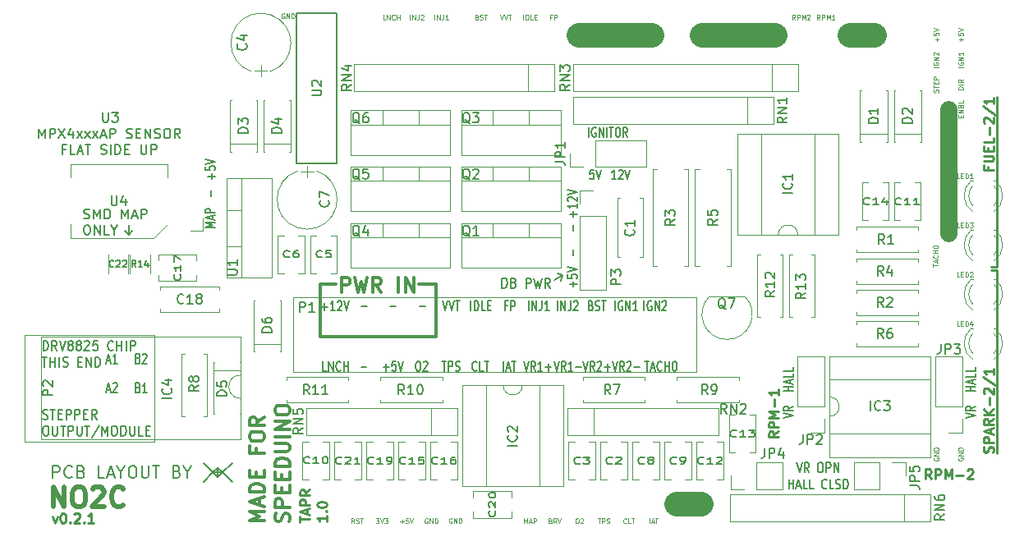
<source format=gto>
G04 #@! TF.FileFunction,Legend,Top*
%FSLAX46Y46*%
G04 Gerber Fmt 4.6, Leading zero omitted, Abs format (unit mm)*
G04 Created by KiCad (PCBNEW 4.0.6) date 01/30/18 16:02:00*
%MOMM*%
%LPD*%
G01*
G04 APERTURE LIST*
%ADD10C,0.100000*%
%ADD11C,0.150000*%
%ADD12C,0.187500*%
%ADD13C,0.250000*%
%ADD14C,0.125000*%
%ADD15C,2.500000*%
%ADD16C,1.800000*%
%ADD17C,0.300000*%
%ADD18C,0.200000*%
%ADD19C,0.500000*%
%ADD20C,0.375000*%
%ADD21C,0.120000*%
G04 APERTURE END LIST*
D10*
D11*
X145841968Y-91349216D02*
X145295557Y-91202806D01*
X145841968Y-91349216D02*
X145695557Y-91895626D01*
X144975942Y-91849216D02*
X145841968Y-91349216D01*
D12*
X139614286Y-92652381D02*
X139614286Y-91652381D01*
X139828571Y-91652381D01*
X139957143Y-91700000D01*
X140042857Y-91795238D01*
X140085714Y-91890476D01*
X140128571Y-92080952D01*
X140128571Y-92223810D01*
X140085714Y-92414286D01*
X140042857Y-92509524D01*
X139957143Y-92604762D01*
X139828571Y-92652381D01*
X139614286Y-92652381D01*
X140814286Y-92128571D02*
X140942857Y-92176190D01*
X140985714Y-92223810D01*
X141028571Y-92319048D01*
X141028571Y-92461905D01*
X140985714Y-92557143D01*
X140942857Y-92604762D01*
X140857143Y-92652381D01*
X140514286Y-92652381D01*
X140514286Y-91652381D01*
X140814286Y-91652381D01*
X140900000Y-91700000D01*
X140942857Y-91747619D01*
X140985714Y-91842857D01*
X140985714Y-91938095D01*
X140942857Y-92033333D01*
X140900000Y-92080952D01*
X140814286Y-92128571D01*
X140514286Y-92128571D01*
X142100000Y-92652381D02*
X142100000Y-91652381D01*
X142442857Y-91652381D01*
X142528571Y-91700000D01*
X142571428Y-91747619D01*
X142614285Y-91842857D01*
X142614285Y-91985714D01*
X142571428Y-92080952D01*
X142528571Y-92128571D01*
X142442857Y-92176190D01*
X142100000Y-92176190D01*
X142914285Y-91652381D02*
X143128571Y-92652381D01*
X143300000Y-91938095D01*
X143471428Y-92652381D01*
X143685714Y-91652381D01*
X144542856Y-92652381D02*
X144242856Y-92176190D01*
X144028571Y-92652381D02*
X144028571Y-91652381D01*
X144371428Y-91652381D01*
X144457142Y-91700000D01*
X144499999Y-91747619D01*
X144542856Y-91842857D01*
X144542856Y-91985714D01*
X144499999Y-92080952D01*
X144457142Y-92128571D01*
X144371428Y-92176190D01*
X144028571Y-92176190D01*
X92314286Y-99108631D02*
X92314286Y-98108631D01*
X92528571Y-98108631D01*
X92657143Y-98156250D01*
X92742857Y-98251488D01*
X92785714Y-98346726D01*
X92828571Y-98537202D01*
X92828571Y-98680060D01*
X92785714Y-98870536D01*
X92742857Y-98965774D01*
X92657143Y-99061012D01*
X92528571Y-99108631D01*
X92314286Y-99108631D01*
X93728571Y-99108631D02*
X93428571Y-98632440D01*
X93214286Y-99108631D02*
X93214286Y-98108631D01*
X93557143Y-98108631D01*
X93642857Y-98156250D01*
X93685714Y-98203869D01*
X93728571Y-98299107D01*
X93728571Y-98441964D01*
X93685714Y-98537202D01*
X93642857Y-98584821D01*
X93557143Y-98632440D01*
X93214286Y-98632440D01*
X93985714Y-98108631D02*
X94285714Y-99108631D01*
X94585714Y-98108631D01*
X95014286Y-98537202D02*
X94928572Y-98489583D01*
X94885715Y-98441964D01*
X94842858Y-98346726D01*
X94842858Y-98299107D01*
X94885715Y-98203869D01*
X94928572Y-98156250D01*
X95014286Y-98108631D01*
X95185715Y-98108631D01*
X95271429Y-98156250D01*
X95314286Y-98203869D01*
X95357143Y-98299107D01*
X95357143Y-98346726D01*
X95314286Y-98441964D01*
X95271429Y-98489583D01*
X95185715Y-98537202D01*
X95014286Y-98537202D01*
X94928572Y-98584821D01*
X94885715Y-98632440D01*
X94842858Y-98727679D01*
X94842858Y-98918155D01*
X94885715Y-99013393D01*
X94928572Y-99061012D01*
X95014286Y-99108631D01*
X95185715Y-99108631D01*
X95271429Y-99061012D01*
X95314286Y-99013393D01*
X95357143Y-98918155D01*
X95357143Y-98727679D01*
X95314286Y-98632440D01*
X95271429Y-98584821D01*
X95185715Y-98537202D01*
X95871429Y-98537202D02*
X95785715Y-98489583D01*
X95742858Y-98441964D01*
X95700001Y-98346726D01*
X95700001Y-98299107D01*
X95742858Y-98203869D01*
X95785715Y-98156250D01*
X95871429Y-98108631D01*
X96042858Y-98108631D01*
X96128572Y-98156250D01*
X96171429Y-98203869D01*
X96214286Y-98299107D01*
X96214286Y-98346726D01*
X96171429Y-98441964D01*
X96128572Y-98489583D01*
X96042858Y-98537202D01*
X95871429Y-98537202D01*
X95785715Y-98584821D01*
X95742858Y-98632440D01*
X95700001Y-98727679D01*
X95700001Y-98918155D01*
X95742858Y-99013393D01*
X95785715Y-99061012D01*
X95871429Y-99108631D01*
X96042858Y-99108631D01*
X96128572Y-99061012D01*
X96171429Y-99013393D01*
X96214286Y-98918155D01*
X96214286Y-98727679D01*
X96171429Y-98632440D01*
X96128572Y-98584821D01*
X96042858Y-98537202D01*
X96557144Y-98203869D02*
X96600001Y-98156250D01*
X96685715Y-98108631D01*
X96900001Y-98108631D01*
X96985715Y-98156250D01*
X97028572Y-98203869D01*
X97071429Y-98299107D01*
X97071429Y-98394345D01*
X97028572Y-98537202D01*
X96514286Y-99108631D01*
X97071429Y-99108631D01*
X97885715Y-98108631D02*
X97457144Y-98108631D01*
X97414287Y-98584821D01*
X97457144Y-98537202D01*
X97542858Y-98489583D01*
X97757144Y-98489583D01*
X97842858Y-98537202D01*
X97885715Y-98584821D01*
X97928572Y-98680060D01*
X97928572Y-98918155D01*
X97885715Y-99013393D01*
X97842858Y-99061012D01*
X97757144Y-99108631D01*
X97542858Y-99108631D01*
X97457144Y-99061012D01*
X97414287Y-99013393D01*
X99514286Y-99013393D02*
X99471429Y-99061012D01*
X99342858Y-99108631D01*
X99257144Y-99108631D01*
X99128572Y-99061012D01*
X99042858Y-98965774D01*
X99000001Y-98870536D01*
X98957144Y-98680060D01*
X98957144Y-98537202D01*
X99000001Y-98346726D01*
X99042858Y-98251488D01*
X99128572Y-98156250D01*
X99257144Y-98108631D01*
X99342858Y-98108631D01*
X99471429Y-98156250D01*
X99514286Y-98203869D01*
X99900001Y-99108631D02*
X99900001Y-98108631D01*
X99900001Y-98584821D02*
X100414286Y-98584821D01*
X100414286Y-99108631D02*
X100414286Y-98108631D01*
X100842858Y-99108631D02*
X100842858Y-98108631D01*
X101271429Y-99108631D02*
X101271429Y-98108631D01*
X101614286Y-98108631D01*
X101700000Y-98156250D01*
X101742857Y-98203869D01*
X101785714Y-98299107D01*
X101785714Y-98441964D01*
X101742857Y-98537202D01*
X101700000Y-98584821D01*
X101614286Y-98632440D01*
X101271429Y-98632440D01*
X92185714Y-99796131D02*
X92700000Y-99796131D01*
X92442857Y-100796131D02*
X92442857Y-99796131D01*
X93000000Y-100796131D02*
X93000000Y-99796131D01*
X93000000Y-100272321D02*
X93514285Y-100272321D01*
X93514285Y-100796131D02*
X93514285Y-99796131D01*
X93942857Y-100796131D02*
X93942857Y-99796131D01*
X94328571Y-100748512D02*
X94457142Y-100796131D01*
X94671428Y-100796131D01*
X94757142Y-100748512D01*
X94799999Y-100700893D01*
X94842856Y-100605655D01*
X94842856Y-100510417D01*
X94799999Y-100415179D01*
X94757142Y-100367560D01*
X94671428Y-100319940D01*
X94499999Y-100272321D01*
X94414285Y-100224702D01*
X94371428Y-100177083D01*
X94328571Y-100081845D01*
X94328571Y-99986607D01*
X94371428Y-99891369D01*
X94414285Y-99843750D01*
X94499999Y-99796131D01*
X94714285Y-99796131D01*
X94842856Y-99843750D01*
X95914285Y-100272321D02*
X96214285Y-100272321D01*
X96342856Y-100796131D02*
X95914285Y-100796131D01*
X95914285Y-99796131D01*
X96342856Y-99796131D01*
X96728571Y-100796131D02*
X96728571Y-99796131D01*
X97242856Y-100796131D01*
X97242856Y-99796131D01*
X97671428Y-100796131D02*
X97671428Y-99796131D01*
X97885713Y-99796131D01*
X98014285Y-99843750D01*
X98099999Y-99938988D01*
X98142856Y-100034226D01*
X98185713Y-100224702D01*
X98185713Y-100367560D01*
X98142856Y-100558036D01*
X98099999Y-100653274D01*
X98014285Y-100748512D01*
X97885713Y-100796131D01*
X97671428Y-100796131D01*
X98864286Y-100166667D02*
X99221429Y-100166667D01*
X98792858Y-100452381D02*
X99042858Y-99452381D01*
X99292858Y-100452381D01*
X99935715Y-100452381D02*
X99507143Y-100452381D01*
X99721429Y-100452381D02*
X99721429Y-99452381D01*
X99650000Y-99595238D01*
X99578572Y-99690476D01*
X99507143Y-99738095D01*
X102096428Y-99928571D02*
X102203571Y-99976190D01*
X102239286Y-100023810D01*
X102275000Y-100119048D01*
X102275000Y-100261905D01*
X102239286Y-100357143D01*
X102203571Y-100404762D01*
X102132143Y-100452381D01*
X101846428Y-100452381D01*
X101846428Y-99452381D01*
X102096428Y-99452381D01*
X102167857Y-99500000D01*
X102203571Y-99547619D01*
X102239286Y-99642857D01*
X102239286Y-99738095D01*
X102203571Y-99833333D01*
X102167857Y-99880952D01*
X102096428Y-99928571D01*
X101846428Y-99928571D01*
X102560714Y-99547619D02*
X102596428Y-99500000D01*
X102667857Y-99452381D01*
X102846428Y-99452381D01*
X102917857Y-99500000D01*
X102953571Y-99547619D01*
X102989286Y-99642857D01*
X102989286Y-99738095D01*
X102953571Y-99880952D01*
X102525000Y-100452381D01*
X102989286Y-100452381D01*
X102096428Y-102928571D02*
X102203571Y-102976190D01*
X102239286Y-103023810D01*
X102275000Y-103119048D01*
X102275000Y-103261905D01*
X102239286Y-103357143D01*
X102203571Y-103404762D01*
X102132143Y-103452381D01*
X101846428Y-103452381D01*
X101846428Y-102452381D01*
X102096428Y-102452381D01*
X102167857Y-102500000D01*
X102203571Y-102547619D01*
X102239286Y-102642857D01*
X102239286Y-102738095D01*
X102203571Y-102833333D01*
X102167857Y-102880952D01*
X102096428Y-102928571D01*
X101846428Y-102928571D01*
X102989286Y-103452381D02*
X102560714Y-103452381D01*
X102775000Y-103452381D02*
X102775000Y-102452381D01*
X102703571Y-102595238D01*
X102632143Y-102690476D01*
X102560714Y-102738095D01*
X98864286Y-103166667D02*
X99221429Y-103166667D01*
X98792858Y-103452381D02*
X99042858Y-102452381D01*
X99292858Y-103452381D01*
X99507143Y-102547619D02*
X99542857Y-102500000D01*
X99614286Y-102452381D01*
X99792857Y-102452381D01*
X99864286Y-102500000D01*
X99900000Y-102547619D01*
X99935715Y-102642857D01*
X99935715Y-102738095D01*
X99900000Y-102880952D01*
X99471429Y-103452381D01*
X99935715Y-103452381D01*
D11*
X101100000Y-87200000D02*
X100700000Y-86800000D01*
X101100000Y-87200000D02*
X101500000Y-86800000D01*
X101100000Y-86200000D02*
X101100000Y-87200000D01*
X96490476Y-85479762D02*
X96633333Y-85527381D01*
X96871429Y-85527381D01*
X96966667Y-85479762D01*
X97014286Y-85432143D01*
X97061905Y-85336905D01*
X97061905Y-85241667D01*
X97014286Y-85146429D01*
X96966667Y-85098810D01*
X96871429Y-85051190D01*
X96680952Y-85003571D01*
X96585714Y-84955952D01*
X96538095Y-84908333D01*
X96490476Y-84813095D01*
X96490476Y-84717857D01*
X96538095Y-84622619D01*
X96585714Y-84575000D01*
X96680952Y-84527381D01*
X96919048Y-84527381D01*
X97061905Y-84575000D01*
X97490476Y-85527381D02*
X97490476Y-84527381D01*
X97823810Y-85241667D01*
X98157143Y-84527381D01*
X98157143Y-85527381D01*
X98633333Y-85527381D02*
X98633333Y-84527381D01*
X98871428Y-84527381D01*
X99014286Y-84575000D01*
X99109524Y-84670238D01*
X99157143Y-84765476D01*
X99204762Y-84955952D01*
X99204762Y-85098810D01*
X99157143Y-85289286D01*
X99109524Y-85384524D01*
X99014286Y-85479762D01*
X98871428Y-85527381D01*
X98633333Y-85527381D01*
X100395238Y-85527381D02*
X100395238Y-84527381D01*
X100728572Y-85241667D01*
X101061905Y-84527381D01*
X101061905Y-85527381D01*
X101490476Y-85241667D02*
X101966667Y-85241667D01*
X101395238Y-85527381D02*
X101728571Y-84527381D01*
X102061905Y-85527381D01*
X102395238Y-85527381D02*
X102395238Y-84527381D01*
X102776191Y-84527381D01*
X102871429Y-84575000D01*
X102919048Y-84622619D01*
X102966667Y-84717857D01*
X102966667Y-84860714D01*
X102919048Y-84955952D01*
X102871429Y-85003571D01*
X102776191Y-85051190D01*
X102395238Y-85051190D01*
X96728571Y-86177381D02*
X96919048Y-86177381D01*
X97014286Y-86225000D01*
X97109524Y-86320238D01*
X97157143Y-86510714D01*
X97157143Y-86844048D01*
X97109524Y-87034524D01*
X97014286Y-87129762D01*
X96919048Y-87177381D01*
X96728571Y-87177381D01*
X96633333Y-87129762D01*
X96538095Y-87034524D01*
X96490476Y-86844048D01*
X96490476Y-86510714D01*
X96538095Y-86320238D01*
X96633333Y-86225000D01*
X96728571Y-86177381D01*
X97585714Y-87177381D02*
X97585714Y-86177381D01*
X98157143Y-87177381D01*
X98157143Y-86177381D01*
X99109524Y-87177381D02*
X98633333Y-87177381D01*
X98633333Y-86177381D01*
X99633333Y-86701190D02*
X99633333Y-87177381D01*
X99300000Y-86177381D02*
X99633333Y-86701190D01*
X99966667Y-86177381D01*
D13*
X190600000Y-90500000D02*
X190600000Y-73000000D01*
X190000000Y-90500000D02*
X190600000Y-90500000D01*
X190600000Y-90800000D02*
X190600000Y-109700000D01*
X190000000Y-90800000D02*
X190600000Y-90800000D01*
D12*
X146971429Y-92564286D02*
X146971429Y-91992857D01*
X147352381Y-92278571D02*
X146590476Y-92278571D01*
X146352381Y-91278572D02*
X146352381Y-91635715D01*
X146828571Y-91671429D01*
X146780952Y-91635715D01*
X146733333Y-91564286D01*
X146733333Y-91385715D01*
X146780952Y-91314286D01*
X146828571Y-91278572D01*
X146923810Y-91242857D01*
X147161905Y-91242857D01*
X147257143Y-91278572D01*
X147304762Y-91314286D01*
X147352381Y-91385715D01*
X147352381Y-91564286D01*
X147304762Y-91635715D01*
X147257143Y-91671429D01*
X146352381Y-91028571D02*
X147352381Y-90778571D01*
X146352381Y-90528571D01*
X146928571Y-88714286D02*
X146928571Y-89285715D01*
X146928571Y-86214286D02*
X146928571Y-86785715D01*
X146971429Y-85321429D02*
X146971429Y-84750000D01*
X147352381Y-85035714D02*
X146590476Y-85035714D01*
X147352381Y-84000000D02*
X147352381Y-84428572D01*
X147352381Y-84214286D02*
X146352381Y-84214286D01*
X146495238Y-84285715D01*
X146590476Y-84357143D01*
X146638095Y-84428572D01*
X146447619Y-83714286D02*
X146400000Y-83678572D01*
X146352381Y-83607143D01*
X146352381Y-83428572D01*
X146400000Y-83357143D01*
X146447619Y-83321429D01*
X146542857Y-83285714D01*
X146638095Y-83285714D01*
X146780952Y-83321429D01*
X147352381Y-83750000D01*
X147352381Y-83285714D01*
X146352381Y-83071428D02*
X147352381Y-82821428D01*
X146352381Y-82571428D01*
D14*
X184150000Y-110180953D02*
X184126190Y-110228572D01*
X184126190Y-110300000D01*
X184150000Y-110371429D01*
X184197619Y-110419048D01*
X184245238Y-110442857D01*
X184340476Y-110466667D01*
X184411905Y-110466667D01*
X184507143Y-110442857D01*
X184554762Y-110419048D01*
X184602381Y-110371429D01*
X184626190Y-110300000D01*
X184626190Y-110252381D01*
X184602381Y-110180953D01*
X184578571Y-110157143D01*
X184411905Y-110157143D01*
X184411905Y-110252381D01*
X184626190Y-109942857D02*
X184126190Y-109942857D01*
X184626190Y-109657143D01*
X184126190Y-109657143D01*
X184626190Y-109419047D02*
X184126190Y-109419047D01*
X184126190Y-109300000D01*
X184150000Y-109228571D01*
X184197619Y-109180952D01*
X184245238Y-109157143D01*
X184340476Y-109133333D01*
X184411905Y-109133333D01*
X184507143Y-109157143D01*
X184554762Y-109180952D01*
X184602381Y-109228571D01*
X184626190Y-109300000D01*
X184626190Y-109419047D01*
X186935714Y-67242856D02*
X186935714Y-66861904D01*
X187126190Y-67052380D02*
X186745238Y-67052380D01*
X186626190Y-66385713D02*
X186626190Y-66623808D01*
X186864286Y-66647618D01*
X186840476Y-66623808D01*
X186816667Y-66576189D01*
X186816667Y-66457142D01*
X186840476Y-66409523D01*
X186864286Y-66385713D01*
X186911905Y-66361904D01*
X187030952Y-66361904D01*
X187078571Y-66385713D01*
X187102381Y-66409523D01*
X187126190Y-66457142D01*
X187126190Y-66576189D01*
X187102381Y-66623808D01*
X187078571Y-66647618D01*
X186626190Y-66219047D02*
X187126190Y-66052380D01*
X186626190Y-65885714D01*
D15*
X175500000Y-66600000D02*
X178000000Y-66600000D01*
X157647000Y-114935000D02*
X160147000Y-114935000D01*
X147500000Y-66600000D02*
X155100000Y-66600000D01*
X160200000Y-66600000D02*
X167800000Y-66600000D01*
D16*
X185600000Y-87000000D02*
X185600000Y-74200000D01*
D17*
X120900000Y-92300000D02*
X122500000Y-92300000D01*
X120900000Y-97700000D02*
X120900000Y-92300000D01*
X132800000Y-97700000D02*
X120900000Y-97700000D01*
X132800000Y-92300000D02*
X132800000Y-97700000D01*
X131000000Y-92300000D02*
X132800000Y-92300000D01*
X123085714Y-93078571D02*
X123085714Y-91578571D01*
X123657142Y-91578571D01*
X123800000Y-91650000D01*
X123871428Y-91721429D01*
X123942857Y-91864286D01*
X123942857Y-92078571D01*
X123871428Y-92221429D01*
X123800000Y-92292857D01*
X123657142Y-92364286D01*
X123085714Y-92364286D01*
X124442857Y-91578571D02*
X124800000Y-93078571D01*
X125085714Y-92007143D01*
X125371428Y-93078571D01*
X125728571Y-91578571D01*
X127157143Y-93078571D02*
X126657143Y-92364286D01*
X126300000Y-93078571D02*
X126300000Y-91578571D01*
X126871428Y-91578571D01*
X127014286Y-91650000D01*
X127085714Y-91721429D01*
X127157143Y-91864286D01*
X127157143Y-92078571D01*
X127085714Y-92221429D01*
X127014286Y-92292857D01*
X126871428Y-92364286D01*
X126300000Y-92364286D01*
X128942857Y-93078571D02*
X128942857Y-91578571D01*
X129657143Y-93078571D02*
X129657143Y-91578571D01*
X130514286Y-93078571D01*
X130514286Y-91578571D01*
D14*
X127580952Y-64996190D02*
X127342857Y-64996190D01*
X127342857Y-64496190D01*
X127747619Y-64996190D02*
X127747619Y-64496190D01*
X128033333Y-64996190D01*
X128033333Y-64496190D01*
X128557143Y-64948571D02*
X128533333Y-64972381D01*
X128461905Y-64996190D01*
X128414286Y-64996190D01*
X128342857Y-64972381D01*
X128295238Y-64924762D01*
X128271429Y-64877143D01*
X128247619Y-64781905D01*
X128247619Y-64710476D01*
X128271429Y-64615238D01*
X128295238Y-64567619D01*
X128342857Y-64520000D01*
X128414286Y-64496190D01*
X128461905Y-64496190D01*
X128533333Y-64520000D01*
X128557143Y-64543810D01*
X128771429Y-64996190D02*
X128771429Y-64496190D01*
X128771429Y-64734286D02*
X129057143Y-64734286D01*
X129057143Y-64996190D02*
X129057143Y-64496190D01*
X184435714Y-67242856D02*
X184435714Y-66861904D01*
X184626190Y-67052380D02*
X184245238Y-67052380D01*
X184126190Y-66385713D02*
X184126190Y-66623808D01*
X184364286Y-66647618D01*
X184340476Y-66623808D01*
X184316667Y-66576189D01*
X184316667Y-66457142D01*
X184340476Y-66409523D01*
X184364286Y-66385713D01*
X184411905Y-66361904D01*
X184530952Y-66361904D01*
X184578571Y-66385713D01*
X184602381Y-66409523D01*
X184626190Y-66457142D01*
X184626190Y-66576189D01*
X184602381Y-66623808D01*
X184578571Y-66647618D01*
X184126190Y-66219047D02*
X184626190Y-66052380D01*
X184126190Y-65885714D01*
D12*
X110027981Y-86417429D02*
X109027981Y-86417429D01*
X109742267Y-86167429D01*
X109027981Y-85917429D01*
X110027981Y-85917429D01*
X109742267Y-85596000D02*
X109742267Y-85238857D01*
X110027981Y-85667428D02*
X109027981Y-85417428D01*
X110027981Y-85167428D01*
X110027981Y-84917429D02*
X109027981Y-84917429D01*
X109027981Y-84631714D01*
X109075600Y-84560286D01*
X109123219Y-84524571D01*
X109218457Y-84488857D01*
X109361314Y-84488857D01*
X109456552Y-84524571D01*
X109504171Y-84560286D01*
X109551790Y-84631714D01*
X109551790Y-84917429D01*
X109604171Y-82619886D02*
X109604171Y-83191315D01*
X109647029Y-81431486D02*
X109647029Y-80860057D01*
X110027981Y-81145771D02*
X109266076Y-81145771D01*
X109027981Y-80145772D02*
X109027981Y-80502915D01*
X109504171Y-80538629D01*
X109456552Y-80502915D01*
X109408933Y-80431486D01*
X109408933Y-80252915D01*
X109456552Y-80181486D01*
X109504171Y-80145772D01*
X109599410Y-80110057D01*
X109837505Y-80110057D01*
X109932743Y-80145772D01*
X109980362Y-80181486D01*
X110027981Y-80252915D01*
X110027981Y-80431486D01*
X109980362Y-80502915D01*
X109932743Y-80538629D01*
X109027981Y-79895771D02*
X110027981Y-79645771D01*
X109027981Y-79395771D01*
X125634714Y-100803071D02*
X125063285Y-100803071D01*
X121499429Y-101226881D02*
X121142286Y-101226881D01*
X121142286Y-100226881D01*
X121749429Y-101226881D02*
X121749429Y-100226881D01*
X122178001Y-101226881D01*
X122178001Y-100226881D01*
X122963715Y-101131643D02*
X122928001Y-101179262D01*
X122820858Y-101226881D01*
X122749429Y-101226881D01*
X122642286Y-101179262D01*
X122570858Y-101084024D01*
X122535143Y-100988786D01*
X122499429Y-100798310D01*
X122499429Y-100655452D01*
X122535143Y-100464976D01*
X122570858Y-100369738D01*
X122642286Y-100274500D01*
X122749429Y-100226881D01*
X122820858Y-100226881D01*
X122928001Y-100274500D01*
X122963715Y-100322119D01*
X123285143Y-101226881D02*
X123285143Y-100226881D01*
X123285143Y-100703071D02*
X123713715Y-100703071D01*
X123713715Y-101226881D02*
X123713715Y-100226881D01*
X154323072Y-100226881D02*
X154751643Y-100226881D01*
X154537357Y-101226881D02*
X154537357Y-100226881D01*
X154965929Y-100941167D02*
X155323072Y-100941167D01*
X154894501Y-101226881D02*
X155144501Y-100226881D01*
X155394501Y-101226881D01*
X156073072Y-101131643D02*
X156037358Y-101179262D01*
X155930215Y-101226881D01*
X155858786Y-101226881D01*
X155751643Y-101179262D01*
X155680215Y-101084024D01*
X155644500Y-100988786D01*
X155608786Y-100798310D01*
X155608786Y-100655452D01*
X155644500Y-100464976D01*
X155680215Y-100369738D01*
X155751643Y-100274500D01*
X155858786Y-100226881D01*
X155930215Y-100226881D01*
X156037358Y-100274500D01*
X156073072Y-100322119D01*
X156394500Y-101226881D02*
X156394500Y-100226881D01*
X156394500Y-100703071D02*
X156823072Y-100703071D01*
X156823072Y-101226881D02*
X156823072Y-100226881D01*
X157323072Y-100226881D02*
X157465929Y-100226881D01*
X157537357Y-100274500D01*
X157608786Y-100369738D01*
X157644500Y-100560214D01*
X157644500Y-100893548D01*
X157608786Y-101084024D01*
X157537357Y-101179262D01*
X157465929Y-101226881D01*
X157323072Y-101226881D01*
X157251643Y-101179262D01*
X157180214Y-101084024D01*
X157144500Y-100893548D01*
X157144500Y-100560214D01*
X157180214Y-100369738D01*
X157251643Y-100274500D01*
X157323072Y-100226881D01*
X144984572Y-100226881D02*
X145234572Y-101226881D01*
X145484572Y-100226881D01*
X146163143Y-101226881D02*
X145913143Y-100750690D01*
X145734571Y-101226881D02*
X145734571Y-100226881D01*
X146020286Y-100226881D01*
X146091714Y-100274500D01*
X146127429Y-100322119D01*
X146163143Y-100417357D01*
X146163143Y-100560214D01*
X146127429Y-100655452D01*
X146091714Y-100703071D01*
X146020286Y-100750690D01*
X145734571Y-100750690D01*
X146877429Y-101226881D02*
X146448857Y-101226881D01*
X146663143Y-101226881D02*
X146663143Y-100226881D01*
X146591714Y-100369738D01*
X146520286Y-100464976D01*
X146448857Y-100512595D01*
X147198857Y-100845929D02*
X147770286Y-100845929D01*
D13*
X93257143Y-116235714D02*
X93495238Y-116902381D01*
X93733334Y-116235714D01*
X94304762Y-115902381D02*
X94400001Y-115902381D01*
X94495239Y-115950000D01*
X94542858Y-115997619D01*
X94590477Y-116092857D01*
X94638096Y-116283333D01*
X94638096Y-116521429D01*
X94590477Y-116711905D01*
X94542858Y-116807143D01*
X94495239Y-116854762D01*
X94400001Y-116902381D01*
X94304762Y-116902381D01*
X94209524Y-116854762D01*
X94161905Y-116807143D01*
X94114286Y-116711905D01*
X94066667Y-116521429D01*
X94066667Y-116283333D01*
X94114286Y-116092857D01*
X94161905Y-115997619D01*
X94209524Y-115950000D01*
X94304762Y-115902381D01*
X95066667Y-116807143D02*
X95114286Y-116854762D01*
X95066667Y-116902381D01*
X95019048Y-116854762D01*
X95066667Y-116807143D01*
X95066667Y-116902381D01*
X95495238Y-115997619D02*
X95542857Y-115950000D01*
X95638095Y-115902381D01*
X95876191Y-115902381D01*
X95971429Y-115950000D01*
X96019048Y-115997619D01*
X96066667Y-116092857D01*
X96066667Y-116188095D01*
X96019048Y-116330952D01*
X95447619Y-116902381D01*
X96066667Y-116902381D01*
X96495238Y-116807143D02*
X96542857Y-116854762D01*
X96495238Y-116902381D01*
X96447619Y-116854762D01*
X96495238Y-116807143D01*
X96495238Y-116902381D01*
X97495238Y-116902381D02*
X96923809Y-116902381D01*
X97209523Y-116902381D02*
X97209523Y-115902381D01*
X97114285Y-116045238D01*
X97019047Y-116140476D01*
X96923809Y-116188095D01*
D11*
X91838095Y-77227381D02*
X91838095Y-76227381D01*
X92171429Y-76941667D01*
X92504762Y-76227381D01*
X92504762Y-77227381D01*
X92980952Y-77227381D02*
X92980952Y-76227381D01*
X93361905Y-76227381D01*
X93457143Y-76275000D01*
X93504762Y-76322619D01*
X93552381Y-76417857D01*
X93552381Y-76560714D01*
X93504762Y-76655952D01*
X93457143Y-76703571D01*
X93361905Y-76751190D01*
X92980952Y-76751190D01*
X93885714Y-76227381D02*
X94552381Y-77227381D01*
X94552381Y-76227381D02*
X93885714Y-77227381D01*
X95361905Y-76560714D02*
X95361905Y-77227381D01*
X95123809Y-76179762D02*
X94885714Y-76894048D01*
X95504762Y-76894048D01*
X95790476Y-77227381D02*
X96314286Y-76560714D01*
X95790476Y-76560714D02*
X96314286Y-77227381D01*
X96600000Y-77227381D02*
X97123810Y-76560714D01*
X96600000Y-76560714D02*
X97123810Y-77227381D01*
X97409524Y-77227381D02*
X97933334Y-76560714D01*
X97409524Y-76560714D02*
X97933334Y-77227381D01*
X98266667Y-76941667D02*
X98742858Y-76941667D01*
X98171429Y-77227381D02*
X98504762Y-76227381D01*
X98838096Y-77227381D01*
X99171429Y-77227381D02*
X99171429Y-76227381D01*
X99552382Y-76227381D01*
X99647620Y-76275000D01*
X99695239Y-76322619D01*
X99742858Y-76417857D01*
X99742858Y-76560714D01*
X99695239Y-76655952D01*
X99647620Y-76703571D01*
X99552382Y-76751190D01*
X99171429Y-76751190D01*
X100885715Y-77179762D02*
X101028572Y-77227381D01*
X101266668Y-77227381D01*
X101361906Y-77179762D01*
X101409525Y-77132143D01*
X101457144Y-77036905D01*
X101457144Y-76941667D01*
X101409525Y-76846429D01*
X101361906Y-76798810D01*
X101266668Y-76751190D01*
X101076191Y-76703571D01*
X100980953Y-76655952D01*
X100933334Y-76608333D01*
X100885715Y-76513095D01*
X100885715Y-76417857D01*
X100933334Y-76322619D01*
X100980953Y-76275000D01*
X101076191Y-76227381D01*
X101314287Y-76227381D01*
X101457144Y-76275000D01*
X101885715Y-76703571D02*
X102219049Y-76703571D01*
X102361906Y-77227381D02*
X101885715Y-77227381D01*
X101885715Y-76227381D01*
X102361906Y-76227381D01*
X102790477Y-77227381D02*
X102790477Y-76227381D01*
X103361906Y-77227381D01*
X103361906Y-76227381D01*
X103790477Y-77179762D02*
X103933334Y-77227381D01*
X104171430Y-77227381D01*
X104266668Y-77179762D01*
X104314287Y-77132143D01*
X104361906Y-77036905D01*
X104361906Y-76941667D01*
X104314287Y-76846429D01*
X104266668Y-76798810D01*
X104171430Y-76751190D01*
X103980953Y-76703571D01*
X103885715Y-76655952D01*
X103838096Y-76608333D01*
X103790477Y-76513095D01*
X103790477Y-76417857D01*
X103838096Y-76322619D01*
X103885715Y-76275000D01*
X103980953Y-76227381D01*
X104219049Y-76227381D01*
X104361906Y-76275000D01*
X104980953Y-76227381D02*
X105171430Y-76227381D01*
X105266668Y-76275000D01*
X105361906Y-76370238D01*
X105409525Y-76560714D01*
X105409525Y-76894048D01*
X105361906Y-77084524D01*
X105266668Y-77179762D01*
X105171430Y-77227381D01*
X104980953Y-77227381D01*
X104885715Y-77179762D01*
X104790477Y-77084524D01*
X104742858Y-76894048D01*
X104742858Y-76560714D01*
X104790477Y-76370238D01*
X104885715Y-76275000D01*
X104980953Y-76227381D01*
X106409525Y-77227381D02*
X106076191Y-76751190D01*
X105838096Y-77227381D02*
X105838096Y-76227381D01*
X106219049Y-76227381D01*
X106314287Y-76275000D01*
X106361906Y-76322619D01*
X106409525Y-76417857D01*
X106409525Y-76560714D01*
X106361906Y-76655952D01*
X106314287Y-76703571D01*
X106219049Y-76751190D01*
X105838096Y-76751190D01*
X94576191Y-78353571D02*
X94242857Y-78353571D01*
X94242857Y-78877381D02*
X94242857Y-77877381D01*
X94719048Y-77877381D01*
X95576191Y-78877381D02*
X95100000Y-78877381D01*
X95100000Y-77877381D01*
X95861905Y-78591667D02*
X96338096Y-78591667D01*
X95766667Y-78877381D02*
X96100000Y-77877381D01*
X96433334Y-78877381D01*
X96623810Y-77877381D02*
X97195239Y-77877381D01*
X96909524Y-78877381D02*
X96909524Y-77877381D01*
X98242858Y-78829762D02*
X98385715Y-78877381D01*
X98623811Y-78877381D01*
X98719049Y-78829762D01*
X98766668Y-78782143D01*
X98814287Y-78686905D01*
X98814287Y-78591667D01*
X98766668Y-78496429D01*
X98719049Y-78448810D01*
X98623811Y-78401190D01*
X98433334Y-78353571D01*
X98338096Y-78305952D01*
X98290477Y-78258333D01*
X98242858Y-78163095D01*
X98242858Y-78067857D01*
X98290477Y-77972619D01*
X98338096Y-77925000D01*
X98433334Y-77877381D01*
X98671430Y-77877381D01*
X98814287Y-77925000D01*
X99242858Y-78877381D02*
X99242858Y-77877381D01*
X99719048Y-78877381D02*
X99719048Y-77877381D01*
X99957143Y-77877381D01*
X100100001Y-77925000D01*
X100195239Y-78020238D01*
X100242858Y-78115476D01*
X100290477Y-78305952D01*
X100290477Y-78448810D01*
X100242858Y-78639286D01*
X100195239Y-78734524D01*
X100100001Y-78829762D01*
X99957143Y-78877381D01*
X99719048Y-78877381D01*
X100719048Y-78353571D02*
X101052382Y-78353571D01*
X101195239Y-78877381D02*
X100719048Y-78877381D01*
X100719048Y-77877381D01*
X101195239Y-77877381D01*
X102385715Y-77877381D02*
X102385715Y-78686905D01*
X102433334Y-78782143D01*
X102480953Y-78829762D01*
X102576191Y-78877381D01*
X102766668Y-78877381D01*
X102861906Y-78829762D01*
X102909525Y-78782143D01*
X102957144Y-78686905D01*
X102957144Y-77877381D01*
X103433334Y-78877381D02*
X103433334Y-77877381D01*
X103814287Y-77877381D01*
X103909525Y-77925000D01*
X103957144Y-77972619D01*
X104004763Y-78067857D01*
X104004763Y-78210714D01*
X103957144Y-78305952D01*
X103909525Y-78353571D01*
X103814287Y-78401190D01*
X103433334Y-78401190D01*
D14*
X184053990Y-90462752D02*
X184053990Y-90177038D01*
X184553990Y-90319895D02*
X184053990Y-90319895D01*
X184411133Y-90034181D02*
X184411133Y-89796086D01*
X184553990Y-90081800D02*
X184053990Y-89915133D01*
X184553990Y-89748467D01*
X184506371Y-89296086D02*
X184530181Y-89319896D01*
X184553990Y-89391324D01*
X184553990Y-89438943D01*
X184530181Y-89510372D01*
X184482562Y-89557991D01*
X184434943Y-89581800D01*
X184339705Y-89605610D01*
X184268276Y-89605610D01*
X184173038Y-89581800D01*
X184125419Y-89557991D01*
X184077800Y-89510372D01*
X184053990Y-89438943D01*
X184053990Y-89391324D01*
X184077800Y-89319896D01*
X184101610Y-89296086D01*
X184553990Y-89081800D02*
X184053990Y-89081800D01*
X184292086Y-89081800D02*
X184292086Y-88796086D01*
X184553990Y-88796086D02*
X184053990Y-88796086D01*
X184053990Y-88462752D02*
X184053990Y-88367514D01*
X184077800Y-88319895D01*
X184125419Y-88272276D01*
X184220657Y-88248467D01*
X184387324Y-88248467D01*
X184482562Y-88272276D01*
X184530181Y-88319895D01*
X184553990Y-88367514D01*
X184553990Y-88462752D01*
X184530181Y-88510371D01*
X184482562Y-88557990D01*
X184387324Y-88581800D01*
X184220657Y-88581800D01*
X184125419Y-88557990D01*
X184077800Y-88510371D01*
X184053990Y-88462752D01*
D12*
X148520886Y-77104847D02*
X148520886Y-76104847D01*
X149270887Y-76152466D02*
X149199458Y-76104847D01*
X149092315Y-76104847D01*
X148985172Y-76152466D01*
X148913744Y-76247704D01*
X148878029Y-76342942D01*
X148842315Y-76533418D01*
X148842315Y-76676276D01*
X148878029Y-76866752D01*
X148913744Y-76961990D01*
X148985172Y-77057228D01*
X149092315Y-77104847D01*
X149163744Y-77104847D01*
X149270887Y-77057228D01*
X149306601Y-77009609D01*
X149306601Y-76676276D01*
X149163744Y-76676276D01*
X149628029Y-77104847D02*
X149628029Y-76104847D01*
X150056601Y-77104847D01*
X150056601Y-76104847D01*
X150413743Y-77104847D02*
X150413743Y-76104847D01*
X150663744Y-76104847D02*
X151092315Y-76104847D01*
X150878029Y-77104847D02*
X150878029Y-76104847D01*
X151485173Y-76104847D02*
X151628030Y-76104847D01*
X151699458Y-76152466D01*
X151770887Y-76247704D01*
X151806601Y-76438180D01*
X151806601Y-76771514D01*
X151770887Y-76961990D01*
X151699458Y-77057228D01*
X151628030Y-77104847D01*
X151485173Y-77104847D01*
X151413744Y-77057228D01*
X151342315Y-76961990D01*
X151306601Y-76771514D01*
X151306601Y-76438180D01*
X151342315Y-76247704D01*
X151413744Y-76152466D01*
X151485173Y-76104847D01*
X152556601Y-77104847D02*
X152306601Y-76628656D01*
X152128029Y-77104847D02*
X152128029Y-76104847D01*
X152413744Y-76104847D01*
X152485172Y-76152466D01*
X152520887Y-76200085D01*
X152556601Y-76295323D01*
X152556601Y-76438180D01*
X152520887Y-76533418D01*
X152485172Y-76581037D01*
X152413744Y-76628656D01*
X152128029Y-76628656D01*
D14*
X117157547Y-64393000D02*
X117109928Y-64369190D01*
X117038500Y-64369190D01*
X116967071Y-64393000D01*
X116919452Y-64440619D01*
X116895643Y-64488238D01*
X116871833Y-64583476D01*
X116871833Y-64654905D01*
X116895643Y-64750143D01*
X116919452Y-64797762D01*
X116967071Y-64845381D01*
X117038500Y-64869190D01*
X117086119Y-64869190D01*
X117157547Y-64845381D01*
X117181357Y-64821571D01*
X117181357Y-64654905D01*
X117086119Y-64654905D01*
X117395643Y-64869190D02*
X117395643Y-64369190D01*
X117681357Y-64869190D01*
X117681357Y-64369190D01*
X117919453Y-64869190D02*
X117919453Y-64369190D01*
X118038500Y-64369190D01*
X118109929Y-64393000D01*
X118157548Y-64440619D01*
X118181357Y-64488238D01*
X118205167Y-64583476D01*
X118205167Y-64654905D01*
X118181357Y-64750143D01*
X118157548Y-64797762D01*
X118109929Y-64845381D01*
X118038500Y-64869190D01*
X117919453Y-64869190D01*
X186650000Y-110180953D02*
X186626190Y-110228572D01*
X186626190Y-110300000D01*
X186650000Y-110371429D01*
X186697619Y-110419048D01*
X186745238Y-110442857D01*
X186840476Y-110466667D01*
X186911905Y-110466667D01*
X187007143Y-110442857D01*
X187054762Y-110419048D01*
X187102381Y-110371429D01*
X187126190Y-110300000D01*
X187126190Y-110252381D01*
X187102381Y-110180953D01*
X187078571Y-110157143D01*
X186911905Y-110157143D01*
X186911905Y-110252381D01*
X187126190Y-109942857D02*
X186626190Y-109942857D01*
X187126190Y-109657143D01*
X186626190Y-109657143D01*
X187126190Y-109419047D02*
X186626190Y-109419047D01*
X186626190Y-109300000D01*
X186650000Y-109228571D01*
X186697619Y-109180952D01*
X186745238Y-109157143D01*
X186840476Y-109133333D01*
X186911905Y-109133333D01*
X187007143Y-109157143D01*
X187054762Y-109180952D01*
X187102381Y-109228571D01*
X187126190Y-109300000D01*
X187126190Y-109419047D01*
X134419047Y-116450000D02*
X134371428Y-116426190D01*
X134300000Y-116426190D01*
X134228571Y-116450000D01*
X134180952Y-116497619D01*
X134157143Y-116545238D01*
X134133333Y-116640476D01*
X134133333Y-116711905D01*
X134157143Y-116807143D01*
X134180952Y-116854762D01*
X134228571Y-116902381D01*
X134300000Y-116926190D01*
X134347619Y-116926190D01*
X134419047Y-116902381D01*
X134442857Y-116878571D01*
X134442857Y-116711905D01*
X134347619Y-116711905D01*
X134657143Y-116926190D02*
X134657143Y-116426190D01*
X134942857Y-116926190D01*
X134942857Y-116426190D01*
X135180953Y-116926190D02*
X135180953Y-116426190D01*
X135300000Y-116426190D01*
X135371429Y-116450000D01*
X135419048Y-116497619D01*
X135442857Y-116545238D01*
X135466667Y-116640476D01*
X135466667Y-116711905D01*
X135442857Y-116807143D01*
X135419048Y-116854762D01*
X135371429Y-116902381D01*
X135300000Y-116926190D01*
X135180953Y-116926190D01*
X131919047Y-116450000D02*
X131871428Y-116426190D01*
X131800000Y-116426190D01*
X131728571Y-116450000D01*
X131680952Y-116497619D01*
X131657143Y-116545238D01*
X131633333Y-116640476D01*
X131633333Y-116711905D01*
X131657143Y-116807143D01*
X131680952Y-116854762D01*
X131728571Y-116902381D01*
X131800000Y-116926190D01*
X131847619Y-116926190D01*
X131919047Y-116902381D01*
X131942857Y-116878571D01*
X131942857Y-116711905D01*
X131847619Y-116711905D01*
X132157143Y-116926190D02*
X132157143Y-116426190D01*
X132442857Y-116926190D01*
X132442857Y-116426190D01*
X132680953Y-116926190D02*
X132680953Y-116426190D01*
X132800000Y-116426190D01*
X132871429Y-116450000D01*
X132919048Y-116497619D01*
X132942857Y-116545238D01*
X132966667Y-116640476D01*
X132966667Y-116711905D01*
X132942857Y-116807143D01*
X132919048Y-116854762D01*
X132871429Y-116902381D01*
X132800000Y-116926190D01*
X132680953Y-116926190D01*
X126580954Y-116426190D02*
X126890477Y-116426190D01*
X126723811Y-116616667D01*
X126795239Y-116616667D01*
X126842858Y-116640476D01*
X126866668Y-116664286D01*
X126890477Y-116711905D01*
X126890477Y-116830952D01*
X126866668Y-116878571D01*
X126842858Y-116902381D01*
X126795239Y-116926190D01*
X126652382Y-116926190D01*
X126604763Y-116902381D01*
X126580954Y-116878571D01*
X127033334Y-116426190D02*
X127200001Y-116926190D01*
X127366667Y-116426190D01*
X127485715Y-116426190D02*
X127795238Y-116426190D01*
X127628572Y-116616667D01*
X127700000Y-116616667D01*
X127747619Y-116640476D01*
X127771429Y-116664286D01*
X127795238Y-116711905D01*
X127795238Y-116830952D01*
X127771429Y-116878571D01*
X127747619Y-116902381D01*
X127700000Y-116926190D01*
X127557143Y-116926190D01*
X127509524Y-116902381D01*
X127485715Y-116878571D01*
X124376191Y-116926190D02*
X124209524Y-116688095D01*
X124090477Y-116926190D02*
X124090477Y-116426190D01*
X124280953Y-116426190D01*
X124328572Y-116450000D01*
X124352381Y-116473810D01*
X124376191Y-116521429D01*
X124376191Y-116592857D01*
X124352381Y-116640476D01*
X124328572Y-116664286D01*
X124280953Y-116688095D01*
X124090477Y-116688095D01*
X124566667Y-116902381D02*
X124638096Y-116926190D01*
X124757143Y-116926190D01*
X124804762Y-116902381D01*
X124828572Y-116878571D01*
X124852381Y-116830952D01*
X124852381Y-116783333D01*
X124828572Y-116735714D01*
X124804762Y-116711905D01*
X124757143Y-116688095D01*
X124661905Y-116664286D01*
X124614286Y-116640476D01*
X124590477Y-116616667D01*
X124566667Y-116569048D01*
X124566667Y-116521429D01*
X124590477Y-116473810D01*
X124614286Y-116450000D01*
X124661905Y-116426190D01*
X124780953Y-116426190D01*
X124852381Y-116450000D01*
X124995238Y-116426190D02*
X125280952Y-116426190D01*
X125138095Y-116926190D02*
X125138095Y-116426190D01*
X129107144Y-116735714D02*
X129488096Y-116735714D01*
X129297620Y-116926190D02*
X129297620Y-116545238D01*
X129964287Y-116426190D02*
X129726192Y-116426190D01*
X129702382Y-116664286D01*
X129726192Y-116640476D01*
X129773811Y-116616667D01*
X129892858Y-116616667D01*
X129940477Y-116640476D01*
X129964287Y-116664286D01*
X129988096Y-116711905D01*
X129988096Y-116830952D01*
X129964287Y-116878571D01*
X129940477Y-116902381D01*
X129892858Y-116926190D01*
X129773811Y-116926190D01*
X129726192Y-116902381D01*
X129702382Y-116878571D01*
X130130953Y-116426190D02*
X130297620Y-116926190D01*
X130464286Y-116426190D01*
X186882886Y-75052928D02*
X186882886Y-74886262D01*
X187144790Y-74814833D02*
X187144790Y-75052928D01*
X186644790Y-75052928D01*
X186644790Y-74814833D01*
X187144790Y-74600547D02*
X186644790Y-74600547D01*
X187144790Y-74314833D01*
X186644790Y-74314833D01*
X186882886Y-73910071D02*
X186906695Y-73838642D01*
X186930505Y-73814833D01*
X186978124Y-73791023D01*
X187049552Y-73791023D01*
X187097171Y-73814833D01*
X187120981Y-73838642D01*
X187144790Y-73886261D01*
X187144790Y-74076737D01*
X186644790Y-74076737D01*
X186644790Y-73910071D01*
X186668600Y-73862452D01*
X186692410Y-73838642D01*
X186740029Y-73814833D01*
X186787648Y-73814833D01*
X186835267Y-73838642D01*
X186859076Y-73862452D01*
X186882886Y-73910071D01*
X186882886Y-74076737D01*
X187144790Y-73338642D02*
X187144790Y-73576737D01*
X186644790Y-73576737D01*
D13*
X118777381Y-116804762D02*
X118777381Y-116233333D01*
X119777381Y-116519048D02*
X118777381Y-116519048D01*
X119491667Y-115947619D02*
X119491667Y-115471428D01*
X119777381Y-116042857D02*
X118777381Y-115709524D01*
X119777381Y-115376190D01*
X119777381Y-115042857D02*
X118777381Y-115042857D01*
X118777381Y-114661904D01*
X118825000Y-114566666D01*
X118872619Y-114519047D01*
X118967857Y-114471428D01*
X119110714Y-114471428D01*
X119205952Y-114519047D01*
X119253571Y-114566666D01*
X119301190Y-114661904D01*
X119301190Y-115042857D01*
X119777381Y-113471428D02*
X119301190Y-113804762D01*
X119777381Y-114042857D02*
X118777381Y-114042857D01*
X118777381Y-113661904D01*
X118825000Y-113566666D01*
X118872619Y-113519047D01*
X118967857Y-113471428D01*
X119110714Y-113471428D01*
X119205952Y-113519047D01*
X119253571Y-113566666D01*
X119301190Y-113661904D01*
X119301190Y-114042857D01*
X121527381Y-116138095D02*
X121527381Y-116709524D01*
X121527381Y-116423810D02*
X120527381Y-116423810D01*
X120670238Y-116519048D01*
X120765476Y-116614286D01*
X120813095Y-116709524D01*
X121432143Y-115709524D02*
X121479762Y-115661905D01*
X121527381Y-115709524D01*
X121479762Y-115757143D01*
X121432143Y-115709524D01*
X121527381Y-115709524D01*
X120527381Y-115042858D02*
X120527381Y-114947619D01*
X120575000Y-114852381D01*
X120622619Y-114804762D01*
X120717857Y-114757143D01*
X120908333Y-114709524D01*
X121146429Y-114709524D01*
X121336905Y-114757143D01*
X121432143Y-114804762D01*
X121479762Y-114852381D01*
X121527381Y-114947619D01*
X121527381Y-115042858D01*
X121479762Y-115138096D01*
X121432143Y-115185715D01*
X121336905Y-115233334D01*
X121146429Y-115280953D01*
X120908333Y-115280953D01*
X120717857Y-115233334D01*
X120622619Y-115185715D01*
X120575000Y-115138096D01*
X120527381Y-115042858D01*
D14*
X187144790Y-72191499D02*
X186644790Y-72191499D01*
X186644790Y-72072452D01*
X186668600Y-72001023D01*
X186716219Y-71953404D01*
X186763838Y-71929595D01*
X186859076Y-71905785D01*
X186930505Y-71905785D01*
X187025743Y-71929595D01*
X187073362Y-71953404D01*
X187120981Y-72001023D01*
X187144790Y-72072452D01*
X187144790Y-72191499D01*
X187144790Y-71691499D02*
X186644790Y-71691499D01*
X187144790Y-71167690D02*
X186906695Y-71334357D01*
X187144790Y-71453404D02*
X186644790Y-71453404D01*
X186644790Y-71262928D01*
X186668600Y-71215309D01*
X186692410Y-71191500D01*
X186740029Y-71167690D01*
X186811457Y-71167690D01*
X186859076Y-71191500D01*
X186882886Y-71215309D01*
X186906695Y-71262928D01*
X186906695Y-71453404D01*
X184555581Y-72501023D02*
X184579390Y-72429594D01*
X184579390Y-72310547D01*
X184555581Y-72262928D01*
X184531771Y-72239118D01*
X184484152Y-72215309D01*
X184436533Y-72215309D01*
X184388914Y-72239118D01*
X184365105Y-72262928D01*
X184341295Y-72310547D01*
X184317486Y-72405785D01*
X184293676Y-72453404D01*
X184269867Y-72477213D01*
X184222248Y-72501023D01*
X184174629Y-72501023D01*
X184127010Y-72477213D01*
X184103200Y-72453404D01*
X184079390Y-72405785D01*
X184079390Y-72286737D01*
X184103200Y-72215309D01*
X184079390Y-72072452D02*
X184079390Y-71786738D01*
X184579390Y-71929595D02*
X184079390Y-71929595D01*
X184317486Y-71620071D02*
X184317486Y-71453405D01*
X184579390Y-71381976D02*
X184579390Y-71620071D01*
X184079390Y-71620071D01*
X184079390Y-71381976D01*
X184579390Y-71167690D02*
X184079390Y-71167690D01*
X184079390Y-70977214D01*
X184103200Y-70929595D01*
X184127010Y-70905786D01*
X184174629Y-70881976D01*
X184246057Y-70881976D01*
X184293676Y-70905786D01*
X184317486Y-70929595D01*
X184341295Y-70977214D01*
X184341295Y-71167690D01*
D12*
X92271429Y-106161012D02*
X92400000Y-106208631D01*
X92614286Y-106208631D01*
X92700000Y-106161012D01*
X92742857Y-106113393D01*
X92785714Y-106018155D01*
X92785714Y-105922917D01*
X92742857Y-105827679D01*
X92700000Y-105780060D01*
X92614286Y-105732440D01*
X92442857Y-105684821D01*
X92357143Y-105637202D01*
X92314286Y-105589583D01*
X92271429Y-105494345D01*
X92271429Y-105399107D01*
X92314286Y-105303869D01*
X92357143Y-105256250D01*
X92442857Y-105208631D01*
X92657143Y-105208631D01*
X92785714Y-105256250D01*
X93042857Y-105208631D02*
X93557143Y-105208631D01*
X93300000Y-106208631D02*
X93300000Y-105208631D01*
X93857143Y-105684821D02*
X94157143Y-105684821D01*
X94285714Y-106208631D02*
X93857143Y-106208631D01*
X93857143Y-105208631D01*
X94285714Y-105208631D01*
X94671429Y-106208631D02*
X94671429Y-105208631D01*
X95014286Y-105208631D01*
X95100000Y-105256250D01*
X95142857Y-105303869D01*
X95185714Y-105399107D01*
X95185714Y-105541964D01*
X95142857Y-105637202D01*
X95100000Y-105684821D01*
X95014286Y-105732440D01*
X94671429Y-105732440D01*
X95571429Y-106208631D02*
X95571429Y-105208631D01*
X95914286Y-105208631D01*
X96000000Y-105256250D01*
X96042857Y-105303869D01*
X96085714Y-105399107D01*
X96085714Y-105541964D01*
X96042857Y-105637202D01*
X96000000Y-105684821D01*
X95914286Y-105732440D01*
X95571429Y-105732440D01*
X96471429Y-105684821D02*
X96771429Y-105684821D01*
X96900000Y-106208631D02*
X96471429Y-106208631D01*
X96471429Y-105208631D01*
X96900000Y-105208631D01*
X97800000Y-106208631D02*
X97500000Y-105732440D01*
X97285715Y-106208631D02*
X97285715Y-105208631D01*
X97628572Y-105208631D01*
X97714286Y-105256250D01*
X97757143Y-105303869D01*
X97800000Y-105399107D01*
X97800000Y-105541964D01*
X97757143Y-105637202D01*
X97714286Y-105684821D01*
X97628572Y-105732440D01*
X97285715Y-105732440D01*
X92485714Y-106896131D02*
X92657143Y-106896131D01*
X92742857Y-106943750D01*
X92828571Y-107038988D01*
X92871429Y-107229464D01*
X92871429Y-107562798D01*
X92828571Y-107753274D01*
X92742857Y-107848512D01*
X92657143Y-107896131D01*
X92485714Y-107896131D01*
X92400000Y-107848512D01*
X92314286Y-107753274D01*
X92271429Y-107562798D01*
X92271429Y-107229464D01*
X92314286Y-107038988D01*
X92400000Y-106943750D01*
X92485714Y-106896131D01*
X93257143Y-106896131D02*
X93257143Y-107705655D01*
X93300000Y-107800893D01*
X93342857Y-107848512D01*
X93428571Y-107896131D01*
X93600000Y-107896131D01*
X93685714Y-107848512D01*
X93728571Y-107800893D01*
X93771428Y-107705655D01*
X93771428Y-106896131D01*
X94071428Y-106896131D02*
X94585714Y-106896131D01*
X94328571Y-107896131D02*
X94328571Y-106896131D01*
X94885714Y-107896131D02*
X94885714Y-106896131D01*
X95228571Y-106896131D01*
X95314285Y-106943750D01*
X95357142Y-106991369D01*
X95399999Y-107086607D01*
X95399999Y-107229464D01*
X95357142Y-107324702D01*
X95314285Y-107372321D01*
X95228571Y-107419940D01*
X94885714Y-107419940D01*
X95785714Y-106896131D02*
X95785714Y-107705655D01*
X95828571Y-107800893D01*
X95871428Y-107848512D01*
X95957142Y-107896131D01*
X96128571Y-107896131D01*
X96214285Y-107848512D01*
X96257142Y-107800893D01*
X96299999Y-107705655D01*
X96299999Y-106896131D01*
X96599999Y-106896131D02*
X97114285Y-106896131D01*
X96857142Y-107896131D02*
X96857142Y-106896131D01*
X98057142Y-106848512D02*
X97285713Y-108134226D01*
X98357142Y-107896131D02*
X98357142Y-106896131D01*
X98657142Y-107610417D01*
X98957142Y-106896131D01*
X98957142Y-107896131D01*
X99557141Y-106896131D02*
X99728570Y-106896131D01*
X99814284Y-106943750D01*
X99899998Y-107038988D01*
X99942856Y-107229464D01*
X99942856Y-107562798D01*
X99899998Y-107753274D01*
X99814284Y-107848512D01*
X99728570Y-107896131D01*
X99557141Y-107896131D01*
X99471427Y-107848512D01*
X99385713Y-107753274D01*
X99342856Y-107562798D01*
X99342856Y-107229464D01*
X99385713Y-107038988D01*
X99471427Y-106943750D01*
X99557141Y-106896131D01*
X100328570Y-107896131D02*
X100328570Y-106896131D01*
X100542855Y-106896131D01*
X100671427Y-106943750D01*
X100757141Y-107038988D01*
X100799998Y-107134226D01*
X100842855Y-107324702D01*
X100842855Y-107467560D01*
X100799998Y-107658036D01*
X100757141Y-107753274D01*
X100671427Y-107848512D01*
X100542855Y-107896131D01*
X100328570Y-107896131D01*
X101228570Y-106896131D02*
X101228570Y-107705655D01*
X101271427Y-107800893D01*
X101314284Y-107848512D01*
X101399998Y-107896131D01*
X101571427Y-107896131D01*
X101657141Y-107848512D01*
X101699998Y-107800893D01*
X101742855Y-107705655D01*
X101742855Y-106896131D01*
X102599998Y-107896131D02*
X102171427Y-107896131D01*
X102171427Y-106896131D01*
X102899998Y-107372321D02*
X103199998Y-107372321D01*
X103328569Y-107896131D02*
X102899998Y-107896131D01*
X102899998Y-106896131D01*
X103328569Y-106896131D01*
D14*
X169814953Y-64996190D02*
X169648286Y-64758095D01*
X169529239Y-64996190D02*
X169529239Y-64496190D01*
X169719715Y-64496190D01*
X169767334Y-64520000D01*
X169791143Y-64543810D01*
X169814953Y-64591429D01*
X169814953Y-64662857D01*
X169791143Y-64710476D01*
X169767334Y-64734286D01*
X169719715Y-64758095D01*
X169529239Y-64758095D01*
X170029239Y-64996190D02*
X170029239Y-64496190D01*
X170219715Y-64496190D01*
X170267334Y-64520000D01*
X170291143Y-64543810D01*
X170314953Y-64591429D01*
X170314953Y-64662857D01*
X170291143Y-64710476D01*
X170267334Y-64734286D01*
X170219715Y-64758095D01*
X170029239Y-64758095D01*
X170529239Y-64996190D02*
X170529239Y-64496190D01*
X170695905Y-64853333D01*
X170862572Y-64496190D01*
X170862572Y-64996190D01*
X171076858Y-64543810D02*
X171100668Y-64520000D01*
X171148287Y-64496190D01*
X171267334Y-64496190D01*
X171314953Y-64520000D01*
X171338763Y-64543810D01*
X171362572Y-64591429D01*
X171362572Y-64639048D01*
X171338763Y-64710476D01*
X171053049Y-64996190D01*
X171362572Y-64996190D01*
X172354953Y-64996190D02*
X172188286Y-64758095D01*
X172069239Y-64996190D02*
X172069239Y-64496190D01*
X172259715Y-64496190D01*
X172307334Y-64520000D01*
X172331143Y-64543810D01*
X172354953Y-64591429D01*
X172354953Y-64662857D01*
X172331143Y-64710476D01*
X172307334Y-64734286D01*
X172259715Y-64758095D01*
X172069239Y-64758095D01*
X172569239Y-64996190D02*
X172569239Y-64496190D01*
X172759715Y-64496190D01*
X172807334Y-64520000D01*
X172831143Y-64543810D01*
X172854953Y-64591429D01*
X172854953Y-64662857D01*
X172831143Y-64710476D01*
X172807334Y-64734286D01*
X172759715Y-64758095D01*
X172569239Y-64758095D01*
X173069239Y-64996190D02*
X173069239Y-64496190D01*
X173235905Y-64853333D01*
X173402572Y-64496190D01*
X173402572Y-64996190D01*
X173902572Y-64996190D02*
X173616858Y-64996190D01*
X173759715Y-64996190D02*
X173759715Y-64496190D01*
X173712096Y-64567619D01*
X173664477Y-64615238D01*
X173616858Y-64639048D01*
D12*
X149064529Y-80464447D02*
X148707386Y-80464447D01*
X148671672Y-80940637D01*
X148707386Y-80893018D01*
X148778815Y-80845399D01*
X148957386Y-80845399D01*
X149028815Y-80893018D01*
X149064529Y-80940637D01*
X149100244Y-81035876D01*
X149100244Y-81273971D01*
X149064529Y-81369209D01*
X149028815Y-81416828D01*
X148957386Y-81464447D01*
X148778815Y-81464447D01*
X148707386Y-81416828D01*
X148671672Y-81369209D01*
X149314530Y-80464447D02*
X149564530Y-81464447D01*
X149814530Y-80464447D01*
X151364701Y-81464447D02*
X150936129Y-81464447D01*
X151150415Y-81464447D02*
X151150415Y-80464447D01*
X151078986Y-80607304D01*
X151007558Y-80702542D01*
X150936129Y-80750161D01*
X151650415Y-80559685D02*
X151686129Y-80512066D01*
X151757558Y-80464447D01*
X151936129Y-80464447D01*
X152007558Y-80512066D01*
X152043272Y-80559685D01*
X152078987Y-80654923D01*
X152078987Y-80750161D01*
X152043272Y-80893018D01*
X151614701Y-81464447D01*
X152078987Y-81464447D01*
X152293273Y-80464447D02*
X152543273Y-81464447D01*
X152793273Y-80464447D01*
X139727857Y-101226881D02*
X139727857Y-100226881D01*
X140049286Y-100941167D02*
X140406429Y-100941167D01*
X139977858Y-101226881D02*
X140227858Y-100226881D01*
X140477858Y-101226881D01*
X140620715Y-100226881D02*
X141049286Y-100226881D01*
X140835000Y-101226881D02*
X140835000Y-100226881D01*
X136993357Y-101131643D02*
X136957643Y-101179262D01*
X136850500Y-101226881D01*
X136779071Y-101226881D01*
X136671928Y-101179262D01*
X136600500Y-101084024D01*
X136564785Y-100988786D01*
X136529071Y-100798310D01*
X136529071Y-100655452D01*
X136564785Y-100464976D01*
X136600500Y-100369738D01*
X136671928Y-100274500D01*
X136779071Y-100226881D01*
X136850500Y-100226881D01*
X136957643Y-100274500D01*
X136993357Y-100322119D01*
X137671928Y-101226881D02*
X137314785Y-101226881D01*
X137314785Y-100226881D01*
X137814786Y-100226881D02*
X138243357Y-100226881D01*
X138029071Y-101226881D02*
X138029071Y-100226881D01*
X130889429Y-100226881D02*
X131032286Y-100226881D01*
X131103714Y-100274500D01*
X131175143Y-100369738D01*
X131210857Y-100560214D01*
X131210857Y-100893548D01*
X131175143Y-101084024D01*
X131103714Y-101179262D01*
X131032286Y-101226881D01*
X130889429Y-101226881D01*
X130818000Y-101179262D01*
X130746571Y-101084024D01*
X130710857Y-100893548D01*
X130710857Y-100560214D01*
X130746571Y-100369738D01*
X130818000Y-100274500D01*
X130889429Y-100226881D01*
X131496571Y-100322119D02*
X131532285Y-100274500D01*
X131603714Y-100226881D01*
X131782285Y-100226881D01*
X131853714Y-100274500D01*
X131889428Y-100322119D01*
X131925143Y-100417357D01*
X131925143Y-100512595D01*
X131889428Y-100655452D01*
X131460857Y-101226881D01*
X131925143Y-101226881D01*
X133419572Y-100226881D02*
X133848143Y-100226881D01*
X133633857Y-101226881D02*
X133633857Y-100226881D01*
X134098143Y-101226881D02*
X134098143Y-100226881D01*
X134383858Y-100226881D01*
X134455286Y-100274500D01*
X134491001Y-100322119D01*
X134526715Y-100417357D01*
X134526715Y-100560214D01*
X134491001Y-100655452D01*
X134455286Y-100703071D01*
X134383858Y-100750690D01*
X134098143Y-100750690D01*
X134812429Y-101179262D02*
X134919572Y-101226881D01*
X135098143Y-101226881D01*
X135169572Y-101179262D01*
X135205286Y-101131643D01*
X135241001Y-101036405D01*
X135241001Y-100941167D01*
X135205286Y-100845929D01*
X135169572Y-100798310D01*
X135098143Y-100750690D01*
X134955286Y-100703071D01*
X134883858Y-100655452D01*
X134848143Y-100607833D01*
X134812429Y-100512595D01*
X134812429Y-100417357D01*
X134848143Y-100322119D01*
X134883858Y-100274500D01*
X134955286Y-100226881D01*
X135133858Y-100226881D01*
X135241001Y-100274500D01*
X127369214Y-100845929D02*
X127940643Y-100845929D01*
X127654929Y-101226881D02*
X127654929Y-100464976D01*
X128654928Y-100226881D02*
X128297785Y-100226881D01*
X128262071Y-100703071D01*
X128297785Y-100655452D01*
X128369214Y-100607833D01*
X128547785Y-100607833D01*
X128619214Y-100655452D01*
X128654928Y-100703071D01*
X128690643Y-100798310D01*
X128690643Y-101036405D01*
X128654928Y-101131643D01*
X128619214Y-101179262D01*
X128547785Y-101226881D01*
X128369214Y-101226881D01*
X128297785Y-101179262D01*
X128262071Y-101131643D01*
X128904929Y-100226881D02*
X129154929Y-101226881D01*
X129404929Y-100226881D01*
X151017072Y-100226881D02*
X151267072Y-101226881D01*
X151517072Y-100226881D01*
X152195643Y-101226881D02*
X151945643Y-100750690D01*
X151767071Y-101226881D02*
X151767071Y-100226881D01*
X152052786Y-100226881D01*
X152124214Y-100274500D01*
X152159929Y-100322119D01*
X152195643Y-100417357D01*
X152195643Y-100560214D01*
X152159929Y-100655452D01*
X152124214Y-100703071D01*
X152052786Y-100750690D01*
X151767071Y-100750690D01*
X152481357Y-100322119D02*
X152517071Y-100274500D01*
X152588500Y-100226881D01*
X152767071Y-100226881D01*
X152838500Y-100274500D01*
X152874214Y-100322119D01*
X152909929Y-100417357D01*
X152909929Y-100512595D01*
X152874214Y-100655452D01*
X152445643Y-101226881D01*
X152909929Y-101226881D01*
X153231357Y-100845929D02*
X153802786Y-100845929D01*
X147969072Y-100226881D02*
X148219072Y-101226881D01*
X148469072Y-100226881D01*
X149147643Y-101226881D02*
X148897643Y-100750690D01*
X148719071Y-101226881D02*
X148719071Y-100226881D01*
X149004786Y-100226881D01*
X149076214Y-100274500D01*
X149111929Y-100322119D01*
X149147643Y-100417357D01*
X149147643Y-100560214D01*
X149111929Y-100655452D01*
X149076214Y-100703071D01*
X149004786Y-100750690D01*
X148719071Y-100750690D01*
X149433357Y-100322119D02*
X149469071Y-100274500D01*
X149540500Y-100226881D01*
X149719071Y-100226881D01*
X149790500Y-100274500D01*
X149826214Y-100322119D01*
X149861929Y-100417357D01*
X149861929Y-100512595D01*
X149826214Y-100655452D01*
X149397643Y-101226881D01*
X149861929Y-101226881D01*
X150183357Y-100845929D02*
X150754786Y-100845929D01*
X150469072Y-101226881D02*
X150469072Y-100464976D01*
X141873072Y-100226881D02*
X142123072Y-101226881D01*
X142373072Y-100226881D01*
X143051643Y-101226881D02*
X142801643Y-100750690D01*
X142623071Y-101226881D02*
X142623071Y-100226881D01*
X142908786Y-100226881D01*
X142980214Y-100274500D01*
X143015929Y-100322119D01*
X143051643Y-100417357D01*
X143051643Y-100560214D01*
X143015929Y-100655452D01*
X142980214Y-100703071D01*
X142908786Y-100750690D01*
X142623071Y-100750690D01*
X143765929Y-101226881D02*
X143337357Y-101226881D01*
X143551643Y-101226881D02*
X143551643Y-100226881D01*
X143480214Y-100369738D01*
X143408786Y-100464976D01*
X143337357Y-100512595D01*
X144087357Y-100845929D02*
X144658786Y-100845929D01*
X144373072Y-101226881D02*
X144373072Y-100464976D01*
X151275000Y-95003881D02*
X151275000Y-94003881D01*
X152025001Y-94051500D02*
X151953572Y-94003881D01*
X151846429Y-94003881D01*
X151739286Y-94051500D01*
X151667858Y-94146738D01*
X151632143Y-94241976D01*
X151596429Y-94432452D01*
X151596429Y-94575310D01*
X151632143Y-94765786D01*
X151667858Y-94861024D01*
X151739286Y-94956262D01*
X151846429Y-95003881D01*
X151917858Y-95003881D01*
X152025001Y-94956262D01*
X152060715Y-94908643D01*
X152060715Y-94575310D01*
X151917858Y-94575310D01*
X152382143Y-95003881D02*
X152382143Y-94003881D01*
X152810715Y-95003881D01*
X152810715Y-94003881D01*
X153560715Y-95003881D02*
X153132143Y-95003881D01*
X153346429Y-95003881D02*
X153346429Y-94003881D01*
X153275000Y-94146738D01*
X153203572Y-94241976D01*
X153132143Y-94289595D01*
X154259500Y-95003881D02*
X154259500Y-94003881D01*
X155009501Y-94051500D02*
X154938072Y-94003881D01*
X154830929Y-94003881D01*
X154723786Y-94051500D01*
X154652358Y-94146738D01*
X154616643Y-94241976D01*
X154580929Y-94432452D01*
X154580929Y-94575310D01*
X154616643Y-94765786D01*
X154652358Y-94861024D01*
X154723786Y-94956262D01*
X154830929Y-95003881D01*
X154902358Y-95003881D01*
X155009501Y-94956262D01*
X155045215Y-94908643D01*
X155045215Y-94575310D01*
X154902358Y-94575310D01*
X155366643Y-95003881D02*
X155366643Y-94003881D01*
X155795215Y-95003881D01*
X155795215Y-94003881D01*
X156116643Y-94099119D02*
X156152357Y-94051500D01*
X156223786Y-94003881D01*
X156402357Y-94003881D01*
X156473786Y-94051500D01*
X156509500Y-94099119D01*
X156545215Y-94194357D01*
X156545215Y-94289595D01*
X156509500Y-94432452D01*
X156080929Y-95003881D01*
X156545215Y-95003881D01*
X145331785Y-95003881D02*
X145331785Y-94003881D01*
X145688928Y-95003881D02*
X145688928Y-94003881D01*
X146117500Y-95003881D01*
X146117500Y-94003881D01*
X146688928Y-94003881D02*
X146688928Y-94718167D01*
X146653214Y-94861024D01*
X146581785Y-94956262D01*
X146474642Y-95003881D01*
X146403214Y-95003881D01*
X147010357Y-94099119D02*
X147046071Y-94051500D01*
X147117500Y-94003881D01*
X147296071Y-94003881D01*
X147367500Y-94051500D01*
X147403214Y-94099119D01*
X147438929Y-94194357D01*
X147438929Y-94289595D01*
X147403214Y-94432452D01*
X146974643Y-95003881D01*
X147438929Y-95003881D01*
X142347285Y-95003881D02*
X142347285Y-94003881D01*
X142704428Y-95003881D02*
X142704428Y-94003881D01*
X143133000Y-95003881D01*
X143133000Y-94003881D01*
X143704428Y-94003881D02*
X143704428Y-94718167D01*
X143668714Y-94861024D01*
X143597285Y-94956262D01*
X143490142Y-95003881D01*
X143418714Y-95003881D01*
X144454429Y-95003881D02*
X144025857Y-95003881D01*
X144240143Y-95003881D02*
X144240143Y-94003881D01*
X144168714Y-94146738D01*
X144097286Y-94241976D01*
X144025857Y-94289595D01*
X148762714Y-94480071D02*
X148869857Y-94527690D01*
X148905572Y-94575310D01*
X148941286Y-94670548D01*
X148941286Y-94813405D01*
X148905572Y-94908643D01*
X148869857Y-94956262D01*
X148798429Y-95003881D01*
X148512714Y-95003881D01*
X148512714Y-94003881D01*
X148762714Y-94003881D01*
X148834143Y-94051500D01*
X148869857Y-94099119D01*
X148905572Y-94194357D01*
X148905572Y-94289595D01*
X148869857Y-94384833D01*
X148834143Y-94432452D01*
X148762714Y-94480071D01*
X148512714Y-94480071D01*
X149227000Y-94956262D02*
X149334143Y-95003881D01*
X149512714Y-95003881D01*
X149584143Y-94956262D01*
X149619857Y-94908643D01*
X149655572Y-94813405D01*
X149655572Y-94718167D01*
X149619857Y-94622929D01*
X149584143Y-94575310D01*
X149512714Y-94527690D01*
X149369857Y-94480071D01*
X149298429Y-94432452D01*
X149262714Y-94384833D01*
X149227000Y-94289595D01*
X149227000Y-94194357D01*
X149262714Y-94099119D01*
X149298429Y-94051500D01*
X149369857Y-94003881D01*
X149548429Y-94003881D01*
X149655572Y-94051500D01*
X149869858Y-94003881D02*
X150298429Y-94003881D01*
X150084143Y-95003881D02*
X150084143Y-94003881D01*
X133508858Y-94003881D02*
X133758858Y-95003881D01*
X134008858Y-94003881D01*
X134151715Y-94003881D02*
X134401715Y-95003881D01*
X134651715Y-94003881D01*
X134794572Y-94003881D02*
X135223143Y-94003881D01*
X135008857Y-95003881D02*
X135008857Y-94003881D01*
X136396143Y-95003881D02*
X136396143Y-94003881D01*
X136753286Y-95003881D02*
X136753286Y-94003881D01*
X136931858Y-94003881D01*
X137039001Y-94051500D01*
X137110429Y-94146738D01*
X137146144Y-94241976D01*
X137181858Y-94432452D01*
X137181858Y-94575310D01*
X137146144Y-94765786D01*
X137110429Y-94861024D01*
X137039001Y-94956262D01*
X136931858Y-95003881D01*
X136753286Y-95003881D01*
X137860429Y-95003881D02*
X137503286Y-95003881D01*
X137503286Y-94003881D01*
X138110429Y-94480071D02*
X138360429Y-94480071D01*
X138467572Y-95003881D02*
X138110429Y-95003881D01*
X138110429Y-94003881D01*
X138467572Y-94003881D01*
X140130643Y-94480071D02*
X139880643Y-94480071D01*
X139880643Y-95003881D02*
X139880643Y-94003881D01*
X140237786Y-94003881D01*
X140523500Y-95003881D02*
X140523500Y-94003881D01*
X140809215Y-94003881D01*
X140880643Y-94051500D01*
X140916358Y-94099119D01*
X140952072Y-94194357D01*
X140952072Y-94337214D01*
X140916358Y-94432452D01*
X140880643Y-94480071D01*
X140809215Y-94527690D01*
X140523500Y-94527690D01*
X125698214Y-94580071D02*
X125126785Y-94580071D01*
X128619214Y-94580071D02*
X128047785Y-94580071D01*
X131667214Y-94580071D02*
X131095785Y-94580071D01*
X121043071Y-94622929D02*
X121614500Y-94622929D01*
X121328786Y-95003881D02*
X121328786Y-94241976D01*
X122364500Y-95003881D02*
X121935928Y-95003881D01*
X122150214Y-95003881D02*
X122150214Y-94003881D01*
X122078785Y-94146738D01*
X122007357Y-94241976D01*
X121935928Y-94289595D01*
X122650214Y-94099119D02*
X122685928Y-94051500D01*
X122757357Y-94003881D01*
X122935928Y-94003881D01*
X123007357Y-94051500D01*
X123043071Y-94099119D01*
X123078786Y-94194357D01*
X123078786Y-94289595D01*
X123043071Y-94432452D01*
X122614500Y-95003881D01*
X123078786Y-95003881D01*
X123293072Y-94003881D02*
X123543072Y-95003881D01*
X123793072Y-94003881D01*
D14*
X139382572Y-64496190D02*
X139549239Y-64996190D01*
X139715905Y-64496190D01*
X139811143Y-64496190D02*
X139977810Y-64996190D01*
X140144476Y-64496190D01*
X140239714Y-64496190D02*
X140525428Y-64496190D01*
X140382571Y-64996190D02*
X140382571Y-64496190D01*
X137021143Y-64734286D02*
X137092572Y-64758095D01*
X137116381Y-64781905D01*
X137140191Y-64829524D01*
X137140191Y-64900952D01*
X137116381Y-64948571D01*
X137092572Y-64972381D01*
X137044953Y-64996190D01*
X136854477Y-64996190D01*
X136854477Y-64496190D01*
X137021143Y-64496190D01*
X137068762Y-64520000D01*
X137092572Y-64543810D01*
X137116381Y-64591429D01*
X137116381Y-64639048D01*
X137092572Y-64686667D01*
X137068762Y-64710476D01*
X137021143Y-64734286D01*
X136854477Y-64734286D01*
X137330667Y-64972381D02*
X137402096Y-64996190D01*
X137521143Y-64996190D01*
X137568762Y-64972381D01*
X137592572Y-64948571D01*
X137616381Y-64900952D01*
X137616381Y-64853333D01*
X137592572Y-64805714D01*
X137568762Y-64781905D01*
X137521143Y-64758095D01*
X137425905Y-64734286D01*
X137378286Y-64710476D01*
X137354477Y-64686667D01*
X137330667Y-64639048D01*
X137330667Y-64591429D01*
X137354477Y-64543810D01*
X137378286Y-64520000D01*
X137425905Y-64496190D01*
X137544953Y-64496190D01*
X137616381Y-64520000D01*
X137759238Y-64496190D02*
X138044952Y-64496190D01*
X137902095Y-64996190D02*
X137902095Y-64496190D01*
X141815429Y-64996190D02*
X141815429Y-64496190D01*
X142053524Y-64996190D02*
X142053524Y-64496190D01*
X142172571Y-64496190D01*
X142244000Y-64520000D01*
X142291619Y-64567619D01*
X142315428Y-64615238D01*
X142339238Y-64710476D01*
X142339238Y-64781905D01*
X142315428Y-64877143D01*
X142291619Y-64924762D01*
X142244000Y-64972381D01*
X142172571Y-64996190D01*
X142053524Y-64996190D01*
X142791619Y-64996190D02*
X142553524Y-64996190D01*
X142553524Y-64496190D01*
X142958286Y-64734286D02*
X143124952Y-64734286D01*
X143196381Y-64996190D02*
X142958286Y-64996190D01*
X142958286Y-64496190D01*
X143196381Y-64496190D01*
X144728429Y-64734286D02*
X144561763Y-64734286D01*
X144561763Y-64996190D02*
X144561763Y-64496190D01*
X144799858Y-64496190D01*
X144990334Y-64996190D02*
X144990334Y-64496190D01*
X145180810Y-64496190D01*
X145228429Y-64520000D01*
X145252238Y-64543810D01*
X145276048Y-64591429D01*
X145276048Y-64662857D01*
X145252238Y-64710476D01*
X145228429Y-64734286D01*
X145180810Y-64758095D01*
X144990334Y-64758095D01*
X154789239Y-116939190D02*
X154789239Y-116439190D01*
X155003524Y-116796333D02*
X155241619Y-116796333D01*
X154955905Y-116939190D02*
X155122572Y-116439190D01*
X155289238Y-116939190D01*
X155384476Y-116439190D02*
X155670190Y-116439190D01*
X155527333Y-116939190D02*
X155527333Y-116439190D01*
X152415905Y-116891571D02*
X152392095Y-116915381D01*
X152320667Y-116939190D01*
X152273048Y-116939190D01*
X152201619Y-116915381D01*
X152154000Y-116867762D01*
X152130191Y-116820143D01*
X152106381Y-116724905D01*
X152106381Y-116653476D01*
X152130191Y-116558238D01*
X152154000Y-116510619D01*
X152201619Y-116463000D01*
X152273048Y-116439190D01*
X152320667Y-116439190D01*
X152392095Y-116463000D01*
X152415905Y-116486810D01*
X152868286Y-116939190D02*
X152630191Y-116939190D01*
X152630191Y-116439190D01*
X152963524Y-116439190D02*
X153249238Y-116439190D01*
X153106381Y-116939190D02*
X153106381Y-116439190D01*
X149483048Y-116439190D02*
X149768762Y-116439190D01*
X149625905Y-116939190D02*
X149625905Y-116439190D01*
X149935429Y-116939190D02*
X149935429Y-116439190D01*
X150125905Y-116439190D01*
X150173524Y-116463000D01*
X150197333Y-116486810D01*
X150221143Y-116534429D01*
X150221143Y-116605857D01*
X150197333Y-116653476D01*
X150173524Y-116677286D01*
X150125905Y-116701095D01*
X149935429Y-116701095D01*
X150411619Y-116915381D02*
X150483048Y-116939190D01*
X150602095Y-116939190D01*
X150649714Y-116915381D01*
X150673524Y-116891571D01*
X150697333Y-116843952D01*
X150697333Y-116796333D01*
X150673524Y-116748714D01*
X150649714Y-116724905D01*
X150602095Y-116701095D01*
X150506857Y-116677286D01*
X150459238Y-116653476D01*
X150435429Y-116629667D01*
X150411619Y-116582048D01*
X150411619Y-116534429D01*
X150435429Y-116486810D01*
X150459238Y-116463000D01*
X150506857Y-116439190D01*
X150625905Y-116439190D01*
X150697333Y-116463000D01*
X147288286Y-116439190D02*
X147383524Y-116439190D01*
X147431143Y-116463000D01*
X147478762Y-116510619D01*
X147502571Y-116605857D01*
X147502571Y-116772524D01*
X147478762Y-116867762D01*
X147431143Y-116915381D01*
X147383524Y-116939190D01*
X147288286Y-116939190D01*
X147240667Y-116915381D01*
X147193048Y-116867762D01*
X147169238Y-116772524D01*
X147169238Y-116605857D01*
X147193048Y-116510619D01*
X147240667Y-116463000D01*
X147288286Y-116439190D01*
X147693048Y-116486810D02*
X147716858Y-116463000D01*
X147764477Y-116439190D01*
X147883524Y-116439190D01*
X147931143Y-116463000D01*
X147954953Y-116486810D01*
X147978762Y-116534429D01*
X147978762Y-116582048D01*
X147954953Y-116653476D01*
X147669239Y-116939190D01*
X147978762Y-116939190D01*
X144605429Y-116677286D02*
X144676858Y-116701095D01*
X144700667Y-116724905D01*
X144724477Y-116772524D01*
X144724477Y-116843952D01*
X144700667Y-116891571D01*
X144676858Y-116915381D01*
X144629239Y-116939190D01*
X144438763Y-116939190D01*
X144438763Y-116439190D01*
X144605429Y-116439190D01*
X144653048Y-116463000D01*
X144676858Y-116486810D01*
X144700667Y-116534429D01*
X144700667Y-116582048D01*
X144676858Y-116629667D01*
X144653048Y-116653476D01*
X144605429Y-116677286D01*
X144438763Y-116677286D01*
X145224477Y-116939190D02*
X145057810Y-116701095D01*
X144938763Y-116939190D02*
X144938763Y-116439190D01*
X145129239Y-116439190D01*
X145176858Y-116463000D01*
X145200667Y-116486810D01*
X145224477Y-116534429D01*
X145224477Y-116605857D01*
X145200667Y-116653476D01*
X145176858Y-116677286D01*
X145129239Y-116701095D01*
X144938763Y-116701095D01*
X145367334Y-116439190D02*
X145534001Y-116939190D01*
X145700667Y-116439190D01*
X141863048Y-116939190D02*
X141863048Y-116439190D01*
X142029714Y-116796333D01*
X142196381Y-116439190D01*
X142196381Y-116939190D01*
X142410667Y-116796333D02*
X142648762Y-116796333D01*
X142363048Y-116939190D02*
X142529715Y-116439190D01*
X142696381Y-116939190D01*
X142863048Y-116939190D02*
X142863048Y-116439190D01*
X143053524Y-116439190D01*
X143101143Y-116463000D01*
X143124952Y-116486810D01*
X143148762Y-116534429D01*
X143148762Y-116605857D01*
X143124952Y-116653476D01*
X143101143Y-116677286D01*
X143053524Y-116701095D01*
X142863048Y-116701095D01*
X184579390Y-69901499D02*
X184079390Y-69901499D01*
X184103200Y-69401500D02*
X184079390Y-69449119D01*
X184079390Y-69520547D01*
X184103200Y-69591976D01*
X184150819Y-69639595D01*
X184198438Y-69663404D01*
X184293676Y-69687214D01*
X184365105Y-69687214D01*
X184460343Y-69663404D01*
X184507962Y-69639595D01*
X184555581Y-69591976D01*
X184579390Y-69520547D01*
X184579390Y-69472928D01*
X184555581Y-69401500D01*
X184531771Y-69377690D01*
X184365105Y-69377690D01*
X184365105Y-69472928D01*
X184579390Y-69163404D02*
X184079390Y-69163404D01*
X184579390Y-68877690D01*
X184079390Y-68877690D01*
X184127010Y-68663404D02*
X184103200Y-68639594D01*
X184079390Y-68591975D01*
X184079390Y-68472928D01*
X184103200Y-68425309D01*
X184127010Y-68401499D01*
X184174629Y-68377690D01*
X184222248Y-68377690D01*
X184293676Y-68401499D01*
X184579390Y-68687213D01*
X184579390Y-68377690D01*
X187144790Y-69901499D02*
X186644790Y-69901499D01*
X186668600Y-69401500D02*
X186644790Y-69449119D01*
X186644790Y-69520547D01*
X186668600Y-69591976D01*
X186716219Y-69639595D01*
X186763838Y-69663404D01*
X186859076Y-69687214D01*
X186930505Y-69687214D01*
X187025743Y-69663404D01*
X187073362Y-69639595D01*
X187120981Y-69591976D01*
X187144790Y-69520547D01*
X187144790Y-69472928D01*
X187120981Y-69401500D01*
X187097171Y-69377690D01*
X186930505Y-69377690D01*
X186930505Y-69472928D01*
X187144790Y-69163404D02*
X186644790Y-69163404D01*
X187144790Y-68877690D01*
X186644790Y-68877690D01*
X187144790Y-68377690D02*
X187144790Y-68663404D01*
X187144790Y-68520547D02*
X186644790Y-68520547D01*
X186716219Y-68568166D01*
X186763838Y-68615785D01*
X186787648Y-68663404D01*
X132659525Y-64996190D02*
X132659525Y-64496190D01*
X132897620Y-64996190D02*
X132897620Y-64496190D01*
X133183334Y-64996190D01*
X133183334Y-64496190D01*
X133564287Y-64496190D02*
X133564287Y-64853333D01*
X133540477Y-64924762D01*
X133492858Y-64972381D01*
X133421430Y-64996190D01*
X133373811Y-64996190D01*
X134064286Y-64996190D02*
X133778572Y-64996190D01*
X133921429Y-64996190D02*
X133921429Y-64496190D01*
X133873810Y-64567619D01*
X133826191Y-64615238D01*
X133778572Y-64639048D01*
X130119525Y-64996190D02*
X130119525Y-64496190D01*
X130357620Y-64996190D02*
X130357620Y-64496190D01*
X130643334Y-64996190D01*
X130643334Y-64496190D01*
X131024287Y-64496190D02*
X131024287Y-64853333D01*
X131000477Y-64924762D01*
X130952858Y-64972381D01*
X130881430Y-64996190D01*
X130833811Y-64996190D01*
X131238572Y-64543810D02*
X131262382Y-64520000D01*
X131310001Y-64496190D01*
X131429048Y-64496190D01*
X131476667Y-64520000D01*
X131500477Y-64543810D01*
X131524286Y-64591429D01*
X131524286Y-64639048D01*
X131500477Y-64710476D01*
X131214763Y-64996190D01*
X131524286Y-64996190D01*
D13*
X190204762Y-109609524D02*
X190252381Y-109466667D01*
X190252381Y-109228571D01*
X190204762Y-109133333D01*
X190157143Y-109085714D01*
X190061905Y-109038095D01*
X189966667Y-109038095D01*
X189871429Y-109085714D01*
X189823810Y-109133333D01*
X189776190Y-109228571D01*
X189728571Y-109419048D01*
X189680952Y-109514286D01*
X189633333Y-109561905D01*
X189538095Y-109609524D01*
X189442857Y-109609524D01*
X189347619Y-109561905D01*
X189300000Y-109514286D01*
X189252381Y-109419048D01*
X189252381Y-109180952D01*
X189300000Y-109038095D01*
X190252381Y-108609524D02*
X189252381Y-108609524D01*
X189252381Y-108228571D01*
X189300000Y-108133333D01*
X189347619Y-108085714D01*
X189442857Y-108038095D01*
X189585714Y-108038095D01*
X189680952Y-108085714D01*
X189728571Y-108133333D01*
X189776190Y-108228571D01*
X189776190Y-108609524D01*
X189966667Y-107657143D02*
X189966667Y-107180952D01*
X190252381Y-107752381D02*
X189252381Y-107419048D01*
X190252381Y-107085714D01*
X190252381Y-106180952D02*
X189776190Y-106514286D01*
X190252381Y-106752381D02*
X189252381Y-106752381D01*
X189252381Y-106371428D01*
X189300000Y-106276190D01*
X189347619Y-106228571D01*
X189442857Y-106180952D01*
X189585714Y-106180952D01*
X189680952Y-106228571D01*
X189728571Y-106276190D01*
X189776190Y-106371428D01*
X189776190Y-106752381D01*
X190252381Y-105752381D02*
X189252381Y-105752381D01*
X190252381Y-105180952D02*
X189680952Y-105609524D01*
X189252381Y-105180952D02*
X189823810Y-105752381D01*
X189871429Y-104752381D02*
X189871429Y-103990476D01*
X189347619Y-103561905D02*
X189300000Y-103514286D01*
X189252381Y-103419048D01*
X189252381Y-103180952D01*
X189300000Y-103085714D01*
X189347619Y-103038095D01*
X189442857Y-102990476D01*
X189538095Y-102990476D01*
X189680952Y-103038095D01*
X190252381Y-103609524D01*
X190252381Y-102990476D01*
X189204762Y-101847619D02*
X190490476Y-102704762D01*
X190252381Y-100990476D02*
X190252381Y-101561905D01*
X190252381Y-101276191D02*
X189252381Y-101276191D01*
X189395238Y-101371429D01*
X189490476Y-101466667D01*
X189538095Y-101561905D01*
X189728571Y-80128571D02*
X189728571Y-80461905D01*
X190252381Y-80461905D02*
X189252381Y-80461905D01*
X189252381Y-79985714D01*
X189252381Y-79604762D02*
X190061905Y-79604762D01*
X190157143Y-79557143D01*
X190204762Y-79509524D01*
X190252381Y-79414286D01*
X190252381Y-79223809D01*
X190204762Y-79128571D01*
X190157143Y-79080952D01*
X190061905Y-79033333D01*
X189252381Y-79033333D01*
X189728571Y-78557143D02*
X189728571Y-78223809D01*
X190252381Y-78080952D02*
X190252381Y-78557143D01*
X189252381Y-78557143D01*
X189252381Y-78080952D01*
X190252381Y-77176190D02*
X190252381Y-77652381D01*
X189252381Y-77652381D01*
X189871429Y-76842857D02*
X189871429Y-76080952D01*
X189347619Y-75652381D02*
X189300000Y-75604762D01*
X189252381Y-75509524D01*
X189252381Y-75271428D01*
X189300000Y-75176190D01*
X189347619Y-75128571D01*
X189442857Y-75080952D01*
X189538095Y-75080952D01*
X189680952Y-75128571D01*
X190252381Y-75700000D01*
X190252381Y-75080952D01*
X189204762Y-73938095D02*
X190490476Y-74795238D01*
X190252381Y-73080952D02*
X190252381Y-73652381D01*
X190252381Y-73366667D02*
X189252381Y-73366667D01*
X189395238Y-73461905D01*
X189490476Y-73557143D01*
X189538095Y-73652381D01*
D18*
X93297619Y-112265476D02*
X93297619Y-111015476D01*
X93773810Y-111015476D01*
X93892857Y-111075000D01*
X93952381Y-111134524D01*
X94011905Y-111253571D01*
X94011905Y-111432143D01*
X93952381Y-111551190D01*
X93892857Y-111610714D01*
X93773810Y-111670238D01*
X93297619Y-111670238D01*
X95261905Y-112146429D02*
X95202381Y-112205952D01*
X95023810Y-112265476D01*
X94904762Y-112265476D01*
X94726190Y-112205952D01*
X94607143Y-112086905D01*
X94547619Y-111967857D01*
X94488095Y-111729762D01*
X94488095Y-111551190D01*
X94547619Y-111313095D01*
X94607143Y-111194048D01*
X94726190Y-111075000D01*
X94904762Y-111015476D01*
X95023810Y-111015476D01*
X95202381Y-111075000D01*
X95261905Y-111134524D01*
X96214286Y-111610714D02*
X96392857Y-111670238D01*
X96452381Y-111729762D01*
X96511905Y-111848810D01*
X96511905Y-112027381D01*
X96452381Y-112146429D01*
X96392857Y-112205952D01*
X96273810Y-112265476D01*
X95797619Y-112265476D01*
X95797619Y-111015476D01*
X96214286Y-111015476D01*
X96333333Y-111075000D01*
X96392857Y-111134524D01*
X96452381Y-111253571D01*
X96452381Y-111372619D01*
X96392857Y-111491667D01*
X96333333Y-111551190D01*
X96214286Y-111610714D01*
X95797619Y-111610714D01*
X98595238Y-112265476D02*
X98000000Y-112265476D01*
X98000000Y-111015476D01*
X98952381Y-111908333D02*
X99547619Y-111908333D01*
X98833334Y-112265476D02*
X99250000Y-111015476D01*
X99666667Y-112265476D01*
X100321429Y-111670238D02*
X100321429Y-112265476D01*
X99904763Y-111015476D02*
X100321429Y-111670238D01*
X100738096Y-111015476D01*
X101392858Y-111015476D02*
X101630954Y-111015476D01*
X101750001Y-111075000D01*
X101869049Y-111194048D01*
X101928573Y-111432143D01*
X101928573Y-111848810D01*
X101869049Y-112086905D01*
X101750001Y-112205952D01*
X101630954Y-112265476D01*
X101392858Y-112265476D01*
X101273811Y-112205952D01*
X101154763Y-112086905D01*
X101095239Y-111848810D01*
X101095239Y-111432143D01*
X101154763Y-111194048D01*
X101273811Y-111075000D01*
X101392858Y-111015476D01*
X102464287Y-111015476D02*
X102464287Y-112027381D01*
X102523811Y-112146429D01*
X102583335Y-112205952D01*
X102702382Y-112265476D01*
X102940478Y-112265476D01*
X103059525Y-112205952D01*
X103119049Y-112146429D01*
X103178573Y-112027381D01*
X103178573Y-111015476D01*
X103595240Y-111015476D02*
X104309525Y-111015476D01*
X103952382Y-112265476D02*
X103952382Y-111015476D01*
X106095240Y-111610714D02*
X106273811Y-111670238D01*
X106333335Y-111729762D01*
X106392859Y-111848810D01*
X106392859Y-112027381D01*
X106333335Y-112146429D01*
X106273811Y-112205952D01*
X106154764Y-112265476D01*
X105678573Y-112265476D01*
X105678573Y-111015476D01*
X106095240Y-111015476D01*
X106214287Y-111075000D01*
X106273811Y-111134524D01*
X106333335Y-111253571D01*
X106333335Y-111372619D01*
X106273811Y-111491667D01*
X106214287Y-111551190D01*
X106095240Y-111610714D01*
X105678573Y-111610714D01*
X107166668Y-111670238D02*
X107166668Y-112265476D01*
X106750002Y-111015476D02*
X107166668Y-111670238D01*
X107583335Y-111015476D01*
D19*
X93325348Y-115207984D02*
X93325348Y-113207984D01*
X94468206Y-115207984D01*
X94468206Y-113207984D01*
X95801539Y-113207984D02*
X96182491Y-113207984D01*
X96372967Y-113303222D01*
X96563444Y-113493698D01*
X96658682Y-113874651D01*
X96658682Y-114541317D01*
X96563444Y-114922270D01*
X96372967Y-115112746D01*
X96182491Y-115207984D01*
X95801539Y-115207984D01*
X95611063Y-115112746D01*
X95420586Y-114922270D01*
X95325348Y-114541317D01*
X95325348Y-113874651D01*
X95420586Y-113493698D01*
X95611063Y-113303222D01*
X95801539Y-113207984D01*
X97420586Y-113398460D02*
X97515824Y-113303222D01*
X97706301Y-113207984D01*
X98182491Y-113207984D01*
X98372967Y-113303222D01*
X98468205Y-113398460D01*
X98563444Y-113588936D01*
X98563444Y-113779412D01*
X98468205Y-114065127D01*
X97325348Y-115207984D01*
X98563444Y-115207984D01*
X100563444Y-115017508D02*
X100468206Y-115112746D01*
X100182491Y-115207984D01*
X99992015Y-115207984D01*
X99706301Y-115112746D01*
X99515825Y-114922270D01*
X99420586Y-114731793D01*
X99325348Y-114350841D01*
X99325348Y-114065127D01*
X99420586Y-113684174D01*
X99515825Y-113493698D01*
X99706301Y-113303222D01*
X99992015Y-113207984D01*
X100182491Y-113207984D01*
X100468206Y-113303222D01*
X100563444Y-113398460D01*
D20*
X115066071Y-116692857D02*
X113566071Y-116692857D01*
X114637500Y-116192857D01*
X113566071Y-115692857D01*
X115066071Y-115692857D01*
X114637500Y-115050000D02*
X114637500Y-114335714D01*
X115066071Y-115192857D02*
X113566071Y-114692857D01*
X115066071Y-114192857D01*
X115066071Y-113692857D02*
X113566071Y-113692857D01*
X113566071Y-113335714D01*
X113637500Y-113121429D01*
X113780357Y-112978571D01*
X113923214Y-112907143D01*
X114208929Y-112835714D01*
X114423214Y-112835714D01*
X114708929Y-112907143D01*
X114851786Y-112978571D01*
X114994643Y-113121429D01*
X115066071Y-113335714D01*
X115066071Y-113692857D01*
X114280357Y-112192857D02*
X114280357Y-111692857D01*
X115066071Y-111478571D02*
X115066071Y-112192857D01*
X113566071Y-112192857D01*
X113566071Y-111478571D01*
X114280357Y-109192857D02*
X114280357Y-109692857D01*
X115066071Y-109692857D02*
X113566071Y-109692857D01*
X113566071Y-108978571D01*
X113566071Y-108121429D02*
X113566071Y-107835715D01*
X113637500Y-107692857D01*
X113780357Y-107550000D01*
X114066071Y-107478572D01*
X114566071Y-107478572D01*
X114851786Y-107550000D01*
X114994643Y-107692857D01*
X115066071Y-107835715D01*
X115066071Y-108121429D01*
X114994643Y-108264286D01*
X114851786Y-108407143D01*
X114566071Y-108478572D01*
X114066071Y-108478572D01*
X113780357Y-108407143D01*
X113637500Y-108264286D01*
X113566071Y-108121429D01*
X115066071Y-105978571D02*
X114351786Y-106478571D01*
X115066071Y-106835714D02*
X113566071Y-106835714D01*
X113566071Y-106264286D01*
X113637500Y-106121428D01*
X113708929Y-106050000D01*
X113851786Y-105978571D01*
X114066071Y-105978571D01*
X114208929Y-106050000D01*
X114280357Y-106121428D01*
X114351786Y-106264286D01*
X114351786Y-106835714D01*
X117619643Y-116764286D02*
X117691071Y-116550000D01*
X117691071Y-116192857D01*
X117619643Y-116050000D01*
X117548214Y-115978571D01*
X117405357Y-115907143D01*
X117262500Y-115907143D01*
X117119643Y-115978571D01*
X117048214Y-116050000D01*
X116976786Y-116192857D01*
X116905357Y-116478571D01*
X116833929Y-116621429D01*
X116762500Y-116692857D01*
X116619643Y-116764286D01*
X116476786Y-116764286D01*
X116333929Y-116692857D01*
X116262500Y-116621429D01*
X116191071Y-116478571D01*
X116191071Y-116121429D01*
X116262500Y-115907143D01*
X117691071Y-115264286D02*
X116191071Y-115264286D01*
X116191071Y-114692858D01*
X116262500Y-114550000D01*
X116333929Y-114478572D01*
X116476786Y-114407143D01*
X116691071Y-114407143D01*
X116833929Y-114478572D01*
X116905357Y-114550000D01*
X116976786Y-114692858D01*
X116976786Y-115264286D01*
X116905357Y-113764286D02*
X116905357Y-113264286D01*
X117691071Y-113050000D02*
X117691071Y-113764286D01*
X116191071Y-113764286D01*
X116191071Y-113050000D01*
X116905357Y-112407143D02*
X116905357Y-111907143D01*
X117691071Y-111692857D02*
X117691071Y-112407143D01*
X116191071Y-112407143D01*
X116191071Y-111692857D01*
X117691071Y-111050000D02*
X116191071Y-111050000D01*
X116191071Y-110692857D01*
X116262500Y-110478572D01*
X116405357Y-110335714D01*
X116548214Y-110264286D01*
X116833929Y-110192857D01*
X117048214Y-110192857D01*
X117333929Y-110264286D01*
X117476786Y-110335714D01*
X117619643Y-110478572D01*
X117691071Y-110692857D01*
X117691071Y-111050000D01*
X116191071Y-109550000D02*
X117405357Y-109550000D01*
X117548214Y-109478572D01*
X117619643Y-109407143D01*
X117691071Y-109264286D01*
X117691071Y-108978572D01*
X117619643Y-108835714D01*
X117548214Y-108764286D01*
X117405357Y-108692857D01*
X116191071Y-108692857D01*
X117691071Y-107978571D02*
X116191071Y-107978571D01*
X117691071Y-107264285D02*
X116191071Y-107264285D01*
X117691071Y-106407142D01*
X116191071Y-106407142D01*
X116191071Y-105407142D02*
X116191071Y-105121428D01*
X116262500Y-104978570D01*
X116405357Y-104835713D01*
X116691071Y-104764285D01*
X117191071Y-104764285D01*
X117476786Y-104835713D01*
X117619643Y-104978570D01*
X117691071Y-105121428D01*
X117691071Y-105407142D01*
X117619643Y-105549999D01*
X117476786Y-105692856D01*
X117191071Y-105764285D01*
X116691071Y-105764285D01*
X116405357Y-105692856D01*
X116262500Y-105549999D01*
X116191071Y-105407142D01*
D13*
X183842858Y-112352381D02*
X183509524Y-111876190D01*
X183271429Y-112352381D02*
X183271429Y-111352381D01*
X183652382Y-111352381D01*
X183747620Y-111400000D01*
X183795239Y-111447619D01*
X183842858Y-111542857D01*
X183842858Y-111685714D01*
X183795239Y-111780952D01*
X183747620Y-111828571D01*
X183652382Y-111876190D01*
X183271429Y-111876190D01*
X184271429Y-112352381D02*
X184271429Y-111352381D01*
X184652382Y-111352381D01*
X184747620Y-111400000D01*
X184795239Y-111447619D01*
X184842858Y-111542857D01*
X184842858Y-111685714D01*
X184795239Y-111780952D01*
X184747620Y-111828571D01*
X184652382Y-111876190D01*
X184271429Y-111876190D01*
X185271429Y-112352381D02*
X185271429Y-111352381D01*
X185604763Y-112066667D01*
X185938096Y-111352381D01*
X185938096Y-112352381D01*
X186414286Y-111971429D02*
X187176191Y-111971429D01*
X187604762Y-111447619D02*
X187652381Y-111400000D01*
X187747619Y-111352381D01*
X187985715Y-111352381D01*
X188080953Y-111400000D01*
X188128572Y-111447619D01*
X188176191Y-111542857D01*
X188176191Y-111638095D01*
X188128572Y-111780952D01*
X187557143Y-112352381D01*
X188176191Y-112352381D01*
X168092381Y-107457642D02*
X167616190Y-107790976D01*
X168092381Y-108029071D02*
X167092381Y-108029071D01*
X167092381Y-107648118D01*
X167140000Y-107552880D01*
X167187619Y-107505261D01*
X167282857Y-107457642D01*
X167425714Y-107457642D01*
X167520952Y-107505261D01*
X167568571Y-107552880D01*
X167616190Y-107648118D01*
X167616190Y-108029071D01*
X168092381Y-107029071D02*
X167092381Y-107029071D01*
X167092381Y-106648118D01*
X167140000Y-106552880D01*
X167187619Y-106505261D01*
X167282857Y-106457642D01*
X167425714Y-106457642D01*
X167520952Y-106505261D01*
X167568571Y-106552880D01*
X167616190Y-106648118D01*
X167616190Y-107029071D01*
X168092381Y-106029071D02*
X167092381Y-106029071D01*
X167806667Y-105695737D01*
X167092381Y-105362404D01*
X168092381Y-105362404D01*
X167711429Y-104886214D02*
X167711429Y-104124309D01*
X168092381Y-103124309D02*
X168092381Y-103695738D01*
X168092381Y-103410024D02*
X167092381Y-103410024D01*
X167235238Y-103505262D01*
X167330476Y-103600500D01*
X167378095Y-103695738D01*
D18*
X170002476Y-110679881D02*
X170269143Y-111679881D01*
X170535810Y-110679881D01*
X171259619Y-111679881D02*
X170992952Y-111203690D01*
X170802476Y-111679881D02*
X170802476Y-110679881D01*
X171107238Y-110679881D01*
X171183429Y-110727500D01*
X171221524Y-110775119D01*
X171259619Y-110870357D01*
X171259619Y-111013214D01*
X171221524Y-111108452D01*
X171183429Y-111156071D01*
X171107238Y-111203690D01*
X170802476Y-111203690D01*
X172364381Y-110679881D02*
X172516762Y-110679881D01*
X172592953Y-110727500D01*
X172669143Y-110822738D01*
X172707238Y-111013214D01*
X172707238Y-111346548D01*
X172669143Y-111537024D01*
X172592953Y-111632262D01*
X172516762Y-111679881D01*
X172364381Y-111679881D01*
X172288191Y-111632262D01*
X172212000Y-111537024D01*
X172173905Y-111346548D01*
X172173905Y-111013214D01*
X172212000Y-110822738D01*
X172288191Y-110727500D01*
X172364381Y-110679881D01*
X173050095Y-111679881D02*
X173050095Y-110679881D01*
X173354857Y-110679881D01*
X173431048Y-110727500D01*
X173469143Y-110775119D01*
X173507238Y-110870357D01*
X173507238Y-111013214D01*
X173469143Y-111108452D01*
X173431048Y-111156071D01*
X173354857Y-111203690D01*
X173050095Y-111203690D01*
X173850095Y-111679881D02*
X173850095Y-110679881D01*
X174307238Y-111679881D01*
X174307238Y-110679881D01*
X169183429Y-113379881D02*
X169183429Y-112379881D01*
X169183429Y-112856071D02*
X169640572Y-112856071D01*
X169640572Y-113379881D02*
X169640572Y-112379881D01*
X169983429Y-113094167D02*
X170364381Y-113094167D01*
X169907238Y-113379881D02*
X170173905Y-112379881D01*
X170440572Y-113379881D01*
X171088191Y-113379881D02*
X170707238Y-113379881D01*
X170707238Y-112379881D01*
X171735810Y-113379881D02*
X171354857Y-113379881D01*
X171354857Y-112379881D01*
X173069143Y-113284643D02*
X173031048Y-113332262D01*
X172916762Y-113379881D01*
X172840572Y-113379881D01*
X172726286Y-113332262D01*
X172650095Y-113237024D01*
X172612000Y-113141786D01*
X172573905Y-112951310D01*
X172573905Y-112808452D01*
X172612000Y-112617976D01*
X172650095Y-112522738D01*
X172726286Y-112427500D01*
X172840572Y-112379881D01*
X172916762Y-112379881D01*
X173031048Y-112427500D01*
X173069143Y-112475119D01*
X173792953Y-113379881D02*
X173412000Y-113379881D01*
X173412000Y-112379881D01*
X174021524Y-113332262D02*
X174135810Y-113379881D01*
X174326286Y-113379881D01*
X174402476Y-113332262D01*
X174440572Y-113284643D01*
X174478667Y-113189405D01*
X174478667Y-113094167D01*
X174440572Y-112998929D01*
X174402476Y-112951310D01*
X174326286Y-112903690D01*
X174173905Y-112856071D01*
X174097714Y-112808452D01*
X174059619Y-112760833D01*
X174021524Y-112665595D01*
X174021524Y-112570357D01*
X174059619Y-112475119D01*
X174097714Y-112427500D01*
X174173905Y-112379881D01*
X174364381Y-112379881D01*
X174478667Y-112427500D01*
X174821524Y-113379881D02*
X174821524Y-112379881D01*
X175012000Y-112379881D01*
X175126286Y-112427500D01*
X175202477Y-112522738D01*
X175240572Y-112617976D01*
X175278667Y-112808452D01*
X175278667Y-112951310D01*
X175240572Y-113141786D01*
X175202477Y-113237024D01*
X175126286Y-113332262D01*
X175012000Y-113379881D01*
X174821524Y-113379881D01*
D12*
X169616381Y-103250857D02*
X168616381Y-103250857D01*
X169092571Y-103250857D02*
X169092571Y-102822285D01*
X169616381Y-102822285D02*
X168616381Y-102822285D01*
X169330667Y-102500857D02*
X169330667Y-102143714D01*
X169616381Y-102572285D02*
X168616381Y-102322285D01*
X169616381Y-102072285D01*
X169616381Y-101465143D02*
X169616381Y-101822286D01*
X168616381Y-101822286D01*
X169616381Y-100858000D02*
X169616381Y-101215143D01*
X168616381Y-101215143D01*
X188412381Y-103250857D02*
X187412381Y-103250857D01*
X187888571Y-103250857D02*
X187888571Y-102822285D01*
X188412381Y-102822285D02*
X187412381Y-102822285D01*
X188126667Y-102500857D02*
X188126667Y-102143714D01*
X188412381Y-102572285D02*
X187412381Y-102322285D01*
X188412381Y-102072285D01*
X188412381Y-101465143D02*
X188412381Y-101822286D01*
X187412381Y-101822286D01*
X188412381Y-100858000D02*
X188412381Y-101215143D01*
X187412381Y-101215143D01*
X168616381Y-106034999D02*
X169616381Y-105784999D01*
X168616381Y-105534999D01*
X169616381Y-104856428D02*
X169140190Y-105106428D01*
X169616381Y-105285000D02*
X168616381Y-105285000D01*
X168616381Y-104999285D01*
X168664000Y-104927857D01*
X168711619Y-104892142D01*
X168806857Y-104856428D01*
X168949714Y-104856428D01*
X169044952Y-104892142D01*
X169092571Y-104927857D01*
X169140190Y-104999285D01*
X169140190Y-105285000D01*
X187412381Y-106034999D02*
X188412381Y-105784999D01*
X187412381Y-105534999D01*
X188412381Y-104856428D02*
X187936190Y-105106428D01*
X188412381Y-105285000D02*
X187412381Y-105285000D01*
X187412381Y-104999285D01*
X187460000Y-104927857D01*
X187507619Y-104892142D01*
X187602857Y-104856428D01*
X187745714Y-104856428D01*
X187840952Y-104892142D01*
X187888571Y-104927857D01*
X187936190Y-104999285D01*
X187936190Y-105285000D01*
D21*
X103370000Y-89200000D02*
X103370000Y-91200000D01*
X101230000Y-91200000D02*
X101230000Y-89200000D01*
X162733500Y-80397500D02*
X163213500Y-80397500D01*
X163213500Y-80397500D02*
X163213500Y-90417500D01*
X163213500Y-90417500D02*
X162733500Y-90417500D01*
X159973500Y-80397500D02*
X159493500Y-80397500D01*
X159493500Y-80397500D02*
X159493500Y-90417500D01*
X159493500Y-90417500D02*
X159973500Y-90417500D01*
D11*
X110300000Y-112200000D02*
X110800000Y-111700000D01*
X109800000Y-111700000D02*
X110300000Y-112200000D01*
X109800000Y-111700000D02*
X110300000Y-111200000D01*
X110300000Y-111200000D02*
X110800000Y-111700000D01*
X109800000Y-111700000D02*
X110800000Y-111700000D01*
X110300000Y-111200000D02*
X110300000Y-112200000D01*
X110800000Y-111700000D02*
X111800000Y-110700000D01*
X110800000Y-111700000D02*
X111800000Y-112700000D01*
X108800000Y-112700000D02*
X109800000Y-111700000D01*
X108800000Y-110700000D02*
X109800000Y-111700000D01*
D21*
X170159500Y-72393000D02*
X170159500Y-69593000D01*
X170159500Y-69593000D02*
X146959500Y-69593000D01*
X146959500Y-69593000D02*
X146959500Y-72393000D01*
X146959500Y-72393000D02*
X170159500Y-72393000D01*
X167449500Y-72393000D02*
X167449500Y-69593000D01*
X124039000Y-85962500D02*
X134279000Y-85962500D01*
X124039000Y-90603500D02*
X134279000Y-90603500D01*
X124039000Y-85962500D02*
X124039000Y-90603500D01*
X134279000Y-85962500D02*
X134279000Y-90603500D01*
X124039000Y-87472500D02*
X134279000Y-87472500D01*
X127309000Y-85962500D02*
X127309000Y-87472500D01*
X131010000Y-85962500D02*
X131010000Y-87472500D01*
X124039000Y-80120500D02*
X134279000Y-80120500D01*
X124039000Y-84761500D02*
X134279000Y-84761500D01*
X124039000Y-80120500D02*
X124039000Y-84761500D01*
X134279000Y-80120500D02*
X134279000Y-84761500D01*
X124039000Y-81630500D02*
X134279000Y-81630500D01*
X127309000Y-80120500D02*
X127309000Y-81630500D01*
X131010000Y-80120500D02*
X131010000Y-81630500D01*
X124039000Y-74342000D02*
X134279000Y-74342000D01*
X124039000Y-78983000D02*
X134279000Y-78983000D01*
X124039000Y-74342000D02*
X124039000Y-78983000D01*
X134279000Y-74342000D02*
X134279000Y-78983000D01*
X124039000Y-75852000D02*
X134279000Y-75852000D01*
X127309000Y-74342000D02*
X127309000Y-75852000D01*
X131010000Y-74342000D02*
X131010000Y-75852000D01*
X135405500Y-74342000D02*
X145645500Y-74342000D01*
X135405500Y-78983000D02*
X145645500Y-78983000D01*
X135405500Y-74342000D02*
X135405500Y-78983000D01*
X145645500Y-74342000D02*
X145645500Y-78983000D01*
X135405500Y-75852000D02*
X145645500Y-75852000D01*
X138675500Y-74342000D02*
X138675500Y-75852000D01*
X142376500Y-74342000D02*
X142376500Y-75852000D01*
X135405500Y-80120500D02*
X145645500Y-80120500D01*
X135405500Y-84761500D02*
X145645500Y-84761500D01*
X135405500Y-80120500D02*
X135405500Y-84761500D01*
X145645500Y-80120500D02*
X145645500Y-84761500D01*
X135405500Y-81630500D02*
X145645500Y-81630500D01*
X138675500Y-80120500D02*
X138675500Y-81630500D01*
X142376500Y-80120500D02*
X142376500Y-81630500D01*
X135405500Y-85962500D02*
X145645500Y-85962500D01*
X135405500Y-90603500D02*
X145645500Y-90603500D01*
X135405500Y-85962500D02*
X135405500Y-90603500D01*
X145645500Y-85962500D02*
X145645500Y-90603500D01*
X135405500Y-87472500D02*
X145645500Y-87472500D01*
X138675500Y-85962500D02*
X138675500Y-87472500D01*
X142376500Y-85962500D02*
X142376500Y-87472500D01*
X118064500Y-93600500D02*
X118064500Y-101350500D01*
X159664500Y-93600500D02*
X159664500Y-101350500D01*
X118064500Y-93600500D02*
X159664500Y-93600500D01*
X118064500Y-101350500D02*
X159664500Y-101350500D01*
X115115500Y-78606000D02*
X114985500Y-78606000D01*
X114985500Y-78606000D02*
X114985500Y-73286000D01*
X114985500Y-73286000D02*
X115115500Y-73286000D01*
X117675500Y-78606000D02*
X117805500Y-78606000D01*
X117805500Y-78606000D02*
X117805500Y-73286000D01*
X117805500Y-73286000D02*
X117675500Y-73286000D01*
X114985500Y-77766000D02*
X117805500Y-77766000D01*
X122338000Y-112430000D02*
X122338000Y-108510000D01*
X125058000Y-112430000D02*
X125058000Y-108510000D01*
X122338000Y-112430000D02*
X122948000Y-112430000D01*
X124448000Y-112430000D02*
X125058000Y-112430000D01*
X122338000Y-108510000D02*
X122948000Y-108510000D01*
X124448000Y-108510000D02*
X125058000Y-108510000D01*
X155592000Y-90417500D02*
X155112000Y-90417500D01*
X155112000Y-90417500D02*
X155112000Y-80397500D01*
X155112000Y-80397500D02*
X155592000Y-80397500D01*
X158352000Y-90417500D02*
X158832000Y-90417500D01*
X158832000Y-90417500D02*
X158832000Y-80397500D01*
X158832000Y-80397500D02*
X158352000Y-80397500D01*
X113763557Y-64486838D02*
G75*
G03X113764500Y-70347478I980943J-2930162D01*
G01*
X115725443Y-64486838D02*
G75*
G02X115724500Y-70347478I-980943J-2930162D01*
G01*
X115725443Y-64486838D02*
G75*
G03X113764500Y-64486522I-980943J-2930162D01*
G01*
X114744500Y-70867000D02*
X114744500Y-69667000D01*
X114094500Y-70267000D02*
X115394500Y-70267000D01*
X120487943Y-86452662D02*
G75*
G03X120487000Y-80592022I-980943J2930162D01*
G01*
X118526057Y-86452662D02*
G75*
G02X118527000Y-80592022I980943J2930162D01*
G01*
X118526057Y-86452662D02*
G75*
G03X120487000Y-86452978I980943J2930162D01*
G01*
X119507000Y-80072500D02*
X119507000Y-81272500D01*
X120157000Y-80672500D02*
X118857000Y-80672500D01*
D11*
X122598500Y-79826000D02*
X122598500Y-64326000D01*
X118398500Y-79826000D02*
X118398500Y-64326000D01*
X118398500Y-64326000D02*
X122598500Y-64326000D01*
X118398500Y-79826000D02*
X122598500Y-79826000D01*
D21*
X145013500Y-72393000D02*
X145013500Y-69593000D01*
X145013500Y-69593000D02*
X124353500Y-69593000D01*
X124353500Y-69593000D02*
X124353500Y-72393000D01*
X124353500Y-72393000D02*
X145013500Y-72393000D01*
X142303500Y-72393000D02*
X142303500Y-69593000D01*
X135044000Y-107826000D02*
X135044000Y-105026000D01*
X135044000Y-105026000D02*
X119464000Y-105026000D01*
X119464000Y-105026000D02*
X119464000Y-107826000D01*
X119464000Y-107826000D02*
X135044000Y-107826000D01*
X132334000Y-107826000D02*
X132334000Y-105026000D01*
X146388000Y-105026000D02*
X146388000Y-107826000D01*
X146388000Y-107826000D02*
X161968000Y-107826000D01*
X161968000Y-107826000D02*
X161968000Y-105026000D01*
X161968000Y-105026000D02*
X146388000Y-105026000D01*
X149098000Y-105026000D02*
X149098000Y-107826000D01*
X190308608Y-100055935D02*
G75*
G03X190465516Y-96823600I-1078608J1672335D01*
G01*
X188151392Y-100055935D02*
G75*
G02X187994484Y-96823600I1078608J1672335D01*
G01*
X190309837Y-99424730D02*
G75*
G03X190310000Y-97342639I-1079837J1041130D01*
G01*
X188150163Y-99424730D02*
G75*
G02X188150000Y-97342639I1079837J1041130D01*
G01*
X190466000Y-96823600D02*
X190310000Y-96823600D01*
X188150000Y-96823600D02*
X187994000Y-96823600D01*
X190308608Y-94975935D02*
G75*
G03X190465516Y-91743600I-1078608J1672335D01*
G01*
X188151392Y-94975935D02*
G75*
G02X187994484Y-91743600I1078608J1672335D01*
G01*
X190309837Y-94344730D02*
G75*
G03X190310000Y-92262639I-1079837J1041130D01*
G01*
X188150163Y-94344730D02*
G75*
G02X188150000Y-92262639I1079837J1041130D01*
G01*
X190466000Y-91743600D02*
X190310000Y-91743600D01*
X188150000Y-91743600D02*
X187994000Y-91743600D01*
X190308608Y-89895935D02*
G75*
G03X190465516Y-86663600I-1078608J1672335D01*
G01*
X188151392Y-89895935D02*
G75*
G02X187994484Y-86663600I1078608J1672335D01*
G01*
X190309837Y-89264730D02*
G75*
G03X190310000Y-87182639I-1079837J1041130D01*
G01*
X188150163Y-89264730D02*
G75*
G02X188150000Y-87182639I1079837J1041130D01*
G01*
X190466000Y-86663600D02*
X190310000Y-86663600D01*
X188150000Y-86663600D02*
X187994000Y-86663600D01*
X190308608Y-84815935D02*
G75*
G03X190465516Y-81583600I-1078608J1672335D01*
G01*
X188151392Y-84815935D02*
G75*
G02X187994484Y-81583600I1078608J1672335D01*
G01*
X190309837Y-84184730D02*
G75*
G03X190310000Y-82102639I-1079837J1041130D01*
G01*
X188150163Y-84184730D02*
G75*
G02X188150000Y-82102639I1079837J1041130D01*
G01*
X190466000Y-81583600D02*
X190310000Y-81583600D01*
X188150000Y-81583600D02*
X187994000Y-81583600D01*
X168100500Y-87178500D02*
G75*
G02X170100500Y-87178500I1000000J0D01*
G01*
X170100500Y-87178500D02*
X171870500Y-87178500D01*
X171870500Y-87178500D02*
X171870500Y-76778500D01*
X171870500Y-76778500D02*
X166330500Y-76778500D01*
X166330500Y-76778500D02*
X166330500Y-87178500D01*
X166330500Y-87178500D02*
X168100500Y-87178500D01*
X174300500Y-87178500D02*
X174300500Y-76778500D01*
X174300500Y-76778500D02*
X163900500Y-76778500D01*
X163900500Y-76778500D02*
X163900500Y-87178500D01*
X163900500Y-87178500D02*
X174300500Y-87178500D01*
X112532000Y-100337000D02*
X112662000Y-100337000D01*
X112662000Y-100337000D02*
X112662000Y-105657000D01*
X112662000Y-105657000D02*
X112532000Y-105657000D01*
X109972000Y-100337000D02*
X109842000Y-100337000D01*
X109842000Y-100337000D02*
X109842000Y-105657000D01*
X109842000Y-105657000D02*
X109972000Y-105657000D01*
X112662000Y-101177000D02*
X109842000Y-101177000D01*
X111686500Y-78606000D02*
X111556500Y-78606000D01*
X111556500Y-78606000D02*
X111556500Y-73286000D01*
X111556500Y-73286000D02*
X111686500Y-73286000D01*
X114246500Y-78606000D02*
X114376500Y-78606000D01*
X114376500Y-78606000D02*
X114376500Y-73286000D01*
X114376500Y-73286000D02*
X114246500Y-73286000D01*
X111556500Y-77766000D02*
X114376500Y-77766000D01*
X180139500Y-77590000D02*
X180009500Y-77590000D01*
X180009500Y-77590000D02*
X180009500Y-72270000D01*
X180009500Y-72270000D02*
X180139500Y-72270000D01*
X182699500Y-77590000D02*
X182829500Y-77590000D01*
X182829500Y-77590000D02*
X182829500Y-72270000D01*
X182829500Y-72270000D02*
X182699500Y-72270000D01*
X180009500Y-76750000D02*
X182829500Y-76750000D01*
X176647000Y-77590000D02*
X176517000Y-77590000D01*
X176517000Y-77590000D02*
X176517000Y-72270000D01*
X176517000Y-72270000D02*
X176647000Y-72270000D01*
X179207000Y-77590000D02*
X179337000Y-77590000D01*
X179337000Y-77590000D02*
X179337000Y-72270000D01*
X179337000Y-72270000D02*
X179207000Y-72270000D01*
X176517000Y-76750000D02*
X179337000Y-76750000D01*
X182779500Y-81776500D02*
X182779500Y-85696500D01*
X180059500Y-81776500D02*
X180059500Y-85696500D01*
X182779500Y-81776500D02*
X182169500Y-81776500D01*
X180669500Y-81776500D02*
X180059500Y-81776500D01*
X182779500Y-85696500D02*
X182169500Y-85696500D01*
X180669500Y-85696500D02*
X180059500Y-85696500D01*
X179477500Y-81776500D02*
X179477500Y-85696500D01*
X176757500Y-81776500D02*
X176757500Y-85696500D01*
X179477500Y-81776500D02*
X178867500Y-81776500D01*
X177367500Y-81776500D02*
X176757500Y-81776500D01*
X179477500Y-85696500D02*
X178867500Y-85696500D01*
X177367500Y-85696500D02*
X176757500Y-85696500D01*
X121756000Y-108510000D02*
X121756000Y-112430000D01*
X119036000Y-108510000D02*
X119036000Y-112430000D01*
X121756000Y-108510000D02*
X121146000Y-108510000D01*
X119646000Y-108510000D02*
X119036000Y-108510000D01*
X121756000Y-112430000D02*
X121146000Y-112430000D01*
X119646000Y-112430000D02*
X119036000Y-112430000D01*
X104192000Y-89240000D02*
X108112000Y-89240000D01*
X104192000Y-91960000D02*
X108112000Y-91960000D01*
X104192000Y-89240000D02*
X104192000Y-89850000D01*
X104192000Y-91350000D02*
X104192000Y-91960000D01*
X108112000Y-89240000D02*
X108112000Y-89850000D01*
X108112000Y-91350000D02*
X108112000Y-91960000D01*
X122581500Y-87277500D02*
X122581500Y-91197500D01*
X119861500Y-87277500D02*
X119861500Y-91197500D01*
X122581500Y-87277500D02*
X121971500Y-87277500D01*
X120471500Y-87277500D02*
X119861500Y-87277500D01*
X122581500Y-91197500D02*
X121971500Y-91197500D01*
X120471500Y-91197500D02*
X119861500Y-91197500D01*
X134964000Y-108510000D02*
X134964000Y-112430000D01*
X132244000Y-108510000D02*
X132244000Y-112430000D01*
X134964000Y-108510000D02*
X134354000Y-108510000D01*
X132854000Y-108510000D02*
X132244000Y-108510000D01*
X134964000Y-112430000D02*
X134354000Y-112430000D01*
X132854000Y-112430000D02*
X132244000Y-112430000D01*
X131662000Y-108510000D02*
X131662000Y-112430000D01*
X128942000Y-108510000D02*
X128942000Y-112430000D01*
X131662000Y-108510000D02*
X131052000Y-108510000D01*
X129552000Y-108510000D02*
X128942000Y-108510000D01*
X131662000Y-112430000D02*
X131052000Y-112430000D01*
X129552000Y-112430000D02*
X128942000Y-112430000D01*
X140560500Y-116360000D02*
X136640500Y-116360000D01*
X140560500Y-113640000D02*
X136640500Y-113640000D01*
X140560500Y-116360000D02*
X140560500Y-115750000D01*
X140560500Y-114250000D02*
X140560500Y-113640000D01*
X136640500Y-116360000D02*
X136640500Y-115750000D01*
X136640500Y-114250000D02*
X136640500Y-113640000D01*
X128360000Y-108510000D02*
X128360000Y-112430000D01*
X125640000Y-108510000D02*
X125640000Y-112430000D01*
X128360000Y-108510000D02*
X127750000Y-108510000D01*
X126250000Y-108510000D02*
X125640000Y-108510000D01*
X128360000Y-112430000D02*
X127750000Y-112430000D01*
X126250000Y-112430000D02*
X125640000Y-112430000D01*
X152490000Y-108510000D02*
X152490000Y-112430000D01*
X149770000Y-108510000D02*
X149770000Y-112430000D01*
X152490000Y-108510000D02*
X151880000Y-108510000D01*
X150380000Y-108510000D02*
X149770000Y-108510000D01*
X152490000Y-112430000D02*
X151880000Y-112430000D01*
X150380000Y-112430000D02*
X149770000Y-112430000D01*
X165761500Y-105716000D02*
X165761500Y-109636000D01*
X163041500Y-105716000D02*
X163041500Y-109636000D01*
X165761500Y-105716000D02*
X165151500Y-105716000D01*
X163651500Y-105716000D02*
X163041500Y-105716000D01*
X165761500Y-109636000D02*
X165151500Y-109636000D01*
X163651500Y-109636000D02*
X163041500Y-109636000D01*
X162396000Y-108510000D02*
X162396000Y-112430000D01*
X159676000Y-108510000D02*
X159676000Y-112430000D01*
X162396000Y-108510000D02*
X161786000Y-108510000D01*
X160286000Y-108510000D02*
X159676000Y-108510000D01*
X162396000Y-112430000D02*
X161786000Y-112430000D01*
X160286000Y-112430000D02*
X159676000Y-112430000D01*
X159094000Y-108510000D02*
X159094000Y-112430000D01*
X156374000Y-108510000D02*
X156374000Y-112430000D01*
X159094000Y-108510000D02*
X158484000Y-108510000D01*
X156984000Y-108510000D02*
X156374000Y-108510000D01*
X159094000Y-112430000D02*
X158484000Y-112430000D01*
X156984000Y-112430000D02*
X156374000Y-112430000D01*
X155792000Y-108510000D02*
X155792000Y-112430000D01*
X153072000Y-108510000D02*
X153072000Y-112430000D01*
X155792000Y-108510000D02*
X155182000Y-108510000D01*
X153682000Y-108510000D02*
X153072000Y-108510000D01*
X155792000Y-112430000D02*
X155182000Y-112430000D01*
X153682000Y-112430000D02*
X153072000Y-112430000D01*
X111235500Y-91607000D02*
X111235500Y-81367000D01*
X115876500Y-91607000D02*
X115876500Y-81367000D01*
X111235500Y-91607000D02*
X115876500Y-91607000D01*
X111235500Y-81367000D02*
X115876500Y-81367000D01*
X112745500Y-91607000D02*
X112745500Y-81367000D01*
X111235500Y-88337000D02*
X112745500Y-88337000D01*
X111235500Y-84636000D02*
X112745500Y-84636000D01*
X119216000Y-87277500D02*
X119216000Y-91197500D01*
X116496000Y-87277500D02*
X116496000Y-91197500D01*
X119216000Y-87277500D02*
X118606000Y-87277500D01*
X117106000Y-87277500D02*
X116496000Y-87277500D01*
X119216000Y-91197500D02*
X118606000Y-91197500D01*
X117106000Y-91197500D02*
X116496000Y-91197500D01*
X173362000Y-103902000D02*
G75*
G02X173362000Y-105902000I0J-1000000D01*
G01*
X173362000Y-105902000D02*
X173362000Y-107672000D01*
X173362000Y-107672000D02*
X183762000Y-107672000D01*
X183762000Y-107672000D02*
X183762000Y-102132000D01*
X183762000Y-102132000D02*
X173362000Y-102132000D01*
X173362000Y-102132000D02*
X173362000Y-103902000D01*
X173362000Y-110102000D02*
X183762000Y-110102000D01*
X183762000Y-110102000D02*
X183762000Y-99702000D01*
X183762000Y-99702000D02*
X173362000Y-99702000D01*
X173362000Y-99702000D02*
X173362000Y-110102000D01*
X149188000Y-108510000D02*
X149188000Y-112430000D01*
X146468000Y-108510000D02*
X146468000Y-112430000D01*
X149188000Y-108510000D02*
X148578000Y-108510000D01*
X147078000Y-108510000D02*
X146468000Y-108510000D01*
X149188000Y-112430000D02*
X148578000Y-112430000D01*
X147078000Y-112430000D02*
X146468000Y-112430000D01*
X141716000Y-102686500D02*
G75*
G02X139716000Y-102686500I-1000000J0D01*
G01*
X139716000Y-102686500D02*
X137946000Y-102686500D01*
X137946000Y-102686500D02*
X137946000Y-113086500D01*
X137946000Y-113086500D02*
X143486000Y-113086500D01*
X143486000Y-113086500D02*
X143486000Y-102686500D01*
X143486000Y-102686500D02*
X141716000Y-102686500D01*
X135516000Y-102686500D02*
X135516000Y-113086500D01*
X135516000Y-113086500D02*
X145916000Y-113086500D01*
X145916000Y-113086500D02*
X145916000Y-102686500D01*
X145916000Y-102686500D02*
X135516000Y-102686500D01*
X183812000Y-116716000D02*
X183812000Y-113916000D01*
X183812000Y-113916000D02*
X163152000Y-113916000D01*
X163152000Y-113916000D02*
X163152000Y-116716000D01*
X163152000Y-116716000D02*
X183812000Y-116716000D01*
X181102000Y-116716000D02*
X181102000Y-113916000D01*
X112642000Y-104047000D02*
G75*
G02X112642000Y-101647000I0J1200000D01*
G01*
X112642000Y-101647000D02*
X112642000Y-97687000D01*
X112642000Y-97687000D02*
X92082000Y-97687000D01*
X92082000Y-97687000D02*
X92082000Y-108307000D01*
X92082000Y-108307000D02*
X112642000Y-108307000D01*
X112642000Y-108307000D02*
X112642000Y-104047000D01*
X108728000Y-85471000D02*
X108728000Y-86741000D01*
X108728000Y-86741000D02*
X107458000Y-86741000D01*
X164614000Y-93527000D02*
X161014000Y-93527000D01*
X164652478Y-93538522D02*
G75*
G02X162814000Y-97977000I-1838478J-1838478D01*
G01*
X160975522Y-93538522D02*
G75*
G03X162814000Y-97977000I1838478J-1838478D01*
G01*
X165862000Y-113404000D02*
X168522000Y-113404000D01*
X168522000Y-113404000D02*
X168522000Y-110624000D01*
X168522000Y-110624000D02*
X165862000Y-110624000D01*
X165862000Y-110624000D02*
X165862000Y-113404000D01*
X164592000Y-113404000D02*
X163202000Y-113404000D01*
X163202000Y-113404000D02*
X163202000Y-112014000D01*
X178562000Y-110624000D02*
X175902000Y-110624000D01*
X175902000Y-110624000D02*
X175902000Y-113404000D01*
X175902000Y-113404000D02*
X178562000Y-113404000D01*
X178562000Y-113404000D02*
X178562000Y-110624000D01*
X179832000Y-110624000D02*
X181222000Y-110624000D01*
X181222000Y-110624000D02*
X181222000Y-112014000D01*
X187064000Y-104902000D02*
X187064000Y-99702000D01*
X187064000Y-99702000D02*
X184284000Y-99702000D01*
X184284000Y-99702000D02*
X184284000Y-104902000D01*
X184284000Y-104902000D02*
X187064000Y-104902000D01*
X187064000Y-106172000D02*
X187064000Y-107562000D01*
X187064000Y-107562000D02*
X185674000Y-107562000D01*
X172840000Y-104902000D02*
X172840000Y-99702000D01*
X172840000Y-99702000D02*
X170060000Y-99702000D01*
X170060000Y-99702000D02*
X170060000Y-104902000D01*
X170060000Y-104902000D02*
X172840000Y-104902000D01*
X172840000Y-106172000D02*
X172840000Y-107562000D01*
X172840000Y-107562000D02*
X171450000Y-107562000D01*
X149250886Y-80201466D02*
X154450886Y-80201466D01*
X154450886Y-80201466D02*
X154450886Y-77421466D01*
X154450886Y-77421466D02*
X149250886Y-77421466D01*
X149250886Y-77421466D02*
X149250886Y-80201466D01*
X147980886Y-80201466D02*
X146590886Y-80201466D01*
X146590886Y-80201466D02*
X146590886Y-78811466D01*
X167619500Y-75758500D02*
X167619500Y-72958500D01*
X167619500Y-72958500D02*
X146959500Y-72958500D01*
X146959500Y-72958500D02*
X146959500Y-75758500D01*
X146959500Y-75758500D02*
X167619500Y-75758500D01*
X164909500Y-75758500D02*
X164909500Y-72958500D01*
X133500000Y-104167500D02*
X133500000Y-104497500D01*
X133500000Y-104497500D02*
X127080000Y-104497500D01*
X127080000Y-104497500D02*
X127080000Y-104167500D01*
X133500000Y-102207500D02*
X133500000Y-101877500D01*
X133500000Y-101877500D02*
X127080000Y-101877500D01*
X127080000Y-101877500D02*
X127080000Y-102207500D01*
X154340000Y-104167500D02*
X154340000Y-104497500D01*
X154340000Y-104497500D02*
X147920000Y-104497500D01*
X147920000Y-104497500D02*
X147920000Y-104167500D01*
X154340000Y-102207500D02*
X154340000Y-101877500D01*
X154340000Y-101877500D02*
X147920000Y-101877500D01*
X147920000Y-101877500D02*
X147920000Y-102207500D01*
X157635500Y-102207500D02*
X157635500Y-101877500D01*
X157635500Y-101877500D02*
X164055500Y-101877500D01*
X164055500Y-101877500D02*
X164055500Y-102207500D01*
X157635500Y-104167500D02*
X157635500Y-104497500D01*
X157635500Y-104497500D02*
X164055500Y-104497500D01*
X164055500Y-104497500D02*
X164055500Y-104167500D01*
X123775000Y-104167500D02*
X123775000Y-104497500D01*
X123775000Y-104497500D02*
X117355000Y-104497500D01*
X117355000Y-104497500D02*
X117355000Y-104167500D01*
X123775000Y-102207500D02*
X123775000Y-101877500D01*
X123775000Y-101877500D02*
X117355000Y-101877500D01*
X117355000Y-101877500D02*
X117355000Y-102207500D01*
X182534000Y-88673500D02*
X182534000Y-89003500D01*
X182534000Y-89003500D02*
X176114000Y-89003500D01*
X176114000Y-89003500D02*
X176114000Y-88673500D01*
X182534000Y-86713500D02*
X182534000Y-86383500D01*
X182534000Y-86383500D02*
X176114000Y-86383500D01*
X176114000Y-86383500D02*
X176114000Y-86713500D01*
X182534000Y-91912000D02*
X182534000Y-92242000D01*
X182534000Y-92242000D02*
X176114000Y-92242000D01*
X176114000Y-92242000D02*
X176114000Y-91912000D01*
X182534000Y-89952000D02*
X182534000Y-89622000D01*
X182534000Y-89622000D02*
X176114000Y-89622000D01*
X176114000Y-89622000D02*
X176114000Y-89952000D01*
X176114000Y-93190500D02*
X176114000Y-92860500D01*
X176114000Y-92860500D02*
X182534000Y-92860500D01*
X182534000Y-92860500D02*
X182534000Y-93190500D01*
X176114000Y-95150500D02*
X176114000Y-95480500D01*
X176114000Y-95480500D02*
X182534000Y-95480500D01*
X182534000Y-95480500D02*
X182534000Y-95150500D01*
X176114000Y-96429000D02*
X176114000Y-96099000D01*
X176114000Y-96099000D02*
X182534000Y-96099000D01*
X182534000Y-96099000D02*
X182534000Y-96429000D01*
X176114000Y-98389000D02*
X176114000Y-98719000D01*
X176114000Y-98719000D02*
X182534000Y-98719000D01*
X182534000Y-98719000D02*
X182534000Y-98389000D01*
X166279000Y-95666000D02*
X165949000Y-95666000D01*
X165949000Y-95666000D02*
X165949000Y-89246000D01*
X165949000Y-89246000D02*
X166279000Y-89246000D01*
X168239000Y-95666000D02*
X168569000Y-95666000D01*
X168569000Y-95666000D02*
X168569000Y-89246000D01*
X168569000Y-89246000D02*
X168239000Y-89246000D01*
X171477500Y-89246000D02*
X171807500Y-89246000D01*
X171807500Y-89246000D02*
X171807500Y-95666000D01*
X171807500Y-95666000D02*
X171477500Y-95666000D01*
X169517500Y-89246000D02*
X169187500Y-89246000D01*
X169187500Y-89246000D02*
X169187500Y-95666000D01*
X169187500Y-95666000D02*
X169517500Y-95666000D01*
X108866500Y-99469500D02*
X109196500Y-99469500D01*
X109196500Y-99469500D02*
X109196500Y-105889500D01*
X109196500Y-105889500D02*
X108866500Y-105889500D01*
X106906500Y-99469500D02*
X106576500Y-99469500D01*
X106576500Y-99469500D02*
X106576500Y-105889500D01*
X106576500Y-105889500D02*
X106906500Y-105889500D01*
X90420000Y-97500000D02*
X103770000Y-97500000D01*
X103770000Y-97500000D02*
X103770000Y-108500000D01*
X103770000Y-108500000D02*
X90420000Y-108500000D01*
X90420000Y-108500000D02*
X90420000Y-97500000D01*
X114120000Y-99250000D02*
X113990000Y-99250000D01*
X113990000Y-99250000D02*
X113990000Y-93930000D01*
X113990000Y-93930000D02*
X114120000Y-93930000D01*
X116680000Y-99250000D02*
X116810000Y-99250000D01*
X116810000Y-99250000D02*
X116810000Y-93930000D01*
X116810000Y-93930000D02*
X116680000Y-93930000D01*
X113990000Y-98410000D02*
X116810000Y-98410000D01*
X151490000Y-89507000D02*
X151490000Y-83387000D01*
X154110000Y-89507000D02*
X154110000Y-83387000D01*
X151490000Y-89507000D02*
X151804000Y-89507000D01*
X153796000Y-89507000D02*
X154110000Y-89507000D01*
X151490000Y-83387000D02*
X151804000Y-83387000D01*
X153796000Y-83387000D02*
X154110000Y-83387000D01*
X104342000Y-92543000D02*
X110462000Y-92543000D01*
X104342000Y-95163000D02*
X110462000Y-95163000D01*
X104342000Y-92543000D02*
X104342000Y-92857000D01*
X104342000Y-94849000D02*
X104342000Y-95163000D01*
X110462000Y-92543000D02*
X110462000Y-92857000D01*
X110462000Y-94849000D02*
X110462000Y-95163000D01*
X147641000Y-92897000D02*
X150301000Y-92897000D01*
X147641000Y-85217000D02*
X147641000Y-92897000D01*
X150301000Y-85217000D02*
X150301000Y-92897000D01*
X147641000Y-85217000D02*
X150301000Y-85217000D01*
X147641000Y-83947000D02*
X147641000Y-82617000D01*
X147641000Y-82617000D02*
X148971000Y-82617000D01*
X98980000Y-89200000D02*
X98980000Y-91200000D01*
X101020000Y-91200000D02*
X101020000Y-89200000D01*
X105085100Y-86105000D02*
X103685100Y-87505000D01*
X95085100Y-81295000D02*
X95085100Y-79885000D01*
X95085100Y-79885000D02*
X105085100Y-79885000D01*
X105085100Y-79885000D02*
X105085100Y-81295000D01*
X103685100Y-87505000D02*
X95085100Y-87505000D01*
X95085100Y-87505000D02*
X95085100Y-86095000D01*
D11*
X101850000Y-90516667D02*
X101616666Y-90183333D01*
X101450000Y-90516667D02*
X101450000Y-89816667D01*
X101716666Y-89816667D01*
X101783333Y-89850000D01*
X101816666Y-89883333D01*
X101850000Y-89950000D01*
X101850000Y-90050000D01*
X101816666Y-90116667D01*
X101783333Y-90150000D01*
X101716666Y-90183333D01*
X101450000Y-90183333D01*
X102516666Y-90516667D02*
X102116666Y-90516667D01*
X102316666Y-90516667D02*
X102316666Y-89816667D01*
X102250000Y-89916667D01*
X102183333Y-89983333D01*
X102116666Y-90016667D01*
X103116667Y-90050000D02*
X103116667Y-90516667D01*
X102950000Y-89783333D02*
X102783333Y-90283333D01*
X103216667Y-90283333D01*
X161805881Y-85574166D02*
X161329690Y-85907500D01*
X161805881Y-86145595D02*
X160805881Y-86145595D01*
X160805881Y-85764642D01*
X160853500Y-85669404D01*
X160901119Y-85621785D01*
X160996357Y-85574166D01*
X161139214Y-85574166D01*
X161234452Y-85621785D01*
X161282071Y-85669404D01*
X161329690Y-85764642D01*
X161329690Y-86145595D01*
X160805881Y-84669404D02*
X160805881Y-85145595D01*
X161282071Y-85193214D01*
X161234452Y-85145595D01*
X161186833Y-85050357D01*
X161186833Y-84812261D01*
X161234452Y-84717023D01*
X161282071Y-84669404D01*
X161377310Y-84621785D01*
X161615405Y-84621785D01*
X161710643Y-84669404D01*
X161758262Y-84717023D01*
X161805881Y-84812261D01*
X161805881Y-85050357D01*
X161758262Y-85145595D01*
X161710643Y-85193214D01*
X146565881Y-71683476D02*
X146089690Y-72016810D01*
X146565881Y-72254905D02*
X145565881Y-72254905D01*
X145565881Y-71873952D01*
X145613500Y-71778714D01*
X145661119Y-71731095D01*
X145756357Y-71683476D01*
X145899214Y-71683476D01*
X145994452Y-71731095D01*
X146042071Y-71778714D01*
X146089690Y-71873952D01*
X146089690Y-72254905D01*
X146565881Y-71254905D02*
X145565881Y-71254905D01*
X146565881Y-70683476D01*
X145565881Y-70683476D01*
X145565881Y-70302524D02*
X145565881Y-69683476D01*
X145946833Y-70016810D01*
X145946833Y-69873952D01*
X145994452Y-69778714D01*
X146042071Y-69731095D01*
X146137310Y-69683476D01*
X146375405Y-69683476D01*
X146470643Y-69731095D01*
X146518262Y-69778714D01*
X146565881Y-69873952D01*
X146565881Y-70159667D01*
X146518262Y-70254905D01*
X146470643Y-70302524D01*
X124923762Y-87330119D02*
X124828524Y-87282500D01*
X124733286Y-87187262D01*
X124590429Y-87044405D01*
X124495190Y-86996786D01*
X124399952Y-86996786D01*
X124447571Y-87234881D02*
X124352333Y-87187262D01*
X124257095Y-87092024D01*
X124209476Y-86901548D01*
X124209476Y-86568214D01*
X124257095Y-86377738D01*
X124352333Y-86282500D01*
X124447571Y-86234881D01*
X124638048Y-86234881D01*
X124733286Y-86282500D01*
X124828524Y-86377738D01*
X124876143Y-86568214D01*
X124876143Y-86901548D01*
X124828524Y-87092024D01*
X124733286Y-87187262D01*
X124638048Y-87234881D01*
X124447571Y-87234881D01*
X125733286Y-86568214D02*
X125733286Y-87234881D01*
X125495190Y-86187262D02*
X125257095Y-86901548D01*
X125876143Y-86901548D01*
X124923762Y-81488119D02*
X124828524Y-81440500D01*
X124733286Y-81345262D01*
X124590429Y-81202405D01*
X124495190Y-81154786D01*
X124399952Y-81154786D01*
X124447571Y-81392881D02*
X124352333Y-81345262D01*
X124257095Y-81250024D01*
X124209476Y-81059548D01*
X124209476Y-80726214D01*
X124257095Y-80535738D01*
X124352333Y-80440500D01*
X124447571Y-80392881D01*
X124638048Y-80392881D01*
X124733286Y-80440500D01*
X124828524Y-80535738D01*
X124876143Y-80726214D01*
X124876143Y-81059548D01*
X124828524Y-81250024D01*
X124733286Y-81345262D01*
X124638048Y-81392881D01*
X124447571Y-81392881D01*
X125780905Y-80392881D02*
X125304714Y-80392881D01*
X125257095Y-80869071D01*
X125304714Y-80821452D01*
X125399952Y-80773833D01*
X125638048Y-80773833D01*
X125733286Y-80821452D01*
X125780905Y-80869071D01*
X125828524Y-80964310D01*
X125828524Y-81202405D01*
X125780905Y-81297643D01*
X125733286Y-81345262D01*
X125638048Y-81392881D01*
X125399952Y-81392881D01*
X125304714Y-81345262D01*
X125257095Y-81297643D01*
X124923762Y-75709619D02*
X124828524Y-75662000D01*
X124733286Y-75566762D01*
X124590429Y-75423905D01*
X124495190Y-75376286D01*
X124399952Y-75376286D01*
X124447571Y-75614381D02*
X124352333Y-75566762D01*
X124257095Y-75471524D01*
X124209476Y-75281048D01*
X124209476Y-74947714D01*
X124257095Y-74757238D01*
X124352333Y-74662000D01*
X124447571Y-74614381D01*
X124638048Y-74614381D01*
X124733286Y-74662000D01*
X124828524Y-74757238D01*
X124876143Y-74947714D01*
X124876143Y-75281048D01*
X124828524Y-75471524D01*
X124733286Y-75566762D01*
X124638048Y-75614381D01*
X124447571Y-75614381D01*
X125733286Y-74614381D02*
X125542809Y-74614381D01*
X125447571Y-74662000D01*
X125399952Y-74709619D01*
X125304714Y-74852476D01*
X125257095Y-75042952D01*
X125257095Y-75423905D01*
X125304714Y-75519143D01*
X125352333Y-75566762D01*
X125447571Y-75614381D01*
X125638048Y-75614381D01*
X125733286Y-75566762D01*
X125780905Y-75519143D01*
X125828524Y-75423905D01*
X125828524Y-75185810D01*
X125780905Y-75090571D01*
X125733286Y-75042952D01*
X125638048Y-74995333D01*
X125447571Y-74995333D01*
X125352333Y-75042952D01*
X125304714Y-75090571D01*
X125257095Y-75185810D01*
X136290262Y-75709619D02*
X136195024Y-75662000D01*
X136099786Y-75566762D01*
X135956929Y-75423905D01*
X135861690Y-75376286D01*
X135766452Y-75376286D01*
X135814071Y-75614381D02*
X135718833Y-75566762D01*
X135623595Y-75471524D01*
X135575976Y-75281048D01*
X135575976Y-74947714D01*
X135623595Y-74757238D01*
X135718833Y-74662000D01*
X135814071Y-74614381D01*
X136004548Y-74614381D01*
X136099786Y-74662000D01*
X136195024Y-74757238D01*
X136242643Y-74947714D01*
X136242643Y-75281048D01*
X136195024Y-75471524D01*
X136099786Y-75566762D01*
X136004548Y-75614381D01*
X135814071Y-75614381D01*
X136575976Y-74614381D02*
X137195024Y-74614381D01*
X136861690Y-74995333D01*
X137004548Y-74995333D01*
X137099786Y-75042952D01*
X137147405Y-75090571D01*
X137195024Y-75185810D01*
X137195024Y-75423905D01*
X137147405Y-75519143D01*
X137099786Y-75566762D01*
X137004548Y-75614381D01*
X136718833Y-75614381D01*
X136623595Y-75566762D01*
X136575976Y-75519143D01*
X136290262Y-81488119D02*
X136195024Y-81440500D01*
X136099786Y-81345262D01*
X135956929Y-81202405D01*
X135861690Y-81154786D01*
X135766452Y-81154786D01*
X135814071Y-81392881D02*
X135718833Y-81345262D01*
X135623595Y-81250024D01*
X135575976Y-81059548D01*
X135575976Y-80726214D01*
X135623595Y-80535738D01*
X135718833Y-80440500D01*
X135814071Y-80392881D01*
X136004548Y-80392881D01*
X136099786Y-80440500D01*
X136195024Y-80535738D01*
X136242643Y-80726214D01*
X136242643Y-81059548D01*
X136195024Y-81250024D01*
X136099786Y-81345262D01*
X136004548Y-81392881D01*
X135814071Y-81392881D01*
X136623595Y-80488119D02*
X136671214Y-80440500D01*
X136766452Y-80392881D01*
X137004548Y-80392881D01*
X137099786Y-80440500D01*
X137147405Y-80488119D01*
X137195024Y-80583357D01*
X137195024Y-80678595D01*
X137147405Y-80821452D01*
X136575976Y-81392881D01*
X137195024Y-81392881D01*
X136290262Y-87330119D02*
X136195024Y-87282500D01*
X136099786Y-87187262D01*
X135956929Y-87044405D01*
X135861690Y-86996786D01*
X135766452Y-86996786D01*
X135814071Y-87234881D02*
X135718833Y-87187262D01*
X135623595Y-87092024D01*
X135575976Y-86901548D01*
X135575976Y-86568214D01*
X135623595Y-86377738D01*
X135718833Y-86282500D01*
X135814071Y-86234881D01*
X136004548Y-86234881D01*
X136099786Y-86282500D01*
X136195024Y-86377738D01*
X136242643Y-86568214D01*
X136242643Y-86901548D01*
X136195024Y-87092024D01*
X136099786Y-87187262D01*
X136004548Y-87234881D01*
X135814071Y-87234881D01*
X137195024Y-87234881D02*
X136623595Y-87234881D01*
X136909309Y-87234881D02*
X136909309Y-86234881D01*
X136814071Y-86377738D01*
X136718833Y-86472976D01*
X136623595Y-86520595D01*
X118768905Y-95115381D02*
X118768905Y-94115381D01*
X119149858Y-94115381D01*
X119245096Y-94163000D01*
X119292715Y-94210619D01*
X119340334Y-94305857D01*
X119340334Y-94448714D01*
X119292715Y-94543952D01*
X119245096Y-94591571D01*
X119149858Y-94639190D01*
X118768905Y-94639190D01*
X120292715Y-95115381D02*
X119721286Y-95115381D01*
X120007000Y-95115381D02*
X120007000Y-94115381D01*
X119911762Y-94258238D01*
X119816524Y-94353476D01*
X119721286Y-94401095D01*
X116847881Y-76684095D02*
X115847881Y-76684095D01*
X115847881Y-76446000D01*
X115895500Y-76303142D01*
X115990738Y-76207904D01*
X116085976Y-76160285D01*
X116276452Y-76112666D01*
X116419310Y-76112666D01*
X116609786Y-76160285D01*
X116705024Y-76207904D01*
X116800262Y-76303142D01*
X116847881Y-76446000D01*
X116847881Y-76684095D01*
X116181214Y-75255523D02*
X116847881Y-75255523D01*
X115800262Y-75493619D02*
X116514548Y-75731714D01*
X116514548Y-75112666D01*
X123055143Y-110740000D02*
X123007524Y-110773333D01*
X122864667Y-110806667D01*
X122769429Y-110806667D01*
X122626571Y-110773333D01*
X122531333Y-110706667D01*
X122483714Y-110640000D01*
X122436095Y-110506667D01*
X122436095Y-110406667D01*
X122483714Y-110273333D01*
X122531333Y-110206667D01*
X122626571Y-110140000D01*
X122769429Y-110106667D01*
X122864667Y-110106667D01*
X123007524Y-110140000D01*
X123055143Y-110173333D01*
X123436095Y-110173333D02*
X123483714Y-110140000D01*
X123578952Y-110106667D01*
X123817048Y-110106667D01*
X123912286Y-110140000D01*
X123959905Y-110173333D01*
X124007524Y-110240000D01*
X124007524Y-110306667D01*
X123959905Y-110406667D01*
X123388476Y-110806667D01*
X124007524Y-110806667D01*
X124959905Y-110806667D02*
X124388476Y-110806667D01*
X124674190Y-110806667D02*
X124674190Y-110106667D01*
X124578952Y-110206667D01*
X124483714Y-110273333D01*
X124388476Y-110306667D01*
X157424381Y-85574166D02*
X156948190Y-85907500D01*
X157424381Y-86145595D02*
X156424381Y-86145595D01*
X156424381Y-85764642D01*
X156472000Y-85669404D01*
X156519619Y-85621785D01*
X156614857Y-85574166D01*
X156757714Y-85574166D01*
X156852952Y-85621785D01*
X156900571Y-85669404D01*
X156948190Y-85764642D01*
X156948190Y-86145595D01*
X156424381Y-85240833D02*
X156424381Y-84621785D01*
X156805333Y-84955119D01*
X156805333Y-84812261D01*
X156852952Y-84717023D01*
X156900571Y-84669404D01*
X156995810Y-84621785D01*
X157233905Y-84621785D01*
X157329143Y-84669404D01*
X157376762Y-84717023D01*
X157424381Y-84812261D01*
X157424381Y-85097976D01*
X157376762Y-85193214D01*
X157329143Y-85240833D01*
X113196643Y-67500166D02*
X113244262Y-67547785D01*
X113291881Y-67690642D01*
X113291881Y-67785880D01*
X113244262Y-67928738D01*
X113149024Y-68023976D01*
X113053786Y-68071595D01*
X112863310Y-68119214D01*
X112720452Y-68119214D01*
X112529976Y-68071595D01*
X112434738Y-68023976D01*
X112339500Y-67928738D01*
X112291881Y-67785880D01*
X112291881Y-67690642D01*
X112339500Y-67547785D01*
X112387119Y-67500166D01*
X112625214Y-66643023D02*
X113291881Y-66643023D01*
X112244262Y-66881119D02*
X112958548Y-67119214D01*
X112958548Y-66500166D01*
X121705643Y-83669166D02*
X121753262Y-83716785D01*
X121800881Y-83859642D01*
X121800881Y-83954880D01*
X121753262Y-84097738D01*
X121658024Y-84192976D01*
X121562786Y-84240595D01*
X121372310Y-84288214D01*
X121229452Y-84288214D01*
X121038976Y-84240595D01*
X120943738Y-84192976D01*
X120848500Y-84097738D01*
X120800881Y-83954880D01*
X120800881Y-83859642D01*
X120848500Y-83716785D01*
X120896119Y-83669166D01*
X120800881Y-83335833D02*
X120800881Y-82669166D01*
X121800881Y-83097738D01*
X119975381Y-72834405D02*
X120784905Y-72834405D01*
X120880143Y-72786786D01*
X120927762Y-72739167D01*
X120975381Y-72643929D01*
X120975381Y-72453452D01*
X120927762Y-72358214D01*
X120880143Y-72310595D01*
X120784905Y-72262976D01*
X119975381Y-72262976D01*
X120070619Y-71834405D02*
X120023000Y-71786786D01*
X119975381Y-71691548D01*
X119975381Y-71453452D01*
X120023000Y-71358214D01*
X120070619Y-71310595D01*
X120165857Y-71262976D01*
X120261095Y-71262976D01*
X120403952Y-71310595D01*
X120975381Y-71882024D01*
X120975381Y-71262976D01*
X124086881Y-71683476D02*
X123610690Y-72016810D01*
X124086881Y-72254905D02*
X123086881Y-72254905D01*
X123086881Y-71873952D01*
X123134500Y-71778714D01*
X123182119Y-71731095D01*
X123277357Y-71683476D01*
X123420214Y-71683476D01*
X123515452Y-71731095D01*
X123563071Y-71778714D01*
X123610690Y-71873952D01*
X123610690Y-72254905D01*
X124086881Y-71254905D02*
X123086881Y-71254905D01*
X124086881Y-70683476D01*
X123086881Y-70683476D01*
X123420214Y-69778714D02*
X124086881Y-69778714D01*
X123039262Y-70016810D02*
X123753548Y-70254905D01*
X123753548Y-69635857D01*
X119070381Y-107116476D02*
X118594190Y-107449810D01*
X119070381Y-107687905D02*
X118070381Y-107687905D01*
X118070381Y-107306952D01*
X118118000Y-107211714D01*
X118165619Y-107164095D01*
X118260857Y-107116476D01*
X118403714Y-107116476D01*
X118498952Y-107164095D01*
X118546571Y-107211714D01*
X118594190Y-107306952D01*
X118594190Y-107687905D01*
X119070381Y-106687905D02*
X118070381Y-106687905D01*
X119070381Y-106116476D01*
X118070381Y-106116476D01*
X118070381Y-105164095D02*
X118070381Y-105640286D01*
X118546571Y-105687905D01*
X118498952Y-105640286D01*
X118451333Y-105545048D01*
X118451333Y-105306952D01*
X118498952Y-105211714D01*
X118546571Y-105164095D01*
X118641810Y-105116476D01*
X118879905Y-105116476D01*
X118975143Y-105164095D01*
X119022762Y-105211714D01*
X119070381Y-105306952D01*
X119070381Y-105545048D01*
X119022762Y-105640286D01*
X118975143Y-105687905D01*
X162758524Y-105608381D02*
X162425190Y-105132190D01*
X162187095Y-105608381D02*
X162187095Y-104608381D01*
X162568048Y-104608381D01*
X162663286Y-104656000D01*
X162710905Y-104703619D01*
X162758524Y-104798857D01*
X162758524Y-104941714D01*
X162710905Y-105036952D01*
X162663286Y-105084571D01*
X162568048Y-105132190D01*
X162187095Y-105132190D01*
X163187095Y-105608381D02*
X163187095Y-104608381D01*
X163758524Y-105608381D01*
X163758524Y-104608381D01*
X164187095Y-104703619D02*
X164234714Y-104656000D01*
X164329952Y-104608381D01*
X164568048Y-104608381D01*
X164663286Y-104656000D01*
X164710905Y-104703619D01*
X164758524Y-104798857D01*
X164758524Y-104894095D01*
X164710905Y-105036952D01*
X164139476Y-105608381D01*
X164758524Y-105608381D01*
D14*
X186765477Y-96619190D02*
X186527382Y-96619190D01*
X186527382Y-96119190D01*
X186932144Y-96357286D02*
X187098810Y-96357286D01*
X187170239Y-96619190D02*
X186932144Y-96619190D01*
X186932144Y-96119190D01*
X187170239Y-96119190D01*
X187384525Y-96619190D02*
X187384525Y-96119190D01*
X187503572Y-96119190D01*
X187575001Y-96143000D01*
X187622620Y-96190619D01*
X187646429Y-96238238D01*
X187670239Y-96333476D01*
X187670239Y-96404905D01*
X187646429Y-96500143D01*
X187622620Y-96547762D01*
X187575001Y-96595381D01*
X187503572Y-96619190D01*
X187384525Y-96619190D01*
X188098810Y-96285857D02*
X188098810Y-96619190D01*
X187979763Y-96095381D02*
X187860715Y-96452524D01*
X188170239Y-96452524D01*
X186765477Y-91539190D02*
X186527382Y-91539190D01*
X186527382Y-91039190D01*
X186932144Y-91277286D02*
X187098810Y-91277286D01*
X187170239Y-91539190D02*
X186932144Y-91539190D01*
X186932144Y-91039190D01*
X187170239Y-91039190D01*
X187384525Y-91539190D02*
X187384525Y-91039190D01*
X187503572Y-91039190D01*
X187575001Y-91063000D01*
X187622620Y-91110619D01*
X187646429Y-91158238D01*
X187670239Y-91253476D01*
X187670239Y-91324905D01*
X187646429Y-91420143D01*
X187622620Y-91467762D01*
X187575001Y-91515381D01*
X187503572Y-91539190D01*
X187384525Y-91539190D01*
X187860715Y-91086810D02*
X187884525Y-91063000D01*
X187932144Y-91039190D01*
X188051191Y-91039190D01*
X188098810Y-91063000D01*
X188122620Y-91086810D01*
X188146429Y-91134429D01*
X188146429Y-91182048D01*
X188122620Y-91253476D01*
X187836906Y-91539190D01*
X188146429Y-91539190D01*
X186765477Y-86459190D02*
X186527382Y-86459190D01*
X186527382Y-85959190D01*
X186932144Y-86197286D02*
X187098810Y-86197286D01*
X187170239Y-86459190D02*
X186932144Y-86459190D01*
X186932144Y-85959190D01*
X187170239Y-85959190D01*
X187384525Y-86459190D02*
X187384525Y-85959190D01*
X187503572Y-85959190D01*
X187575001Y-85983000D01*
X187622620Y-86030619D01*
X187646429Y-86078238D01*
X187670239Y-86173476D01*
X187670239Y-86244905D01*
X187646429Y-86340143D01*
X187622620Y-86387762D01*
X187575001Y-86435381D01*
X187503572Y-86459190D01*
X187384525Y-86459190D01*
X187836906Y-85959190D02*
X188146429Y-85959190D01*
X187979763Y-86149667D01*
X188051191Y-86149667D01*
X188098810Y-86173476D01*
X188122620Y-86197286D01*
X188146429Y-86244905D01*
X188146429Y-86363952D01*
X188122620Y-86411571D01*
X188098810Y-86435381D01*
X188051191Y-86459190D01*
X187908334Y-86459190D01*
X187860715Y-86435381D01*
X187836906Y-86411571D01*
X186765477Y-81379190D02*
X186527382Y-81379190D01*
X186527382Y-80879190D01*
X186932144Y-81117286D02*
X187098810Y-81117286D01*
X187170239Y-81379190D02*
X186932144Y-81379190D01*
X186932144Y-80879190D01*
X187170239Y-80879190D01*
X187384525Y-81379190D02*
X187384525Y-80879190D01*
X187503572Y-80879190D01*
X187575001Y-80903000D01*
X187622620Y-80950619D01*
X187646429Y-80998238D01*
X187670239Y-81093476D01*
X187670239Y-81164905D01*
X187646429Y-81260143D01*
X187622620Y-81307762D01*
X187575001Y-81355381D01*
X187503572Y-81379190D01*
X187384525Y-81379190D01*
X188146429Y-81379190D02*
X187860715Y-81379190D01*
X188003572Y-81379190D02*
X188003572Y-80879190D01*
X187955953Y-80950619D01*
X187908334Y-80998238D01*
X187860715Y-81022048D01*
D11*
X169552881Y-82903890D02*
X168552881Y-82903890D01*
X169457643Y-81856271D02*
X169505262Y-81903890D01*
X169552881Y-82046747D01*
X169552881Y-82141985D01*
X169505262Y-82284843D01*
X169410024Y-82380081D01*
X169314786Y-82427700D01*
X169124310Y-82475319D01*
X168981452Y-82475319D01*
X168790976Y-82427700D01*
X168695738Y-82380081D01*
X168600500Y-82284843D01*
X168552881Y-82141985D01*
X168552881Y-82046747D01*
X168600500Y-81903890D01*
X168648119Y-81856271D01*
X169552881Y-80903890D02*
X169552881Y-81475319D01*
X169552881Y-81189605D02*
X168552881Y-81189605D01*
X168695738Y-81284843D01*
X168790976Y-81380081D01*
X168838595Y-81475319D01*
X111196381Y-103798595D02*
X110196381Y-103798595D01*
X110196381Y-103560500D01*
X110244000Y-103417642D01*
X110339238Y-103322404D01*
X110434476Y-103274785D01*
X110624952Y-103227166D01*
X110767810Y-103227166D01*
X110958286Y-103274785D01*
X111053524Y-103322404D01*
X111148762Y-103417642D01*
X111196381Y-103560500D01*
X111196381Y-103798595D01*
X110196381Y-102322404D02*
X110196381Y-102798595D01*
X110672571Y-102846214D01*
X110624952Y-102798595D01*
X110577333Y-102703357D01*
X110577333Y-102465261D01*
X110624952Y-102370023D01*
X110672571Y-102322404D01*
X110767810Y-102274785D01*
X111005905Y-102274785D01*
X111101143Y-102322404D01*
X111148762Y-102370023D01*
X111196381Y-102465261D01*
X111196381Y-102703357D01*
X111148762Y-102798595D01*
X111101143Y-102846214D01*
X113418881Y-76684095D02*
X112418881Y-76684095D01*
X112418881Y-76446000D01*
X112466500Y-76303142D01*
X112561738Y-76207904D01*
X112656976Y-76160285D01*
X112847452Y-76112666D01*
X112990310Y-76112666D01*
X113180786Y-76160285D01*
X113276024Y-76207904D01*
X113371262Y-76303142D01*
X113418881Y-76446000D01*
X113418881Y-76684095D01*
X112418881Y-75779333D02*
X112418881Y-75160285D01*
X112799833Y-75493619D01*
X112799833Y-75350761D01*
X112847452Y-75255523D01*
X112895071Y-75207904D01*
X112990310Y-75160285D01*
X113228405Y-75160285D01*
X113323643Y-75207904D01*
X113371262Y-75255523D01*
X113418881Y-75350761D01*
X113418881Y-75636476D01*
X113371262Y-75731714D01*
X113323643Y-75779333D01*
X181871881Y-75668095D02*
X180871881Y-75668095D01*
X180871881Y-75430000D01*
X180919500Y-75287142D01*
X181014738Y-75191904D01*
X181109976Y-75144285D01*
X181300452Y-75096666D01*
X181443310Y-75096666D01*
X181633786Y-75144285D01*
X181729024Y-75191904D01*
X181824262Y-75287142D01*
X181871881Y-75430000D01*
X181871881Y-75668095D01*
X180967119Y-74715714D02*
X180919500Y-74668095D01*
X180871881Y-74572857D01*
X180871881Y-74334761D01*
X180919500Y-74239523D01*
X180967119Y-74191904D01*
X181062357Y-74144285D01*
X181157595Y-74144285D01*
X181300452Y-74191904D01*
X181871881Y-74763333D01*
X181871881Y-74144285D01*
X178379381Y-75668095D02*
X177379381Y-75668095D01*
X177379381Y-75430000D01*
X177427000Y-75287142D01*
X177522238Y-75191904D01*
X177617476Y-75144285D01*
X177807952Y-75096666D01*
X177950810Y-75096666D01*
X178141286Y-75144285D01*
X178236524Y-75191904D01*
X178331762Y-75287142D01*
X178379381Y-75430000D01*
X178379381Y-75668095D01*
X178379381Y-74144285D02*
X178379381Y-74715714D01*
X178379381Y-74430000D02*
X177379381Y-74430000D01*
X177522238Y-74525238D01*
X177617476Y-74620476D01*
X177665095Y-74715714D01*
X180738543Y-84030000D02*
X180690924Y-84063333D01*
X180548067Y-84096667D01*
X180452829Y-84096667D01*
X180309971Y-84063333D01*
X180214733Y-83996667D01*
X180167114Y-83930000D01*
X180119495Y-83796667D01*
X180119495Y-83696667D01*
X180167114Y-83563333D01*
X180214733Y-83496667D01*
X180309971Y-83430000D01*
X180452829Y-83396667D01*
X180548067Y-83396667D01*
X180690924Y-83430000D01*
X180738543Y-83463333D01*
X181690924Y-84096667D02*
X181119495Y-84096667D01*
X181405209Y-84096667D02*
X181405209Y-83396667D01*
X181309971Y-83496667D01*
X181214733Y-83563333D01*
X181119495Y-83596667D01*
X182643305Y-84096667D02*
X182071876Y-84096667D01*
X182357590Y-84096667D02*
X182357590Y-83396667D01*
X182262352Y-83496667D01*
X182167114Y-83563333D01*
X182071876Y-83596667D01*
X177474643Y-84006500D02*
X177427024Y-84039833D01*
X177284167Y-84073167D01*
X177188929Y-84073167D01*
X177046071Y-84039833D01*
X176950833Y-83973167D01*
X176903214Y-83906500D01*
X176855595Y-83773167D01*
X176855595Y-83673167D01*
X176903214Y-83539833D01*
X176950833Y-83473167D01*
X177046071Y-83406500D01*
X177188929Y-83373167D01*
X177284167Y-83373167D01*
X177427024Y-83406500D01*
X177474643Y-83439833D01*
X178427024Y-84073167D02*
X177855595Y-84073167D01*
X178141309Y-84073167D02*
X178141309Y-83373167D01*
X178046071Y-83473167D01*
X177950833Y-83539833D01*
X177855595Y-83573167D01*
X179284167Y-83606500D02*
X179284167Y-84073167D01*
X179046071Y-83339833D02*
X178807976Y-83839833D01*
X179427024Y-83839833D01*
X119753143Y-110700000D02*
X119705524Y-110733333D01*
X119562667Y-110766667D01*
X119467429Y-110766667D01*
X119324571Y-110733333D01*
X119229333Y-110666667D01*
X119181714Y-110600000D01*
X119134095Y-110466667D01*
X119134095Y-110366667D01*
X119181714Y-110233333D01*
X119229333Y-110166667D01*
X119324571Y-110100000D01*
X119467429Y-110066667D01*
X119562667Y-110066667D01*
X119705524Y-110100000D01*
X119753143Y-110133333D01*
X120705524Y-110766667D02*
X120134095Y-110766667D01*
X120419809Y-110766667D02*
X120419809Y-110066667D01*
X120324571Y-110166667D01*
X120229333Y-110233333D01*
X120134095Y-110266667D01*
X121324571Y-110066667D02*
X121419810Y-110066667D01*
X121515048Y-110100000D01*
X121562667Y-110133333D01*
X121610286Y-110200000D01*
X121657905Y-110333333D01*
X121657905Y-110500000D01*
X121610286Y-110633333D01*
X121562667Y-110700000D01*
X121515048Y-110733333D01*
X121419810Y-110766667D01*
X121324571Y-110766667D01*
X121229333Y-110733333D01*
X121181714Y-110700000D01*
X121134095Y-110633333D01*
X121086476Y-110500000D01*
X121086476Y-110333333D01*
X121134095Y-110200000D01*
X121181714Y-110133333D01*
X121229333Y-110100000D01*
X121324571Y-110066667D01*
X106422000Y-91257357D02*
X106455333Y-91304976D01*
X106488667Y-91447833D01*
X106488667Y-91543071D01*
X106455333Y-91685929D01*
X106388667Y-91781167D01*
X106322000Y-91828786D01*
X106188667Y-91876405D01*
X106088667Y-91876405D01*
X105955333Y-91828786D01*
X105888667Y-91781167D01*
X105822000Y-91685929D01*
X105788667Y-91543071D01*
X105788667Y-91447833D01*
X105822000Y-91304976D01*
X105855333Y-91257357D01*
X106488667Y-90304976D02*
X106488667Y-90876405D01*
X106488667Y-90590691D02*
X105788667Y-90590691D01*
X105888667Y-90685929D01*
X105955333Y-90781167D01*
X105988667Y-90876405D01*
X105788667Y-89971643D02*
X105788667Y-89304976D01*
X106488667Y-89733548D01*
X121054834Y-89444000D02*
X121007215Y-89477333D01*
X120864358Y-89510667D01*
X120769120Y-89510667D01*
X120626262Y-89477333D01*
X120531024Y-89410667D01*
X120483405Y-89344000D01*
X120435786Y-89210667D01*
X120435786Y-89110667D01*
X120483405Y-88977333D01*
X120531024Y-88910667D01*
X120626262Y-88844000D01*
X120769120Y-88810667D01*
X120864358Y-88810667D01*
X121007215Y-88844000D01*
X121054834Y-88877333D01*
X121959596Y-88810667D02*
X121483405Y-88810667D01*
X121435786Y-89144000D01*
X121483405Y-89110667D01*
X121578643Y-89077333D01*
X121816739Y-89077333D01*
X121911977Y-89110667D01*
X121959596Y-89144000D01*
X122007215Y-89210667D01*
X122007215Y-89377333D01*
X121959596Y-89444000D01*
X121911977Y-89477333D01*
X121816739Y-89510667D01*
X121578643Y-89510667D01*
X121483405Y-89477333D01*
X121435786Y-89444000D01*
X132961143Y-110740000D02*
X132913524Y-110773333D01*
X132770667Y-110806667D01*
X132675429Y-110806667D01*
X132532571Y-110773333D01*
X132437333Y-110706667D01*
X132389714Y-110640000D01*
X132342095Y-110506667D01*
X132342095Y-110406667D01*
X132389714Y-110273333D01*
X132437333Y-110206667D01*
X132532571Y-110140000D01*
X132675429Y-110106667D01*
X132770667Y-110106667D01*
X132913524Y-110140000D01*
X132961143Y-110173333D01*
X133913524Y-110806667D02*
X133342095Y-110806667D01*
X133627809Y-110806667D02*
X133627809Y-110106667D01*
X133532571Y-110206667D01*
X133437333Y-110273333D01*
X133342095Y-110306667D01*
X134770667Y-110106667D02*
X134580190Y-110106667D01*
X134484952Y-110140000D01*
X134437333Y-110173333D01*
X134342095Y-110273333D01*
X134294476Y-110406667D01*
X134294476Y-110673333D01*
X134342095Y-110740000D01*
X134389714Y-110773333D01*
X134484952Y-110806667D01*
X134675429Y-110806667D01*
X134770667Y-110773333D01*
X134818286Y-110740000D01*
X134865905Y-110673333D01*
X134865905Y-110506667D01*
X134818286Y-110440000D01*
X134770667Y-110406667D01*
X134675429Y-110373333D01*
X134484952Y-110373333D01*
X134389714Y-110406667D01*
X134342095Y-110440000D01*
X134294476Y-110506667D01*
X129659143Y-110740000D02*
X129611524Y-110773333D01*
X129468667Y-110806667D01*
X129373429Y-110806667D01*
X129230571Y-110773333D01*
X129135333Y-110706667D01*
X129087714Y-110640000D01*
X129040095Y-110506667D01*
X129040095Y-110406667D01*
X129087714Y-110273333D01*
X129135333Y-110206667D01*
X129230571Y-110140000D01*
X129373429Y-110106667D01*
X129468667Y-110106667D01*
X129611524Y-110140000D01*
X129659143Y-110173333D01*
X130611524Y-110806667D02*
X130040095Y-110806667D01*
X130325809Y-110806667D02*
X130325809Y-110106667D01*
X130230571Y-110206667D01*
X130135333Y-110273333D01*
X130040095Y-110306667D01*
X131516286Y-110106667D02*
X131040095Y-110106667D01*
X130992476Y-110440000D01*
X131040095Y-110406667D01*
X131135333Y-110373333D01*
X131373429Y-110373333D01*
X131468667Y-110406667D01*
X131516286Y-110440000D01*
X131563905Y-110506667D01*
X131563905Y-110673333D01*
X131516286Y-110740000D01*
X131468667Y-110773333D01*
X131373429Y-110806667D01*
X131135333Y-110806667D01*
X131040095Y-110773333D01*
X130992476Y-110740000D01*
X138870500Y-115642857D02*
X138903833Y-115690476D01*
X138937167Y-115833333D01*
X138937167Y-115928571D01*
X138903833Y-116071429D01*
X138837167Y-116166667D01*
X138770500Y-116214286D01*
X138637167Y-116261905D01*
X138537167Y-116261905D01*
X138403833Y-116214286D01*
X138337167Y-116166667D01*
X138270500Y-116071429D01*
X138237167Y-115928571D01*
X138237167Y-115833333D01*
X138270500Y-115690476D01*
X138303833Y-115642857D01*
X138303833Y-115261905D02*
X138270500Y-115214286D01*
X138237167Y-115119048D01*
X138237167Y-114880952D01*
X138270500Y-114785714D01*
X138303833Y-114738095D01*
X138370500Y-114690476D01*
X138437167Y-114690476D01*
X138537167Y-114738095D01*
X138937167Y-115309524D01*
X138937167Y-114690476D01*
X138237167Y-114071429D02*
X138237167Y-113976190D01*
X138270500Y-113880952D01*
X138303833Y-113833333D01*
X138370500Y-113785714D01*
X138503833Y-113738095D01*
X138670500Y-113738095D01*
X138803833Y-113785714D01*
X138870500Y-113833333D01*
X138903833Y-113880952D01*
X138937167Y-113976190D01*
X138937167Y-114071429D01*
X138903833Y-114166667D01*
X138870500Y-114214286D01*
X138803833Y-114261905D01*
X138670500Y-114309524D01*
X138503833Y-114309524D01*
X138370500Y-114261905D01*
X138303833Y-114214286D01*
X138270500Y-114166667D01*
X138237167Y-114071429D01*
X126357143Y-110740000D02*
X126309524Y-110773333D01*
X126166667Y-110806667D01*
X126071429Y-110806667D01*
X125928571Y-110773333D01*
X125833333Y-110706667D01*
X125785714Y-110640000D01*
X125738095Y-110506667D01*
X125738095Y-110406667D01*
X125785714Y-110273333D01*
X125833333Y-110206667D01*
X125928571Y-110140000D01*
X126071429Y-110106667D01*
X126166667Y-110106667D01*
X126309524Y-110140000D01*
X126357143Y-110173333D01*
X127309524Y-110806667D02*
X126738095Y-110806667D01*
X127023809Y-110806667D02*
X127023809Y-110106667D01*
X126928571Y-110206667D01*
X126833333Y-110273333D01*
X126738095Y-110306667D01*
X127785714Y-110806667D02*
X127976190Y-110806667D01*
X128071429Y-110773333D01*
X128119048Y-110740000D01*
X128214286Y-110640000D01*
X128261905Y-110506667D01*
X128261905Y-110240000D01*
X128214286Y-110173333D01*
X128166667Y-110140000D01*
X128071429Y-110106667D01*
X127880952Y-110106667D01*
X127785714Y-110140000D01*
X127738095Y-110173333D01*
X127690476Y-110240000D01*
X127690476Y-110406667D01*
X127738095Y-110473333D01*
X127785714Y-110506667D01*
X127880952Y-110540000D01*
X128071429Y-110540000D01*
X128166667Y-110506667D01*
X128214286Y-110473333D01*
X128261905Y-110406667D01*
X150963334Y-110740000D02*
X150915715Y-110773333D01*
X150772858Y-110806667D01*
X150677620Y-110806667D01*
X150534762Y-110773333D01*
X150439524Y-110706667D01*
X150391905Y-110640000D01*
X150344286Y-110506667D01*
X150344286Y-110406667D01*
X150391905Y-110273333D01*
X150439524Y-110206667D01*
X150534762Y-110140000D01*
X150677620Y-110106667D01*
X150772858Y-110106667D01*
X150915715Y-110140000D01*
X150963334Y-110173333D01*
X151344286Y-110173333D02*
X151391905Y-110140000D01*
X151487143Y-110106667D01*
X151725239Y-110106667D01*
X151820477Y-110140000D01*
X151868096Y-110173333D01*
X151915715Y-110240000D01*
X151915715Y-110306667D01*
X151868096Y-110406667D01*
X151296667Y-110806667D01*
X151915715Y-110806667D01*
X163758643Y-107946000D02*
X163711024Y-107979333D01*
X163568167Y-108012667D01*
X163472929Y-108012667D01*
X163330071Y-107979333D01*
X163234833Y-107912667D01*
X163187214Y-107846000D01*
X163139595Y-107712667D01*
X163139595Y-107612667D01*
X163187214Y-107479333D01*
X163234833Y-107412667D01*
X163330071Y-107346000D01*
X163472929Y-107312667D01*
X163568167Y-107312667D01*
X163711024Y-107346000D01*
X163758643Y-107379333D01*
X164711024Y-108012667D02*
X164139595Y-108012667D01*
X164425309Y-108012667D02*
X164425309Y-107312667D01*
X164330071Y-107412667D01*
X164234833Y-107479333D01*
X164139595Y-107512667D01*
X165044357Y-107312667D02*
X165663405Y-107312667D01*
X165330071Y-107579333D01*
X165472929Y-107579333D01*
X165568167Y-107612667D01*
X165615786Y-107646000D01*
X165663405Y-107712667D01*
X165663405Y-107879333D01*
X165615786Y-107946000D01*
X165568167Y-107979333D01*
X165472929Y-108012667D01*
X165187214Y-108012667D01*
X165091976Y-107979333D01*
X165044357Y-107946000D01*
X160393143Y-110740000D02*
X160345524Y-110773333D01*
X160202667Y-110806667D01*
X160107429Y-110806667D01*
X159964571Y-110773333D01*
X159869333Y-110706667D01*
X159821714Y-110640000D01*
X159774095Y-110506667D01*
X159774095Y-110406667D01*
X159821714Y-110273333D01*
X159869333Y-110206667D01*
X159964571Y-110140000D01*
X160107429Y-110106667D01*
X160202667Y-110106667D01*
X160345524Y-110140000D01*
X160393143Y-110173333D01*
X161345524Y-110806667D02*
X160774095Y-110806667D01*
X161059809Y-110806667D02*
X161059809Y-110106667D01*
X160964571Y-110206667D01*
X160869333Y-110273333D01*
X160774095Y-110306667D01*
X161726476Y-110173333D02*
X161774095Y-110140000D01*
X161869333Y-110106667D01*
X162107429Y-110106667D01*
X162202667Y-110140000D01*
X162250286Y-110173333D01*
X162297905Y-110240000D01*
X162297905Y-110306667D01*
X162250286Y-110406667D01*
X161678857Y-110806667D01*
X162297905Y-110806667D01*
X157567334Y-110740000D02*
X157519715Y-110773333D01*
X157376858Y-110806667D01*
X157281620Y-110806667D01*
X157138762Y-110773333D01*
X157043524Y-110706667D01*
X156995905Y-110640000D01*
X156948286Y-110506667D01*
X156948286Y-110406667D01*
X156995905Y-110273333D01*
X157043524Y-110206667D01*
X157138762Y-110140000D01*
X157281620Y-110106667D01*
X157376858Y-110106667D01*
X157519715Y-110140000D01*
X157567334Y-110173333D01*
X158043524Y-110806667D02*
X158234000Y-110806667D01*
X158329239Y-110773333D01*
X158376858Y-110740000D01*
X158472096Y-110640000D01*
X158519715Y-110506667D01*
X158519715Y-110240000D01*
X158472096Y-110173333D01*
X158424477Y-110140000D01*
X158329239Y-110106667D01*
X158138762Y-110106667D01*
X158043524Y-110140000D01*
X157995905Y-110173333D01*
X157948286Y-110240000D01*
X157948286Y-110406667D01*
X157995905Y-110473333D01*
X158043524Y-110506667D01*
X158138762Y-110540000D01*
X158329239Y-110540000D01*
X158424477Y-110506667D01*
X158472096Y-110473333D01*
X158519715Y-110406667D01*
X154265334Y-110740000D02*
X154217715Y-110773333D01*
X154074858Y-110806667D01*
X153979620Y-110806667D01*
X153836762Y-110773333D01*
X153741524Y-110706667D01*
X153693905Y-110640000D01*
X153646286Y-110506667D01*
X153646286Y-110406667D01*
X153693905Y-110273333D01*
X153741524Y-110206667D01*
X153836762Y-110140000D01*
X153979620Y-110106667D01*
X154074858Y-110106667D01*
X154217715Y-110140000D01*
X154265334Y-110173333D01*
X154836762Y-110406667D02*
X154741524Y-110373333D01*
X154693905Y-110340000D01*
X154646286Y-110273333D01*
X154646286Y-110240000D01*
X154693905Y-110173333D01*
X154741524Y-110140000D01*
X154836762Y-110106667D01*
X155027239Y-110106667D01*
X155122477Y-110140000D01*
X155170096Y-110173333D01*
X155217715Y-110240000D01*
X155217715Y-110273333D01*
X155170096Y-110340000D01*
X155122477Y-110373333D01*
X155027239Y-110406667D01*
X154836762Y-110406667D01*
X154741524Y-110440000D01*
X154693905Y-110473333D01*
X154646286Y-110540000D01*
X154646286Y-110673333D01*
X154693905Y-110740000D01*
X154741524Y-110773333D01*
X154836762Y-110806667D01*
X155027239Y-110806667D01*
X155122477Y-110773333D01*
X155170096Y-110740000D01*
X155217715Y-110673333D01*
X155217715Y-110540000D01*
X155170096Y-110473333D01*
X155122477Y-110440000D01*
X155027239Y-110406667D01*
X111275881Y-91312905D02*
X112085405Y-91312905D01*
X112180643Y-91265286D01*
X112228262Y-91217667D01*
X112275881Y-91122429D01*
X112275881Y-90931952D01*
X112228262Y-90836714D01*
X112180643Y-90789095D01*
X112085405Y-90741476D01*
X111275881Y-90741476D01*
X112275881Y-89741476D02*
X112275881Y-90312905D01*
X112275881Y-90027191D02*
X111275881Y-90027191D01*
X111418738Y-90122429D01*
X111513976Y-90217667D01*
X111561595Y-90312905D01*
X117689334Y-89444000D02*
X117641715Y-89477333D01*
X117498858Y-89510667D01*
X117403620Y-89510667D01*
X117260762Y-89477333D01*
X117165524Y-89410667D01*
X117117905Y-89344000D01*
X117070286Y-89210667D01*
X117070286Y-89110667D01*
X117117905Y-88977333D01*
X117165524Y-88910667D01*
X117260762Y-88844000D01*
X117403620Y-88810667D01*
X117498858Y-88810667D01*
X117641715Y-88844000D01*
X117689334Y-88877333D01*
X118546477Y-88810667D02*
X118356000Y-88810667D01*
X118260762Y-88844000D01*
X118213143Y-88877333D01*
X118117905Y-88977333D01*
X118070286Y-89110667D01*
X118070286Y-89377333D01*
X118117905Y-89444000D01*
X118165524Y-89477333D01*
X118260762Y-89510667D01*
X118451239Y-89510667D01*
X118546477Y-89477333D01*
X118594096Y-89444000D01*
X118641715Y-89377333D01*
X118641715Y-89210667D01*
X118594096Y-89144000D01*
X118546477Y-89110667D01*
X118451239Y-89077333D01*
X118260762Y-89077333D01*
X118165524Y-89110667D01*
X118117905Y-89144000D01*
X118070286Y-89210667D01*
X177585810Y-105303581D02*
X177585810Y-104303581D01*
X178633429Y-105208343D02*
X178585810Y-105255962D01*
X178442953Y-105303581D01*
X178347715Y-105303581D01*
X178204857Y-105255962D01*
X178109619Y-105160724D01*
X178062000Y-105065486D01*
X178014381Y-104875010D01*
X178014381Y-104732152D01*
X178062000Y-104541676D01*
X178109619Y-104446438D01*
X178204857Y-104351200D01*
X178347715Y-104303581D01*
X178442953Y-104303581D01*
X178585810Y-104351200D01*
X178633429Y-104398819D01*
X178966762Y-104303581D02*
X179585810Y-104303581D01*
X179252476Y-104684533D01*
X179395334Y-104684533D01*
X179490572Y-104732152D01*
X179538191Y-104779771D01*
X179585810Y-104875010D01*
X179585810Y-105113105D01*
X179538191Y-105208343D01*
X179490572Y-105255962D01*
X179395334Y-105303581D01*
X179109619Y-105303581D01*
X179014381Y-105255962D01*
X178966762Y-105208343D01*
X147661334Y-110740000D02*
X147613715Y-110773333D01*
X147470858Y-110806667D01*
X147375620Y-110806667D01*
X147232762Y-110773333D01*
X147137524Y-110706667D01*
X147089905Y-110640000D01*
X147042286Y-110506667D01*
X147042286Y-110406667D01*
X147089905Y-110273333D01*
X147137524Y-110206667D01*
X147232762Y-110140000D01*
X147375620Y-110106667D01*
X147470858Y-110106667D01*
X147613715Y-110140000D01*
X147661334Y-110173333D01*
X147994667Y-110106667D02*
X148613715Y-110106667D01*
X148280381Y-110373333D01*
X148423239Y-110373333D01*
X148518477Y-110406667D01*
X148566096Y-110440000D01*
X148613715Y-110506667D01*
X148613715Y-110673333D01*
X148566096Y-110740000D01*
X148518477Y-110773333D01*
X148423239Y-110806667D01*
X148137524Y-110806667D01*
X148042286Y-110773333D01*
X147994667Y-110740000D01*
X141168381Y-108913490D02*
X140168381Y-108913490D01*
X141073143Y-107865871D02*
X141120762Y-107913490D01*
X141168381Y-108056347D01*
X141168381Y-108151585D01*
X141120762Y-108294443D01*
X141025524Y-108389681D01*
X140930286Y-108437300D01*
X140739810Y-108484919D01*
X140596952Y-108484919D01*
X140406476Y-108437300D01*
X140311238Y-108389681D01*
X140216000Y-108294443D01*
X140168381Y-108151585D01*
X140168381Y-108056347D01*
X140216000Y-107913490D01*
X140263619Y-107865871D01*
X140263619Y-107484919D02*
X140216000Y-107437300D01*
X140168381Y-107342062D01*
X140168381Y-107103966D01*
X140216000Y-107008728D01*
X140263619Y-106961109D01*
X140358857Y-106913490D01*
X140454095Y-106913490D01*
X140596952Y-106961109D01*
X141168381Y-107532538D01*
X141168381Y-106913490D01*
X185224381Y-116006476D02*
X184748190Y-116339810D01*
X185224381Y-116577905D02*
X184224381Y-116577905D01*
X184224381Y-116196952D01*
X184272000Y-116101714D01*
X184319619Y-116054095D01*
X184414857Y-116006476D01*
X184557714Y-116006476D01*
X184652952Y-116054095D01*
X184700571Y-116101714D01*
X184748190Y-116196952D01*
X184748190Y-116577905D01*
X185224381Y-115577905D02*
X184224381Y-115577905D01*
X185224381Y-115006476D01*
X184224381Y-115006476D01*
X184224381Y-114101714D02*
X184224381Y-114292191D01*
X184272000Y-114387429D01*
X184319619Y-114435048D01*
X184462476Y-114530286D01*
X184652952Y-114577905D01*
X185033905Y-114577905D01*
X185129143Y-114530286D01*
X185176762Y-114482667D01*
X185224381Y-114387429D01*
X185224381Y-114196952D01*
X185176762Y-114101714D01*
X185129143Y-114054095D01*
X185033905Y-114006476D01*
X184795810Y-114006476D01*
X184700571Y-114054095D01*
X184652952Y-114101714D01*
X184605333Y-114196952D01*
X184605333Y-114387429D01*
X184652952Y-114482667D01*
X184700571Y-114530286D01*
X184795810Y-114577905D01*
X105552381Y-104076190D02*
X104552381Y-104076190D01*
X105457143Y-103028571D02*
X105504762Y-103076190D01*
X105552381Y-103219047D01*
X105552381Y-103314285D01*
X105504762Y-103457143D01*
X105409524Y-103552381D01*
X105314286Y-103600000D01*
X105123810Y-103647619D01*
X104980952Y-103647619D01*
X104790476Y-103600000D01*
X104695238Y-103552381D01*
X104600000Y-103457143D01*
X104552381Y-103314285D01*
X104552381Y-103219047D01*
X104600000Y-103076190D01*
X104647619Y-103028571D01*
X104885714Y-102171428D02*
X105552381Y-102171428D01*
X104504762Y-102409524D02*
X105219048Y-102647619D01*
X105219048Y-102028571D01*
X98438095Y-74552381D02*
X98438095Y-75361905D01*
X98485714Y-75457143D01*
X98533333Y-75504762D01*
X98628571Y-75552381D01*
X98819048Y-75552381D01*
X98914286Y-75504762D01*
X98961905Y-75457143D01*
X99009524Y-75361905D01*
X99009524Y-74552381D01*
X99390476Y-74552381D02*
X100009524Y-74552381D01*
X99676190Y-74933333D01*
X99819048Y-74933333D01*
X99914286Y-74980952D01*
X99961905Y-75028571D01*
X100009524Y-75123810D01*
X100009524Y-75361905D01*
X99961905Y-75457143D01*
X99914286Y-75504762D01*
X99819048Y-75552381D01*
X99533333Y-75552381D01*
X99438095Y-75504762D01*
X99390476Y-75457143D01*
X162655262Y-94845119D02*
X162560024Y-94797500D01*
X162464786Y-94702262D01*
X162321929Y-94559405D01*
X162226690Y-94511786D01*
X162131452Y-94511786D01*
X162179071Y-94749881D02*
X162083833Y-94702262D01*
X161988595Y-94607024D01*
X161940976Y-94416548D01*
X161940976Y-94083214D01*
X161988595Y-93892738D01*
X162083833Y-93797500D01*
X162179071Y-93749881D01*
X162369548Y-93749881D01*
X162464786Y-93797500D01*
X162560024Y-93892738D01*
X162607643Y-94083214D01*
X162607643Y-94416548D01*
X162560024Y-94607024D01*
X162464786Y-94702262D01*
X162369548Y-94749881D01*
X162179071Y-94749881D01*
X162940976Y-93749881D02*
X163607643Y-93749881D01*
X163179071Y-94749881D01*
X166679667Y-109180381D02*
X166679667Y-109894667D01*
X166632047Y-110037524D01*
X166536809Y-110132762D01*
X166393952Y-110180381D01*
X166298714Y-110180381D01*
X167155857Y-110180381D02*
X167155857Y-109180381D01*
X167536810Y-109180381D01*
X167632048Y-109228000D01*
X167679667Y-109275619D01*
X167727286Y-109370857D01*
X167727286Y-109513714D01*
X167679667Y-109608952D01*
X167632048Y-109656571D01*
X167536810Y-109704190D01*
X167155857Y-109704190D01*
X168584429Y-109513714D02*
X168584429Y-110180381D01*
X168346333Y-109132762D02*
X168108238Y-109847048D01*
X168727286Y-109847048D01*
X181633881Y-113037833D02*
X182348167Y-113037833D01*
X182491024Y-113085453D01*
X182586262Y-113180691D01*
X182633881Y-113323548D01*
X182633881Y-113418786D01*
X182633881Y-112561643D02*
X181633881Y-112561643D01*
X181633881Y-112180690D01*
X181681500Y-112085452D01*
X181729119Y-112037833D01*
X181824357Y-111990214D01*
X181967214Y-111990214D01*
X182062452Y-112037833D01*
X182110071Y-112085452D01*
X182157690Y-112180690D01*
X182157690Y-112561643D01*
X181633881Y-111085452D02*
X181633881Y-111561643D01*
X182110071Y-111609262D01*
X182062452Y-111561643D01*
X182014833Y-111466405D01*
X182014833Y-111228309D01*
X182062452Y-111133071D01*
X182110071Y-111085452D01*
X182205310Y-111037833D01*
X182443405Y-111037833D01*
X182538643Y-111085452D01*
X182586262Y-111133071D01*
X182633881Y-111228309D01*
X182633881Y-111466405D01*
X182586262Y-111561643D01*
X182538643Y-111609262D01*
X184840667Y-98452381D02*
X184840667Y-99166667D01*
X184793047Y-99309524D01*
X184697809Y-99404762D01*
X184554952Y-99452381D01*
X184459714Y-99452381D01*
X185316857Y-99452381D02*
X185316857Y-98452381D01*
X185697810Y-98452381D01*
X185793048Y-98500000D01*
X185840667Y-98547619D01*
X185888286Y-98642857D01*
X185888286Y-98785714D01*
X185840667Y-98880952D01*
X185793048Y-98928571D01*
X185697810Y-98976190D01*
X185316857Y-98976190D01*
X186221619Y-98452381D02*
X186840667Y-98452381D01*
X186507333Y-98833333D01*
X186650191Y-98833333D01*
X186745429Y-98880952D01*
X186793048Y-98928571D01*
X186840667Y-99023810D01*
X186840667Y-99261905D01*
X186793048Y-99357143D01*
X186745429Y-99404762D01*
X186650191Y-99452381D01*
X186364476Y-99452381D01*
X186269238Y-99404762D01*
X186221619Y-99357143D01*
X170616667Y-107783381D02*
X170616667Y-108497667D01*
X170569047Y-108640524D01*
X170473809Y-108735762D01*
X170330952Y-108783381D01*
X170235714Y-108783381D01*
X171092857Y-108783381D02*
X171092857Y-107783381D01*
X171473810Y-107783381D01*
X171569048Y-107831000D01*
X171616667Y-107878619D01*
X171664286Y-107973857D01*
X171664286Y-108116714D01*
X171616667Y-108211952D01*
X171569048Y-108259571D01*
X171473810Y-108307190D01*
X171092857Y-108307190D01*
X172045238Y-107878619D02*
X172092857Y-107831000D01*
X172188095Y-107783381D01*
X172426191Y-107783381D01*
X172521429Y-107831000D01*
X172569048Y-107878619D01*
X172616667Y-107973857D01*
X172616667Y-108069095D01*
X172569048Y-108211952D01*
X171997619Y-108783381D01*
X172616667Y-108783381D01*
X145083767Y-79644799D02*
X145798053Y-79644799D01*
X145940910Y-79692419D01*
X146036148Y-79787657D01*
X146083767Y-79930514D01*
X146083767Y-80025752D01*
X146083767Y-79168609D02*
X145083767Y-79168609D01*
X145083767Y-78787656D01*
X145131386Y-78692418D01*
X145179005Y-78644799D01*
X145274243Y-78597180D01*
X145417100Y-78597180D01*
X145512338Y-78644799D01*
X145559957Y-78692418D01*
X145607576Y-78787656D01*
X145607576Y-79168609D01*
X146083767Y-77644799D02*
X146083767Y-78216228D01*
X146083767Y-77930514D02*
X145083767Y-77930514D01*
X145226624Y-78025752D01*
X145321862Y-78120990D01*
X145369481Y-78216228D01*
X168981381Y-75048976D02*
X168505190Y-75382310D01*
X168981381Y-75620405D02*
X167981381Y-75620405D01*
X167981381Y-75239452D01*
X168029000Y-75144214D01*
X168076619Y-75096595D01*
X168171857Y-75048976D01*
X168314714Y-75048976D01*
X168409952Y-75096595D01*
X168457571Y-75144214D01*
X168505190Y-75239452D01*
X168505190Y-75620405D01*
X168981381Y-74620405D02*
X167981381Y-74620405D01*
X168981381Y-74048976D01*
X167981381Y-74048976D01*
X168981381Y-73048976D02*
X168981381Y-73620405D01*
X168981381Y-73334691D02*
X167981381Y-73334691D01*
X168124238Y-73429929D01*
X168219476Y-73525167D01*
X168267095Y-73620405D01*
X129520143Y-103639881D02*
X129186809Y-103163690D01*
X128948714Y-103639881D02*
X128948714Y-102639881D01*
X129329667Y-102639881D01*
X129424905Y-102687500D01*
X129472524Y-102735119D01*
X129520143Y-102830357D01*
X129520143Y-102973214D01*
X129472524Y-103068452D01*
X129424905Y-103116071D01*
X129329667Y-103163690D01*
X128948714Y-103163690D01*
X130472524Y-103639881D02*
X129901095Y-103639881D01*
X130186809Y-103639881D02*
X130186809Y-102639881D01*
X130091571Y-102782738D01*
X129996333Y-102877976D01*
X129901095Y-102925595D01*
X131091571Y-102639881D02*
X131186810Y-102639881D01*
X131282048Y-102687500D01*
X131329667Y-102735119D01*
X131377286Y-102830357D01*
X131424905Y-103020833D01*
X131424905Y-103258929D01*
X131377286Y-103449405D01*
X131329667Y-103544643D01*
X131282048Y-103592262D01*
X131186810Y-103639881D01*
X131091571Y-103639881D01*
X130996333Y-103592262D01*
X130948714Y-103544643D01*
X130901095Y-103449405D01*
X130853476Y-103258929D01*
X130853476Y-103020833D01*
X130901095Y-102830357D01*
X130948714Y-102735119D01*
X130996333Y-102687500D01*
X131091571Y-102639881D01*
X150772834Y-103639881D02*
X150439500Y-103163690D01*
X150201405Y-103639881D02*
X150201405Y-102639881D01*
X150582358Y-102639881D01*
X150677596Y-102687500D01*
X150725215Y-102735119D01*
X150772834Y-102830357D01*
X150772834Y-102973214D01*
X150725215Y-103068452D01*
X150677596Y-103116071D01*
X150582358Y-103163690D01*
X150201405Y-103163690D01*
X151106167Y-102639881D02*
X151772834Y-102639881D01*
X151344262Y-103639881D01*
X160805834Y-103639881D02*
X160472500Y-103163690D01*
X160234405Y-103639881D02*
X160234405Y-102639881D01*
X160615358Y-102639881D01*
X160710596Y-102687500D01*
X160758215Y-102735119D01*
X160805834Y-102830357D01*
X160805834Y-102973214D01*
X160758215Y-103068452D01*
X160710596Y-103116071D01*
X160615358Y-103163690D01*
X160234405Y-103163690D01*
X161282024Y-103639881D02*
X161472500Y-103639881D01*
X161567739Y-103592262D01*
X161615358Y-103544643D01*
X161710596Y-103401786D01*
X161758215Y-103211310D01*
X161758215Y-102830357D01*
X161710596Y-102735119D01*
X161662977Y-102687500D01*
X161567739Y-102639881D01*
X161377262Y-102639881D01*
X161282024Y-102687500D01*
X161234405Y-102735119D01*
X161186786Y-102830357D01*
X161186786Y-103068452D01*
X161234405Y-103163690D01*
X161282024Y-103211310D01*
X161377262Y-103258929D01*
X161567739Y-103258929D01*
X161662977Y-103211310D01*
X161710596Y-103163690D01*
X161758215Y-103068452D01*
X119731643Y-103639881D02*
X119398309Y-103163690D01*
X119160214Y-103639881D02*
X119160214Y-102639881D01*
X119541167Y-102639881D01*
X119636405Y-102687500D01*
X119684024Y-102735119D01*
X119731643Y-102830357D01*
X119731643Y-102973214D01*
X119684024Y-103068452D01*
X119636405Y-103116071D01*
X119541167Y-103163690D01*
X119160214Y-103163690D01*
X120684024Y-103639881D02*
X120112595Y-103639881D01*
X120398309Y-103639881D02*
X120398309Y-102639881D01*
X120303071Y-102782738D01*
X120207833Y-102877976D01*
X120112595Y-102925595D01*
X121636405Y-103639881D02*
X121064976Y-103639881D01*
X121350690Y-103639881D02*
X121350690Y-102639881D01*
X121255452Y-102782738D01*
X121160214Y-102877976D01*
X121064976Y-102925595D01*
X179030334Y-88145881D02*
X178697000Y-87669690D01*
X178458905Y-88145881D02*
X178458905Y-87145881D01*
X178839858Y-87145881D01*
X178935096Y-87193500D01*
X178982715Y-87241119D01*
X179030334Y-87336357D01*
X179030334Y-87479214D01*
X178982715Y-87574452D01*
X178935096Y-87622071D01*
X178839858Y-87669690D01*
X178458905Y-87669690D01*
X179982715Y-88145881D02*
X179411286Y-88145881D01*
X179697000Y-88145881D02*
X179697000Y-87145881D01*
X179601762Y-87288738D01*
X179506524Y-87383976D01*
X179411286Y-87431595D01*
X178903334Y-91384381D02*
X178570000Y-90908190D01*
X178331905Y-91384381D02*
X178331905Y-90384381D01*
X178712858Y-90384381D01*
X178808096Y-90432000D01*
X178855715Y-90479619D01*
X178903334Y-90574857D01*
X178903334Y-90717714D01*
X178855715Y-90812952D01*
X178808096Y-90860571D01*
X178712858Y-90908190D01*
X178331905Y-90908190D01*
X179760477Y-90717714D02*
X179760477Y-91384381D01*
X179522381Y-90336762D02*
X179284286Y-91051048D01*
X179903334Y-91051048D01*
X178903334Y-94622881D02*
X178570000Y-94146690D01*
X178331905Y-94622881D02*
X178331905Y-93622881D01*
X178712858Y-93622881D01*
X178808096Y-93670500D01*
X178855715Y-93718119D01*
X178903334Y-93813357D01*
X178903334Y-93956214D01*
X178855715Y-94051452D01*
X178808096Y-94099071D01*
X178712858Y-94146690D01*
X178331905Y-94146690D01*
X179284286Y-93718119D02*
X179331905Y-93670500D01*
X179427143Y-93622881D01*
X179665239Y-93622881D01*
X179760477Y-93670500D01*
X179808096Y-93718119D01*
X179855715Y-93813357D01*
X179855715Y-93908595D01*
X179808096Y-94051452D01*
X179236667Y-94622881D01*
X179855715Y-94622881D01*
X178903334Y-97861381D02*
X178570000Y-97385190D01*
X178331905Y-97861381D02*
X178331905Y-96861381D01*
X178712858Y-96861381D01*
X178808096Y-96909000D01*
X178855715Y-96956619D01*
X178903334Y-97051857D01*
X178903334Y-97194714D01*
X178855715Y-97289952D01*
X178808096Y-97337571D01*
X178712858Y-97385190D01*
X178331905Y-97385190D01*
X179760477Y-96861381D02*
X179570000Y-96861381D01*
X179474762Y-96909000D01*
X179427143Y-96956619D01*
X179331905Y-97099476D01*
X179284286Y-97289952D01*
X179284286Y-97670905D01*
X179331905Y-97766143D01*
X179379524Y-97813762D01*
X179474762Y-97861381D01*
X179665239Y-97861381D01*
X179760477Y-97813762D01*
X179808096Y-97766143D01*
X179855715Y-97670905D01*
X179855715Y-97432810D01*
X179808096Y-97337571D01*
X179760477Y-97289952D01*
X179665239Y-97242333D01*
X179474762Y-97242333D01*
X179379524Y-97289952D01*
X179331905Y-97337571D01*
X179284286Y-97432810D01*
X167711381Y-92971857D02*
X167235190Y-93305191D01*
X167711381Y-93543286D02*
X166711381Y-93543286D01*
X166711381Y-93162333D01*
X166759000Y-93067095D01*
X166806619Y-93019476D01*
X166901857Y-92971857D01*
X167044714Y-92971857D01*
X167139952Y-93019476D01*
X167187571Y-93067095D01*
X167235190Y-93162333D01*
X167235190Y-93543286D01*
X167711381Y-92019476D02*
X167711381Y-92590905D01*
X167711381Y-92305191D02*
X166711381Y-92305191D01*
X166854238Y-92400429D01*
X166949476Y-92495667D01*
X166997095Y-92590905D01*
X166806619Y-91638524D02*
X166759000Y-91590905D01*
X166711381Y-91495667D01*
X166711381Y-91257571D01*
X166759000Y-91162333D01*
X166806619Y-91114714D01*
X166901857Y-91067095D01*
X166997095Y-91067095D01*
X167139952Y-91114714D01*
X167711381Y-91686143D01*
X167711381Y-91067095D01*
X170886381Y-93162357D02*
X170410190Y-93495691D01*
X170886381Y-93733786D02*
X169886381Y-93733786D01*
X169886381Y-93352833D01*
X169934000Y-93257595D01*
X169981619Y-93209976D01*
X170076857Y-93162357D01*
X170219714Y-93162357D01*
X170314952Y-93209976D01*
X170362571Y-93257595D01*
X170410190Y-93352833D01*
X170410190Y-93733786D01*
X170886381Y-92209976D02*
X170886381Y-92781405D01*
X170886381Y-92495691D02*
X169886381Y-92495691D01*
X170029238Y-92590929D01*
X170124476Y-92686167D01*
X170172095Y-92781405D01*
X169886381Y-91876643D02*
X169886381Y-91257595D01*
X170267333Y-91590929D01*
X170267333Y-91448071D01*
X170314952Y-91352833D01*
X170362571Y-91305214D01*
X170457810Y-91257595D01*
X170695905Y-91257595D01*
X170791143Y-91305214D01*
X170838762Y-91352833D01*
X170886381Y-91448071D01*
X170886381Y-91733786D01*
X170838762Y-91829024D01*
X170791143Y-91876643D01*
X108338881Y-102719166D02*
X107862690Y-103052500D01*
X108338881Y-103290595D02*
X107338881Y-103290595D01*
X107338881Y-102909642D01*
X107386500Y-102814404D01*
X107434119Y-102766785D01*
X107529357Y-102719166D01*
X107672214Y-102719166D01*
X107767452Y-102766785D01*
X107815071Y-102814404D01*
X107862690Y-102909642D01*
X107862690Y-103290595D01*
X107767452Y-102147738D02*
X107719833Y-102242976D01*
X107672214Y-102290595D01*
X107576976Y-102338214D01*
X107529357Y-102338214D01*
X107434119Y-102290595D01*
X107386500Y-102242976D01*
X107338881Y-102147738D01*
X107338881Y-101957261D01*
X107386500Y-101862023D01*
X107434119Y-101814404D01*
X107529357Y-101766785D01*
X107576976Y-101766785D01*
X107672214Y-101814404D01*
X107719833Y-101862023D01*
X107767452Y-101957261D01*
X107767452Y-102147738D01*
X107815071Y-102242976D01*
X107862690Y-102290595D01*
X107957929Y-102338214D01*
X108148405Y-102338214D01*
X108243643Y-102290595D01*
X108291262Y-102242976D01*
X108338881Y-102147738D01*
X108338881Y-101957261D01*
X108291262Y-101862023D01*
X108243643Y-101814404D01*
X108148405Y-101766785D01*
X107957929Y-101766785D01*
X107862690Y-101814404D01*
X107815071Y-101862023D01*
X107767452Y-101957261D01*
X93252381Y-103738095D02*
X92252381Y-103738095D01*
X92252381Y-103357142D01*
X92300000Y-103261904D01*
X92347619Y-103214285D01*
X92442857Y-103166666D01*
X92585714Y-103166666D01*
X92680952Y-103214285D01*
X92728571Y-103261904D01*
X92776190Y-103357142D01*
X92776190Y-103738095D01*
X92347619Y-102785714D02*
X92300000Y-102738095D01*
X92252381Y-102642857D01*
X92252381Y-102404761D01*
X92300000Y-102309523D01*
X92347619Y-102261904D01*
X92442857Y-102214285D01*
X92538095Y-102214285D01*
X92680952Y-102261904D01*
X93252381Y-102833333D01*
X93252381Y-102214285D01*
X115852381Y-97238095D02*
X114852381Y-97238095D01*
X114852381Y-97000000D01*
X114900000Y-96857142D01*
X114995238Y-96761904D01*
X115090476Y-96714285D01*
X115280952Y-96666666D01*
X115423810Y-96666666D01*
X115614286Y-96714285D01*
X115709524Y-96761904D01*
X115804762Y-96857142D01*
X115852381Y-97000000D01*
X115852381Y-97238095D01*
X114852381Y-95809523D02*
X114852381Y-96000000D01*
X114900000Y-96095238D01*
X114947619Y-96142857D01*
X115090476Y-96238095D01*
X115280952Y-96285714D01*
X115661905Y-96285714D01*
X115757143Y-96238095D01*
X115804762Y-96190476D01*
X115852381Y-96095238D01*
X115852381Y-95904761D01*
X115804762Y-95809523D01*
X115757143Y-95761904D01*
X115661905Y-95714285D01*
X115423810Y-95714285D01*
X115328571Y-95761904D01*
X115280952Y-95809523D01*
X115233333Y-95904761D01*
X115233333Y-96095238D01*
X115280952Y-96190476D01*
X115328571Y-96238095D01*
X115423810Y-96285714D01*
X153157143Y-86653666D02*
X153204762Y-86701285D01*
X153252381Y-86844142D01*
X153252381Y-86939380D01*
X153204762Y-87082238D01*
X153109524Y-87177476D01*
X153014286Y-87225095D01*
X152823810Y-87272714D01*
X152680952Y-87272714D01*
X152490476Y-87225095D01*
X152395238Y-87177476D01*
X152300000Y-87082238D01*
X152252381Y-86939380D01*
X152252381Y-86844142D01*
X152300000Y-86701285D01*
X152347619Y-86653666D01*
X153252381Y-85701285D02*
X153252381Y-86272714D01*
X153252381Y-85987000D02*
X152252381Y-85987000D01*
X152395238Y-86082238D01*
X152490476Y-86177476D01*
X152538095Y-86272714D01*
X106759143Y-94210143D02*
X106711524Y-94257762D01*
X106568667Y-94305381D01*
X106473429Y-94305381D01*
X106330571Y-94257762D01*
X106235333Y-94162524D01*
X106187714Y-94067286D01*
X106140095Y-93876810D01*
X106140095Y-93733952D01*
X106187714Y-93543476D01*
X106235333Y-93448238D01*
X106330571Y-93353000D01*
X106473429Y-93305381D01*
X106568667Y-93305381D01*
X106711524Y-93353000D01*
X106759143Y-93400619D01*
X107711524Y-94305381D02*
X107140095Y-94305381D01*
X107425809Y-94305381D02*
X107425809Y-93305381D01*
X107330571Y-93448238D01*
X107235333Y-93543476D01*
X107140095Y-93591095D01*
X108282952Y-93733952D02*
X108187714Y-93686333D01*
X108140095Y-93638714D01*
X108092476Y-93543476D01*
X108092476Y-93495857D01*
X108140095Y-93400619D01*
X108187714Y-93353000D01*
X108282952Y-93305381D01*
X108473429Y-93305381D01*
X108568667Y-93353000D01*
X108616286Y-93400619D01*
X108663905Y-93495857D01*
X108663905Y-93543476D01*
X108616286Y-93638714D01*
X108568667Y-93686333D01*
X108473429Y-93733952D01*
X108282952Y-93733952D01*
X108187714Y-93781571D01*
X108140095Y-93829190D01*
X108092476Y-93924429D01*
X108092476Y-94114905D01*
X108140095Y-94210143D01*
X108187714Y-94257762D01*
X108282952Y-94305381D01*
X108473429Y-94305381D01*
X108568667Y-94257762D01*
X108616286Y-94210143D01*
X108663905Y-94114905D01*
X108663905Y-93924429D01*
X108616286Y-93829190D01*
X108568667Y-93781571D01*
X108473429Y-93733952D01*
X151836381Y-92305095D02*
X150836381Y-92305095D01*
X150836381Y-91924142D01*
X150884000Y-91828904D01*
X150931619Y-91781285D01*
X151026857Y-91733666D01*
X151169714Y-91733666D01*
X151264952Y-91781285D01*
X151312571Y-91828904D01*
X151360190Y-91924142D01*
X151360190Y-92305095D01*
X150836381Y-91400333D02*
X150836381Y-90781285D01*
X151217333Y-91114619D01*
X151217333Y-90971761D01*
X151264952Y-90876523D01*
X151312571Y-90828904D01*
X151407810Y-90781285D01*
X151645905Y-90781285D01*
X151741143Y-90828904D01*
X151788762Y-90876523D01*
X151836381Y-90971761D01*
X151836381Y-91257476D01*
X151788762Y-91352714D01*
X151741143Y-91400333D01*
X99550000Y-90450000D02*
X99516666Y-90483333D01*
X99416666Y-90516667D01*
X99350000Y-90516667D01*
X99250000Y-90483333D01*
X99183333Y-90416667D01*
X99150000Y-90350000D01*
X99116666Y-90216667D01*
X99116666Y-90116667D01*
X99150000Y-89983333D01*
X99183333Y-89916667D01*
X99250000Y-89850000D01*
X99350000Y-89816667D01*
X99416666Y-89816667D01*
X99516666Y-89850000D01*
X99550000Y-89883333D01*
X99816666Y-89883333D02*
X99850000Y-89850000D01*
X99916666Y-89816667D01*
X100083333Y-89816667D01*
X100150000Y-89850000D01*
X100183333Y-89883333D01*
X100216666Y-89950000D01*
X100216666Y-90016667D01*
X100183333Y-90116667D01*
X99783333Y-90516667D01*
X100216666Y-90516667D01*
X100483333Y-89883333D02*
X100516667Y-89850000D01*
X100583333Y-89816667D01*
X100750000Y-89816667D01*
X100816667Y-89850000D01*
X100850000Y-89883333D01*
X100883333Y-89950000D01*
X100883333Y-90016667D01*
X100850000Y-90116667D01*
X100450000Y-90516667D01*
X100883333Y-90516667D01*
X99323195Y-83147381D02*
X99323195Y-83956905D01*
X99370814Y-84052143D01*
X99418433Y-84099762D01*
X99513671Y-84147381D01*
X99704148Y-84147381D01*
X99799386Y-84099762D01*
X99847005Y-84052143D01*
X99894624Y-83956905D01*
X99894624Y-83147381D01*
X100799386Y-83480714D02*
X100799386Y-84147381D01*
X100561290Y-83099762D02*
X100323195Y-83814048D01*
X100942243Y-83814048D01*
M02*

</source>
